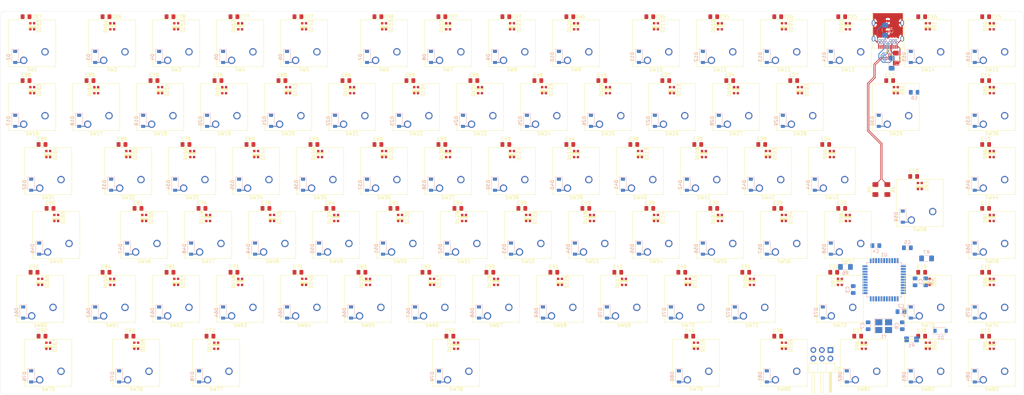
<source format=kicad_pcb>
(kicad_pcb (version 20171130) (host pcbnew 5.1.5+dfsg1-2build2)

  (general
    (thickness 1.6)
    (drawings 8)
    (tracks 261)
    (zones 0)
    (modules 354)
    (nets 216)
  )

  (page A3)
  (layers
    (0 F.Cu signal)
    (31 B.Cu signal)
    (32 B.Adhes user)
    (33 F.Adhes user)
    (34 B.Paste user)
    (35 F.Paste user)
    (36 B.SilkS user)
    (37 F.SilkS user)
    (38 B.Mask user)
    (39 F.Mask user)
    (40 Dwgs.User user)
    (41 Cmts.User user)
    (42 Eco1.User user)
    (43 Eco2.User user)
    (44 Edge.Cuts user)
    (45 Margin user)
    (46 B.CrtYd user)
    (47 F.CrtYd user)
    (48 B.Fab user)
    (49 F.Fab user)
  )

  (setup
    (last_trace_width 0.25)
    (trace_clearance 0.2)
    (zone_clearance 0.508)
    (zone_45_only no)
    (trace_min 0.2)
    (via_size 0.8)
    (via_drill 0.4)
    (via_min_size 0.6)
    (via_min_drill 0.3)
    (uvia_size 0.3)
    (uvia_drill 0.1)
    (uvias_allowed no)
    (uvia_min_size 0.2)
    (uvia_min_drill 0.1)
    (edge_width 0.05)
    (segment_width 0.2)
    (pcb_text_width 0.3)
    (pcb_text_size 1.5 1.5)
    (mod_edge_width 0.12)
    (mod_text_size 1 1)
    (mod_text_width 0.15)
    (pad_size 1.524 1.524)
    (pad_drill 0.762)
    (pad_to_mask_clearance 0.051)
    (solder_mask_min_width 0.25)
    (aux_axis_origin 0 0)
    (visible_elements FFFFF77F)
    (pcbplotparams
      (layerselection 0x010fc_ffffffff)
      (usegerberextensions false)
      (usegerberattributes false)
      (usegerberadvancedattributes false)
      (creategerberjobfile false)
      (excludeedgelayer true)
      (linewidth 0.100000)
      (plotframeref false)
      (viasonmask false)
      (mode 1)
      (useauxorigin false)
      (hpglpennumber 1)
      (hpglpenspeed 20)
      (hpglpendiameter 15.000000)
      (psnegative false)
      (psa4output false)
      (plotreference true)
      (plotvalue true)
      (plotinvisibletext false)
      (padsonsilk false)
      (subtractmaskfromsilk false)
      (outputformat 1)
      (mirror false)
      (drillshape 1)
      (scaleselection 1)
      (outputdirectory ""))
  )

  (net 0 "")
  (net 1 GND)
  (net 2 +5V)
  (net 3 "Net-(C7-Pad1)")
  (net 4 "Net-(C8-Pad2)")
  (net 5 "Net-(C9-Pad1)")
  (net 6 RST)
  (net 7 ROW0)
  (net 8 "Net-(D2-Pad2)")
  (net 9 "Net-(D3-Pad2)")
  (net 10 "Net-(D4-Pad2)")
  (net 11 "Net-(D5-Pad2)")
  (net 12 "Net-(D6-Pad2)")
  (net 13 "Net-(D7-Pad2)")
  (net 14 "Net-(D8-Pad2)")
  (net 15 "Net-(D9-Pad2)")
  (net 16 "Net-(D10-Pad2)")
  (net 17 "Net-(D11-Pad2)")
  (net 18 "Net-(D12-Pad2)")
  (net 19 "Net-(D13-Pad2)")
  (net 20 "Net-(D14-Pad2)")
  (net 21 "Net-(D15-Pad2)")
  (net 22 "Net-(D16-Pad2)")
  (net 23 ROW1)
  (net 24 "Net-(D17-Pad2)")
  (net 25 "Net-(D18-Pad2)")
  (net 26 "Net-(D19-Pad2)")
  (net 27 "Net-(D20-Pad2)")
  (net 28 "Net-(D21-Pad2)")
  (net 29 "Net-(D22-Pad2)")
  (net 30 "Net-(D23-Pad2)")
  (net 31 "Net-(D24-Pad2)")
  (net 32 "Net-(D25-Pad2)")
  (net 33 "Net-(D26-Pad2)")
  (net 34 "Net-(D27-Pad2)")
  (net 35 "Net-(D28-Pad2)")
  (net 36 "Net-(D29-Pad2)")
  (net 37 "Net-(D30-Pad2)")
  (net 38 "Net-(D31-Pad2)")
  (net 39 "Net-(D32-Pad2)")
  (net 40 ROW2)
  (net 41 "Net-(D33-Pad2)")
  (net 42 "Net-(D34-Pad2)")
  (net 43 "Net-(D35-Pad2)")
  (net 44 "Net-(D36-Pad2)")
  (net 45 "Net-(D37-Pad2)")
  (net 46 "Net-(D38-Pad2)")
  (net 47 "Net-(D39-Pad2)")
  (net 48 "Net-(D40-Pad2)")
  (net 49 "Net-(D41-Pad2)")
  (net 50 "Net-(D42-Pad2)")
  (net 51 "Net-(D43-Pad2)")
  (net 52 "Net-(D44-Pad2)")
  (net 53 "Net-(D45-Pad2)")
  (net 54 "Net-(D46-Pad2)")
  (net 55 ROW3)
  (net 56 "Net-(D47-Pad2)")
  (net 57 "Net-(D48-Pad2)")
  (net 58 "Net-(D49-Pad2)")
  (net 59 "Net-(D50-Pad2)")
  (net 60 "Net-(D51-Pad2)")
  (net 61 "Net-(D52-Pad2)")
  (net 62 "Net-(D53-Pad2)")
  (net 63 "Net-(D54-Pad2)")
  (net 64 "Net-(D55-Pad2)")
  (net 65 "Net-(D56-Pad2)")
  (net 66 "Net-(D57-Pad2)")
  (net 67 "Net-(D58-Pad2)")
  (net 68 "Net-(D59-Pad2)")
  (net 69 "Net-(D60-Pad2)")
  (net 70 ROW4)
  (net 71 "Net-(D61-Pad2)")
  (net 72 "Net-(D62-Pad2)")
  (net 73 "Net-(D63-Pad2)")
  (net 74 "Net-(D64-Pad2)")
  (net 75 "Net-(D65-Pad2)")
  (net 76 "Net-(D66-Pad2)")
  (net 77 "Net-(D67-Pad2)")
  (net 78 "Net-(D68-Pad2)")
  (net 79 "Net-(D69-Pad2)")
  (net 80 "Net-(D70-Pad2)")
  (net 81 "Net-(D71-Pad2)")
  (net 82 "Net-(D72-Pad2)")
  (net 83 "Net-(D73-Pad2)")
  (net 84 "Net-(D74-Pad2)")
  (net 85 "Net-(D75-Pad2)")
  (net 86 ROW5)
  (net 87 "Net-(D76-Pad2)")
  (net 88 "Net-(D77-Pad2)")
  (net 89 "Net-(D78-Pad2)")
  (net 90 "Net-(D79-Pad2)")
  (net 91 "Net-(D80-Pad2)")
  (net 92 "Net-(D81-Pad2)")
  (net 93 "Net-(D82-Pad2)")
  (net 94 "Net-(D83-Pad2)")
  (net 95 "Net-(D84-Pad2)")
  (net 96 "Net-(D85-Pad2)")
  (net 97 DIN)
  (net 98 "Net-(D86-Pad2)")
  (net 99 "Net-(D87-Pad2)")
  (net 100 "Net-(D88-Pad2)")
  (net 101 "Net-(D89-Pad2)")
  (net 102 "Net-(D90-Pad2)")
  (net 103 "Net-(D91-Pad2)")
  (net 104 "Net-(D92-Pad2)")
  (net 105 "Net-(D93-Pad2)")
  (net 106 "Net-(D94-Pad2)")
  (net 107 "Net-(D95-Pad2)")
  (net 108 "Net-(D96-Pad2)")
  (net 109 "Net-(D97-Pad2)")
  (net 110 "Net-(D98-Pad2)")
  (net 111 "Net-(D100-Pad4)")
  (net 112 "Net-(D100-Pad2)")
  (net 113 "Net-(D101-Pad2)")
  (net 114 "Net-(D102-Pad2)")
  (net 115 "Net-(D103-Pad2)")
  (net 116 "Net-(D104-Pad2)")
  (net 117 "Net-(D105-Pad2)")
  (net 118 "Net-(D106-Pad2)")
  (net 119 "Net-(D107-Pad2)")
  (net 120 "Net-(D108-Pad2)")
  (net 121 "Net-(D109-Pad2)")
  (net 122 "Net-(D110-Pad2)")
  (net 123 "Net-(D111-Pad2)")
  (net 124 "Net-(D112-Pad2)")
  (net 125 "Net-(D113-Pad2)")
  (net 126 "Net-(D114-Pad2)")
  (net 127 "Net-(D115-Pad2)")
  (net 128 "Net-(D116-Pad2)")
  (net 129 "Net-(D117-Pad2)")
  (net 130 "Net-(D118-Pad2)")
  (net 131 "Net-(D119-Pad2)")
  (net 132 "Net-(D120-Pad2)")
  (net 133 "Net-(D121-Pad2)")
  (net 134 "Net-(D122-Pad2)")
  (net 135 "Net-(D123-Pad2)")
  (net 136 "Net-(D124-Pad2)")
  (net 137 "Net-(D125-Pad2)")
  (net 138 "Net-(D126-Pad2)")
  (net 139 "Net-(D127-Pad2)")
  (net 140 "Net-(D128-Pad2)")
  (net 141 "Net-(D129-Pad2)")
  (net 142 "Net-(D130-Pad2)")
  (net 143 "Net-(D131-Pad2)")
  (net 144 "Net-(D132-Pad2)")
  (net 145 "Net-(D133-Pad2)")
  (net 146 "Net-(D134-Pad2)")
  (net 147 "Net-(D135-Pad2)")
  (net 148 "Net-(D136-Pad2)")
  (net 149 "Net-(D137-Pad2)")
  (net 150 "Net-(D138-Pad2)")
  (net 151 "Net-(D139-Pad2)")
  (net 152 "Net-(D140-Pad2)")
  (net 153 "Net-(D141-Pad2)")
  (net 154 "Net-(D142-Pad2)")
  (net 155 "Net-(D143-Pad2)")
  (net 156 "Net-(D144-Pad2)")
  (net 157 "Net-(D145-Pad2)")
  (net 158 "Net-(D146-Pad2)")
  (net 159 "Net-(D147-Pad2)")
  (net 160 "Net-(D148-Pad2)")
  (net 161 "Net-(D149-Pad2)")
  (net 162 "Net-(D150-Pad2)")
  (net 163 "Net-(D151-Pad2)")
  (net 164 "Net-(D152-Pad2)")
  (net 165 "Net-(D153-Pad2)")
  (net 166 "Net-(D154-Pad2)")
  (net 167 "Net-(D155-Pad2)")
  (net 168 "Net-(D156-Pad2)")
  (net 169 "Net-(D157-Pad2)")
  (net 170 "Net-(D158-Pad2)")
  (net 171 "Net-(D159-Pad2)")
  (net 172 "Net-(D160-Pad2)")
  (net 173 "Net-(D161-Pad2)")
  (net 174 "Net-(D162-Pad2)")
  (net 175 "Net-(D163-Pad2)")
  (net 176 "Net-(D164-Pad2)")
  (net 177 "Net-(D165-Pad2)")
  (net 178 "Net-(D166-Pad2)")
  (net 179 "Net-(D167-Pad2)")
  (net 180 "Net-(F1-Pad2)")
  (net 181 COL02)
  (net 182 COL00)
  (net 183 COL01)
  (net 184 "Net-(J2-PadA11)")
  (net 185 "Net-(J2-PadA10)")
  (net 186 "Net-(J2-PadA8)")
  (net 187 D-)
  (net 188 D+)
  (net 189 "Net-(J2-PadA5)")
  (net 190 "Net-(J2-PadA3)")
  (net 191 "Net-(J2-PadA2)")
  (net 192 "Net-(J2-PadB10)")
  (net 193 "Net-(J2-PadB3)")
  (net 194 "Net-(J2-PadB8)")
  (net 195 "Net-(J2-PadB5)")
  (net 196 "Net-(J2-PadB2)")
  (net 197 "Net-(J2-PadB11)")
  (net 198 "Net-(R6-Pad2)")
  (net 199 COL03)
  (net 200 COL04)
  (net 201 COL06)
  (net 202 COL07)
  (net 203 COL08)
  (net 204 COL09)
  (net 205 COL10)
  (net 206 COL11)
  (net 207 COL12)
  (net 208 COL13)
  (net 209 COL14)
  (net 210 COL15)
  (net 211 COL05)
  (net 212 "Net-(U1-Pad1)")
  (net 213 "Net-(U1-Pad8)")
  (net 214 "Net-(U1-Pad42)")
  (net 215 "Net-(R7-Pad2)")

  (net_class Default "Dies ist die voreingestellte Netzklasse."
    (clearance 0.2)
    (trace_width 0.25)
    (via_dia 0.8)
    (via_drill 0.4)
    (uvia_dia 0.3)
    (uvia_drill 0.1)
    (add_net +5V)
    (add_net COL00)
    (add_net COL01)
    (add_net COL02)
    (add_net COL03)
    (add_net COL04)
    (add_net COL05)
    (add_net COL06)
    (add_net COL07)
    (add_net COL08)
    (add_net COL09)
    (add_net COL10)
    (add_net COL11)
    (add_net COL12)
    (add_net COL13)
    (add_net COL14)
    (add_net COL15)
    (add_net D+)
    (add_net D-)
    (add_net DIN)
    (add_net GND)
    (add_net "Net-(C7-Pad1)")
    (add_net "Net-(C8-Pad2)")
    (add_net "Net-(C9-Pad1)")
    (add_net "Net-(D10-Pad2)")
    (add_net "Net-(D100-Pad2)")
    (add_net "Net-(D100-Pad4)")
    (add_net "Net-(D101-Pad2)")
    (add_net "Net-(D102-Pad2)")
    (add_net "Net-(D103-Pad2)")
    (add_net "Net-(D104-Pad2)")
    (add_net "Net-(D105-Pad2)")
    (add_net "Net-(D106-Pad2)")
    (add_net "Net-(D107-Pad2)")
    (add_net "Net-(D108-Pad2)")
    (add_net "Net-(D109-Pad2)")
    (add_net "Net-(D11-Pad2)")
    (add_net "Net-(D110-Pad2)")
    (add_net "Net-(D111-Pad2)")
    (add_net "Net-(D112-Pad2)")
    (add_net "Net-(D113-Pad2)")
    (add_net "Net-(D114-Pad2)")
    (add_net "Net-(D115-Pad2)")
    (add_net "Net-(D116-Pad2)")
    (add_net "Net-(D117-Pad2)")
    (add_net "Net-(D118-Pad2)")
    (add_net "Net-(D119-Pad2)")
    (add_net "Net-(D12-Pad2)")
    (add_net "Net-(D120-Pad2)")
    (add_net "Net-(D121-Pad2)")
    (add_net "Net-(D122-Pad2)")
    (add_net "Net-(D123-Pad2)")
    (add_net "Net-(D124-Pad2)")
    (add_net "Net-(D125-Pad2)")
    (add_net "Net-(D126-Pad2)")
    (add_net "Net-(D127-Pad2)")
    (add_net "Net-(D128-Pad2)")
    (add_net "Net-(D129-Pad2)")
    (add_net "Net-(D13-Pad2)")
    (add_net "Net-(D130-Pad2)")
    (add_net "Net-(D131-Pad2)")
    (add_net "Net-(D132-Pad2)")
    (add_net "Net-(D133-Pad2)")
    (add_net "Net-(D134-Pad2)")
    (add_net "Net-(D135-Pad2)")
    (add_net "Net-(D136-Pad2)")
    (add_net "Net-(D137-Pad2)")
    (add_net "Net-(D138-Pad2)")
    (add_net "Net-(D139-Pad2)")
    (add_net "Net-(D14-Pad2)")
    (add_net "Net-(D140-Pad2)")
    (add_net "Net-(D141-Pad2)")
    (add_net "Net-(D142-Pad2)")
    (add_net "Net-(D143-Pad2)")
    (add_net "Net-(D144-Pad2)")
    (add_net "Net-(D145-Pad2)")
    (add_net "Net-(D146-Pad2)")
    (add_net "Net-(D147-Pad2)")
    (add_net "Net-(D148-Pad2)")
    (add_net "Net-(D149-Pad2)")
    (add_net "Net-(D15-Pad2)")
    (add_net "Net-(D150-Pad2)")
    (add_net "Net-(D151-Pad2)")
    (add_net "Net-(D152-Pad2)")
    (add_net "Net-(D153-Pad2)")
    (add_net "Net-(D154-Pad2)")
    (add_net "Net-(D155-Pad2)")
    (add_net "Net-(D156-Pad2)")
    (add_net "Net-(D157-Pad2)")
    (add_net "Net-(D158-Pad2)")
    (add_net "Net-(D159-Pad2)")
    (add_net "Net-(D16-Pad2)")
    (add_net "Net-(D160-Pad2)")
    (add_net "Net-(D161-Pad2)")
    (add_net "Net-(D162-Pad2)")
    (add_net "Net-(D163-Pad2)")
    (add_net "Net-(D164-Pad2)")
    (add_net "Net-(D165-Pad2)")
    (add_net "Net-(D166-Pad2)")
    (add_net "Net-(D167-Pad2)")
    (add_net "Net-(D17-Pad2)")
    (add_net "Net-(D18-Pad2)")
    (add_net "Net-(D19-Pad2)")
    (add_net "Net-(D2-Pad2)")
    (add_net "Net-(D20-Pad2)")
    (add_net "Net-(D21-Pad2)")
    (add_net "Net-(D22-Pad2)")
    (add_net "Net-(D23-Pad2)")
    (add_net "Net-(D24-Pad2)")
    (add_net "Net-(D25-Pad2)")
    (add_net "Net-(D26-Pad2)")
    (add_net "Net-(D27-Pad2)")
    (add_net "Net-(D28-Pad2)")
    (add_net "Net-(D29-Pad2)")
    (add_net "Net-(D3-Pad2)")
    (add_net "Net-(D30-Pad2)")
    (add_net "Net-(D31-Pad2)")
    (add_net "Net-(D32-Pad2)")
    (add_net "Net-(D33-Pad2)")
    (add_net "Net-(D34-Pad2)")
    (add_net "Net-(D35-Pad2)")
    (add_net "Net-(D36-Pad2)")
    (add_net "Net-(D37-Pad2)")
    (add_net "Net-(D38-Pad2)")
    (add_net "Net-(D39-Pad2)")
    (add_net "Net-(D4-Pad2)")
    (add_net "Net-(D40-Pad2)")
    (add_net "Net-(D41-Pad2)")
    (add_net "Net-(D42-Pad2)")
    (add_net "Net-(D43-Pad2)")
    (add_net "Net-(D44-Pad2)")
    (add_net "Net-(D45-Pad2)")
    (add_net "Net-(D46-Pad2)")
    (add_net "Net-(D47-Pad2)")
    (add_net "Net-(D48-Pad2)")
    (add_net "Net-(D49-Pad2)")
    (add_net "Net-(D5-Pad2)")
    (add_net "Net-(D50-Pad2)")
    (add_net "Net-(D51-Pad2)")
    (add_net "Net-(D52-Pad2)")
    (add_net "Net-(D53-Pad2)")
    (add_net "Net-(D54-Pad2)")
    (add_net "Net-(D55-Pad2)")
    (add_net "Net-(D56-Pad2)")
    (add_net "Net-(D57-Pad2)")
    (add_net "Net-(D58-Pad2)")
    (add_net "Net-(D59-Pad2)")
    (add_net "Net-(D6-Pad2)")
    (add_net "Net-(D60-Pad2)")
    (add_net "Net-(D61-Pad2)")
    (add_net "Net-(D62-Pad2)")
    (add_net "Net-(D63-Pad2)")
    (add_net "Net-(D64-Pad2)")
    (add_net "Net-(D65-Pad2)")
    (add_net "Net-(D66-Pad2)")
    (add_net "Net-(D67-Pad2)")
    (add_net "Net-(D68-Pad2)")
    (add_net "Net-(D69-Pad2)")
    (add_net "Net-(D7-Pad2)")
    (add_net "Net-(D70-Pad2)")
    (add_net "Net-(D71-Pad2)")
    (add_net "Net-(D72-Pad2)")
    (add_net "Net-(D73-Pad2)")
    (add_net "Net-(D74-Pad2)")
    (add_net "Net-(D75-Pad2)")
    (add_net "Net-(D76-Pad2)")
    (add_net "Net-(D77-Pad2)")
    (add_net "Net-(D78-Pad2)")
    (add_net "Net-(D79-Pad2)")
    (add_net "Net-(D8-Pad2)")
    (add_net "Net-(D80-Pad2)")
    (add_net "Net-(D81-Pad2)")
    (add_net "Net-(D82-Pad2)")
    (add_net "Net-(D83-Pad2)")
    (add_net "Net-(D84-Pad2)")
    (add_net "Net-(D85-Pad2)")
    (add_net "Net-(D86-Pad2)")
    (add_net "Net-(D87-Pad2)")
    (add_net "Net-(D88-Pad2)")
    (add_net "Net-(D89-Pad2)")
    (add_net "Net-(D9-Pad2)")
    (add_net "Net-(D90-Pad2)")
    (add_net "Net-(D91-Pad2)")
    (add_net "Net-(D92-Pad2)")
    (add_net "Net-(D93-Pad2)")
    (add_net "Net-(D94-Pad2)")
    (add_net "Net-(D95-Pad2)")
    (add_net "Net-(D96-Pad2)")
    (add_net "Net-(D97-Pad2)")
    (add_net "Net-(D98-Pad2)")
    (add_net "Net-(F1-Pad2)")
    (add_net "Net-(J2-PadA10)")
    (add_net "Net-(J2-PadA11)")
    (add_net "Net-(J2-PadA2)")
    (add_net "Net-(J2-PadA3)")
    (add_net "Net-(J2-PadA5)")
    (add_net "Net-(J2-PadA8)")
    (add_net "Net-(J2-PadB10)")
    (add_net "Net-(J2-PadB11)")
    (add_net "Net-(J2-PadB2)")
    (add_net "Net-(J2-PadB3)")
    (add_net "Net-(J2-PadB5)")
    (add_net "Net-(J2-PadB8)")
    (add_net "Net-(R6-Pad2)")
    (add_net "Net-(R7-Pad2)")
    (add_net "Net-(U1-Pad1)")
    (add_net "Net-(U1-Pad42)")
    (add_net "Net-(U1-Pad8)")
    (add_net ROW0)
    (add_net ROW1)
    (add_net ROW2)
    (add_net ROW3)
    (add_net ROW4)
    (add_net ROW5)
    (add_net RST)
  )

  (module kezboard-pcb:USB_C_Receptacle_Stewart_SS-52400-003 (layer F.Cu) (tedit 5F26DA6C) (tstamp 5F15FEC3)
    (at 302.41875 38.1 180)
    (descr https://belfuse.com/resources/drawings/stewartconnector/dr-stw-ss-52400-003.pdf)
    (path /5EFFEB48)
    (fp_text reference J2 (at 0 -11.9) (layer F.SilkS)
      (effects (font (size 1 1) (thickness 0.15)))
    )
    (fp_text value USB_C_Receptacle (at 0 2.54) (layer F.Fab)
      (effects (font (size 1 1) (thickness 0.15)))
    )
    (fp_line (start -4.49 -2.55) (end -4.49 -0.21) (layer F.SilkS) (width 0.12))
    (fp_line (start 4.49 -0.21) (end 4.49 -2.55) (layer F.SilkS) (width 0.12))
    (fp_line (start 4.49 -9) (end 4.49 -11) (layer F.SilkS) (width 0.12))
    (fp_text user %R (at 0 -4.52) (layer F.Fab)
      (effects (font (size 1 1) (thickness 0.15)))
    )
    (fp_line (start -5.08 -11.43) (end 5.08 -11.43) (layer F.CrtYd) (width 0.05))
    (fp_line (start -5.08 1.27) (end 5.08 1.27) (layer F.CrtYd) (width 0.05))
    (fp_line (start -2 0) (end 2 0) (layer Dwgs.User) (width 0.1))
    (fp_line (start 4.37 0.95) (end 4.37 -10.88) (layer F.Fab) (width 0.1))
    (fp_line (start 4.37 -10.88) (end -4.37 -10.88) (layer F.Fab) (width 0.1))
    (fp_line (start -4.37 -10.88) (end -4.37 0.95) (layer F.Fab) (width 0.1))
    (fp_text user "PCB Edge" (at 0 -0.5) (layer Dwgs.User)
      (effects (font (size 0.5 0.5) (thickness 0.1)))
    )
    (fp_line (start -4.37 0.95) (end 4.37 0.95) (layer F.Fab) (width 0.1))
    (fp_line (start 5.08 1.27) (end 5.08 -11.43) (layer F.CrtYd) (width 0.05))
    (fp_line (start -5.08 -11.43) (end -5.08 1.27) (layer F.CrtYd) (width 0.05))
    (fp_line (start -3 -11) (end -4.49 -11) (layer F.SilkS) (width 0.12))
    (fp_line (start -4.49 -11) (end -4.49 -9) (layer F.SilkS) (width 0.12))
    (fp_line (start 4.49 -11) (end 3 -11) (layer F.SilkS) (width 0.12))
    (fp_line (start -4.49 -7.35) (end -4.49 -4.35) (layer F.SilkS) (width 0.12))
    (fp_line (start 4.49 -4.35) (end 4.49 -7.35) (layer F.SilkS) (width 0.12))
    (pad B11 thru_hole circle (at -2.4 -8.62 180) (size 0.65 0.65) (drill 0.4) (layers *.Cu *.Mask)
      (net 197 "Net-(J2-PadB11)"))
    (pad B2 thru_hole circle (at 2.4 -8.62 180) (size 0.65 0.65) (drill 0.4) (layers *.Cu *.Mask)
      (net 196 "Net-(J2-PadB2)"))
    (pad B12 thru_hole circle (at -2.8 -9.33 180) (size 0.65 0.65) (drill 0.4) (layers *.Cu *.Mask)
      (net 1 GND))
    (pad B5 thru_hole circle (at 0.8 -8.62 180) (size 0.65 0.65) (drill 0.4) (layers *.Cu *.Mask)
      (net 195 "Net-(J2-PadB5)"))
    (pad B8 thru_hole circle (at -0.8 -8.62 180) (size 0.65 0.65) (drill 0.4) (layers *.Cu *.Mask)
      (net 194 "Net-(J2-PadB8)"))
    (pad B3 thru_hole circle (at 1.6 -8.62 180) (size 0.65 0.65) (drill 0.4) (layers *.Cu *.Mask)
      (net 193 "Net-(J2-PadB3)"))
    (pad B10 thru_hole circle (at -1.6 -8.62 180) (size 0.65 0.65) (drill 0.4) (layers *.Cu *.Mask)
      (net 192 "Net-(J2-PadB10)"))
    (pad B1 thru_hole circle (at 2.8 -9.33 180) (size 0.65 0.65) (drill 0.4) (layers *.Cu *.Mask)
      (net 1 GND))
    (pad S1 thru_hole circle (at -2 -9.33 180) (size 0.65 0.65) (drill 0.4) (layers *.Cu *.Mask)
      (net 1 GND))
    (pad S1 thru_hole circle (at 2 -9.33 180) (size 0.65 0.65) (drill 0.4) (layers *.Cu *.Mask)
      (net 1 GND))
    (pad B9 thru_hole circle (at -1.2 -9.33 180) (size 0.65 0.65) (drill 0.4) (layers *.Cu *.Mask)
      (net 180 "Net-(F1-Pad2)"))
    (pad B4 thru_hole circle (at 1.2 -9.33 180) (size 0.65 0.65) (drill 0.4) (layers *.Cu *.Mask)
      (net 180 "Net-(F1-Pad2)"))
    (pad B7 thru_hole circle (at -0.4 -9.33 180) (size 0.65 0.65) (drill 0.4) (layers *.Cu *.Mask)
      (net 187 D-))
    (pad B6 thru_hole circle (at 0.4 -9.33 180) (size 0.65 0.65) (drill 0.4) (layers *.Cu *.Mask)
      (net 188 D+))
    (pad S1 smd rect (at 0 -6 180) (size 0.2 1) (layers F.Cu F.Paste F.Mask)
      (net 1 GND))
    (pad S1 smd rect (at 0 -2.9 180) (size 0.2 1) (layers F.Cu F.Paste F.Mask)
      (net 1 GND))
    (pad S1 thru_hole oval (at 4.27 -8.18 180) (size 1 1.6) (drill oval 0.6 1.2) (layers *.Cu *.Mask)
      (net 1 GND))
    (pad S1 thru_hole oval (at -4.27 -8.18 180) (size 1 1.6) (drill oval 0.6 1.2) (layers *.Cu *.Mask)
      (net 1 GND))
    (pad S1 thru_hole oval (at -4.27 -3.45 180) (size 1 1.6) (drill oval 0.6 1.2) (layers *.Cu *.Mask)
      (net 1 GND))
    (pad S1 thru_hole oval (at 4.27 -3.45 180) (size 1 1.6) (drill oval 0.6 1.2) (layers *.Cu *.Mask)
      (net 1 GND))
    (pad A1 smd rect (at -2.75 -10.58 180) (size 0.3 1.2) (layers F.Cu F.Paste F.Mask)
      (net 1 GND))
    (pad A2 smd rect (at -2.25 -10.58 180) (size 0.3 1.2) (layers F.Cu F.Paste F.Mask)
      (net 191 "Net-(J2-PadA2)"))
    (pad A3 smd rect (at -1.75 -10.58 180) (size 0.3 1.2) (layers F.Cu F.Paste F.Mask)
      (net 190 "Net-(J2-PadA3)"))
    (pad A4 smd rect (at -1.25 -10.58 180) (size 0.3 1.2) (layers F.Cu F.Paste F.Mask)
      (net 180 "Net-(F1-Pad2)"))
    (pad A5 smd rect (at -0.75 -10.58 180) (size 0.3 1.2) (layers F.Cu F.Paste F.Mask)
      (net 189 "Net-(J2-PadA5)"))
    (pad A6 smd rect (at -0.25 -10.58 180) (size 0.3 1.2) (layers F.Cu F.Paste F.Mask)
      (net 188 D+))
    (pad A7 smd rect (at 0.25 -10.58 180) (size 0.3 1.2) (layers F.Cu F.Paste F.Mask)
      (net 187 D-))
    (pad A8 smd rect (at 0.75 -10.58 180) (size 0.3 1.2) (layers F.Cu F.Paste F.Mask)
      (net 186 "Net-(J2-PadA8)"))
    (pad A9 smd rect (at 1.25 -10.58 180) (size 0.3 1.2) (layers F.Cu F.Paste F.Mask)
      (net 180 "Net-(F1-Pad2)"))
    (pad A10 smd rect (at 1.75 -10.58 180) (size 0.3 1.2) (layers F.Cu F.Paste F.Mask)
      (net 185 "Net-(J2-PadA10)"))
    (pad A11 smd rect (at 2.25 -10.58 180) (size 0.3 1.2) (layers F.Cu F.Paste F.Mask)
      (net 184 "Net-(J2-PadA11)"))
    (pad A12 smd rect (at 2.75 -10.58 180) (size 0.3 1.2) (layers F.Cu F.Paste F.Mask)
      (net 1 GND))
  )

  (module Resistor_SMD:R_1206_3216Metric_Pad1.42x1.75mm_HandSolder (layer B.Cu) (tedit 5B301BBD) (tstamp 5F26397F)
    (at 313.944 111.76 180)
    (descr "Resistor SMD 1206 (3216 Metric), square (rectangular) end terminal, IPC_7351 nominal with elongated pad for handsoldering. (Body size source: http://www.tortai-tech.com/upload/download/2011102023233369053.pdf), generated with kicad-footprint-generator")
    (tags "resistor handsolder")
    (path /5F259898)
    (attr smd)
    (fp_text reference R7 (at 0 1.82) (layer B.SilkS)
      (effects (font (size 1 1) (thickness 0.15)) (justify mirror))
    )
    (fp_text value 470 (at 0 -1.82) (layer B.Fab)
      (effects (font (size 1 1) (thickness 0.15)) (justify mirror))
    )
    (fp_text user %R (at 0 0) (layer B.Fab)
      (effects (font (size 0.8 0.8) (thickness 0.12)) (justify mirror))
    )
    (fp_line (start 2.45 -1.12) (end -2.45 -1.12) (layer B.CrtYd) (width 0.05))
    (fp_line (start 2.45 1.12) (end 2.45 -1.12) (layer B.CrtYd) (width 0.05))
    (fp_line (start -2.45 1.12) (end 2.45 1.12) (layer B.CrtYd) (width 0.05))
    (fp_line (start -2.45 -1.12) (end -2.45 1.12) (layer B.CrtYd) (width 0.05))
    (fp_line (start -0.602064 -0.91) (end 0.602064 -0.91) (layer B.SilkS) (width 0.12))
    (fp_line (start -0.602064 0.91) (end 0.602064 0.91) (layer B.SilkS) (width 0.12))
    (fp_line (start 1.6 -0.8) (end -1.6 -0.8) (layer B.Fab) (width 0.1))
    (fp_line (start 1.6 0.8) (end 1.6 -0.8) (layer B.Fab) (width 0.1))
    (fp_line (start -1.6 0.8) (end 1.6 0.8) (layer B.Fab) (width 0.1))
    (fp_line (start -1.6 -0.8) (end -1.6 0.8) (layer B.Fab) (width 0.1))
    (pad 2 smd roundrect (at 1.4875 0 180) (size 1.425 1.75) (layers B.Cu B.Paste B.Mask) (roundrect_rratio 0.175439)
      (net 215 "Net-(R7-Pad2)"))
    (pad 1 smd roundrect (at -1.4875 0 180) (size 1.425 1.75) (layers B.Cu B.Paste B.Mask) (roundrect_rratio 0.175439)
      (net 97 DIN))
    (model ${KISYS3DMOD}/Resistor_SMD.3dshapes/R_1206_3216Metric.wrl
      (at (xyz 0 0 0))
      (scale (xyz 1 1 1))
      (rotate (xyz 0 0 0))
    )
  )

  (module kezboard-pcb:LED_WS2812_2020 (layer F.Cu) (tedit 5F1C4B34) (tstamp 5F1B709E)
    (at 333.375 137.795 90)
    (descr https://www.peace-corp.co.jp/data/WS2812-2020_V1.0_EN.pdf)
    (path /5F949B9C/5F9E7A8D)
    (fp_text reference D85 (at 0 -2 90) (layer F.SilkS)
      (effects (font (size 1 1) (thickness 0.15)))
    )
    (fp_text value WS2812B (at 0 2 90) (layer F.Fab)
      (effects (font (size 1 1) (thickness 0.15)))
    )
    (fp_line (start -1.1 -1) (end 1.1 -1) (layer F.Fab) (width 0.1))
    (fp_line (start 1.1 -1) (end 1.1 1) (layer F.Fab) (width 0.1))
    (fp_line (start 1.1 1) (end -1.1 1) (layer F.Fab) (width 0.1))
    (fp_line (start -1.1 1) (end -1.1 -1) (layer F.Fab) (width 0.1))
    (fp_text user %R (at 0 0 90) (layer F.Fab)
      (effects (font (size 0.5 0.5) (thickness 0.1)))
    )
    (fp_line (start -1.1 -1.11) (end 1.1 -1.11) (layer F.SilkS) (width 0.12))
    (fp_line (start 1.1 1.11) (end -1.1 1.11) (layer F.SilkS) (width 0.12))
    (fp_poly (pts (xy 0.45 0.9) (xy 0.05 0.9) (xy 0.05 -0.9) (xy 0.45 -0.9)) (layer F.SilkS) (width 0.1))
    (pad 2 smd rect (at 0.9015 0.55 90) (size 0.7 0.7) (layers F.Cu F.Paste F.Mask)
      (net 96 "Net-(D85-Pad2)"))
    (pad 3 smd rect (at 0.9015 -0.55 90) (size 0.7 0.7) (layers F.Cu F.Paste F.Mask)
      (net 1 GND))
    (pad 4 smd rect (at -0.9015 -0.55 90) (size 0.7 0.7) (layers F.Cu F.Paste F.Mask)
      (net 97 DIN))
    (pad 1 smd rect (at -0.9015 0.55 90) (size 0.7 0.7) (layers F.Cu F.Paste F.Mask)
      (net 2 +5V))
  )

  (module kezboard-pcb:LED_WS2812_2020 (layer F.Cu) (tedit 5F1C4B34) (tstamp 5F15F975)
    (at 333.375 118.745 90)
    (descr https://www.peace-corp.co.jp/data/WS2812-2020_V1.0_EN.pdf)
    (path /5F949B9C/5FD3F1F5)
    (fp_text reference D86 (at 0 -2 90) (layer F.SilkS)
      (effects (font (size 1 1) (thickness 0.15)))
    )
    (fp_text value WS2812B (at 0 2 90) (layer F.Fab)
      (effects (font (size 1 1) (thickness 0.15)))
    )
    (fp_poly (pts (xy 0.45 0.9) (xy 0.05 0.9) (xy 0.05 -0.9) (xy 0.45 -0.9)) (layer F.SilkS) (width 0.1))
    (fp_line (start 1.1 1.11) (end -1.1 1.11) (layer F.SilkS) (width 0.12))
    (fp_line (start -1.1 -1.11) (end 1.1 -1.11) (layer F.SilkS) (width 0.12))
    (fp_text user %R (at 0 0 90) (layer F.Fab)
      (effects (font (size 0.5 0.5) (thickness 0.1)))
    )
    (fp_line (start -1.1 1) (end -1.1 -1) (layer F.Fab) (width 0.1))
    (fp_line (start 1.1 1) (end -1.1 1) (layer F.Fab) (width 0.1))
    (fp_line (start 1.1 -1) (end 1.1 1) (layer F.Fab) (width 0.1))
    (fp_line (start -1.1 -1) (end 1.1 -1) (layer F.Fab) (width 0.1))
    (pad 1 smd rect (at -0.9015 0.55 90) (size 0.7 0.7) (layers F.Cu F.Paste F.Mask)
      (net 2 +5V))
    (pad 4 smd rect (at -0.9015 -0.55 90) (size 0.7 0.7) (layers F.Cu F.Paste F.Mask)
      (net 96 "Net-(D85-Pad2)"))
    (pad 3 smd rect (at 0.9015 -0.55 90) (size 0.7 0.7) (layers F.Cu F.Paste F.Mask)
      (net 1 GND))
    (pad 2 smd rect (at 0.9015 0.55 90) (size 0.7 0.7) (layers F.Cu F.Paste F.Mask)
      (net 98 "Net-(D86-Pad2)"))
  )

  (module kezboard-pcb:LED_WS2812_2020 (layer F.Cu) (tedit 5F1C4B34) (tstamp 5F1B738A)
    (at 333.375 99.695 90)
    (descr https://www.peace-corp.co.jp/data/WS2812-2020_V1.0_EN.pdf)
    (path /5F949B9C/5FD40FA8)
    (fp_text reference D87 (at 0 -2 90) (layer F.SilkS)
      (effects (font (size 1 1) (thickness 0.15)))
    )
    (fp_text value WS2812B (at 0 2 90) (layer F.Fab)
      (effects (font (size 1 1) (thickness 0.15)))
    )
    (fp_poly (pts (xy 0.45 0.9) (xy 0.05 0.9) (xy 0.05 -0.9) (xy 0.45 -0.9)) (layer F.SilkS) (width 0.1))
    (fp_line (start 1.1 1.11) (end -1.1 1.11) (layer F.SilkS) (width 0.12))
    (fp_line (start -1.1 -1.11) (end 1.1 -1.11) (layer F.SilkS) (width 0.12))
    (fp_text user %R (at 0 0 90) (layer F.Fab)
      (effects (font (size 0.5 0.5) (thickness 0.1)))
    )
    (fp_line (start -1.1 1) (end -1.1 -1) (layer F.Fab) (width 0.1))
    (fp_line (start 1.1 1) (end -1.1 1) (layer F.Fab) (width 0.1))
    (fp_line (start 1.1 -1) (end 1.1 1) (layer F.Fab) (width 0.1))
    (fp_line (start -1.1 -1) (end 1.1 -1) (layer F.Fab) (width 0.1))
    (pad 1 smd rect (at -0.9015 0.55 90) (size 0.7 0.7) (layers F.Cu F.Paste F.Mask)
      (net 2 +5V))
    (pad 4 smd rect (at -0.9015 -0.55 90) (size 0.7 0.7) (layers F.Cu F.Paste F.Mask)
      (net 98 "Net-(D86-Pad2)"))
    (pad 3 smd rect (at 0.9015 -0.55 90) (size 0.7 0.7) (layers F.Cu F.Paste F.Mask)
      (net 1 GND))
    (pad 2 smd rect (at 0.9015 0.55 90) (size 0.7 0.7) (layers F.Cu F.Paste F.Mask)
      (net 99 "Net-(D87-Pad2)"))
  )

  (module kezboard-pcb:LED_WS2812_2020 (layer F.Cu) (tedit 5F1C4B34) (tstamp 5F25A25B)
    (at 333.375 80.645 90)
    (descr https://www.peace-corp.co.jp/data/WS2812-2020_V1.0_EN.pdf)
    (path /5F949B9C/5FD423CF)
    (fp_text reference D88 (at 0 -2 90) (layer F.SilkS)
      (effects (font (size 1 1) (thickness 0.15)))
    )
    (fp_text value WS2812B (at 0 2 90) (layer F.Fab)
      (effects (font (size 1 1) (thickness 0.15)))
    )
    (fp_poly (pts (xy 0.45 0.9) (xy 0.05 0.9) (xy 0.05 -0.9) (xy 0.45 -0.9)) (layer F.SilkS) (width 0.1))
    (fp_line (start 1.1 1.11) (end -1.1 1.11) (layer F.SilkS) (width 0.12))
    (fp_line (start -1.1 -1.11) (end 1.1 -1.11) (layer F.SilkS) (width 0.12))
    (fp_text user %R (at 0 0 90) (layer F.Fab)
      (effects (font (size 0.5 0.5) (thickness 0.1)))
    )
    (fp_line (start -1.1 1) (end -1.1 -1) (layer F.Fab) (width 0.1))
    (fp_line (start 1.1 1) (end -1.1 1) (layer F.Fab) (width 0.1))
    (fp_line (start 1.1 -1) (end 1.1 1) (layer F.Fab) (width 0.1))
    (fp_line (start -1.1 -1) (end 1.1 -1) (layer F.Fab) (width 0.1))
    (pad 1 smd rect (at -0.9015 0.55 90) (size 0.7 0.7) (layers F.Cu F.Paste F.Mask)
      (net 2 +5V))
    (pad 4 smd rect (at -0.9015 -0.55 90) (size 0.7 0.7) (layers F.Cu F.Paste F.Mask)
      (net 99 "Net-(D87-Pad2)"))
    (pad 3 smd rect (at 0.9015 -0.55 90) (size 0.7 0.7) (layers F.Cu F.Paste F.Mask)
      (net 1 GND))
    (pad 2 smd rect (at 0.9015 0.55 90) (size 0.7 0.7) (layers F.Cu F.Paste F.Mask)
      (net 100 "Net-(D88-Pad2)"))
  )

  (module kezboard-pcb:LED_WS2812_2020 (layer F.Cu) (tedit 5F1C4B34) (tstamp 5F15F9A2)
    (at 333.375 61.595 90)
    (descr https://www.peace-corp.co.jp/data/WS2812-2020_V1.0_EN.pdf)
    (path /5F949B9C/5FD43994)
    (fp_text reference D89 (at 0 -2 90) (layer F.SilkS)
      (effects (font (size 1 1) (thickness 0.15)))
    )
    (fp_text value WS2812B (at 0 2 90) (layer F.Fab)
      (effects (font (size 1 1) (thickness 0.15)))
    )
    (fp_line (start -1.1 -1) (end 1.1 -1) (layer F.Fab) (width 0.1))
    (fp_line (start 1.1 -1) (end 1.1 1) (layer F.Fab) (width 0.1))
    (fp_line (start 1.1 1) (end -1.1 1) (layer F.Fab) (width 0.1))
    (fp_line (start -1.1 1) (end -1.1 -1) (layer F.Fab) (width 0.1))
    (fp_text user %R (at 0 0 90) (layer F.Fab)
      (effects (font (size 0.5 0.5) (thickness 0.1)))
    )
    (fp_line (start -1.1 -1.11) (end 1.1 -1.11) (layer F.SilkS) (width 0.12))
    (fp_line (start 1.1 1.11) (end -1.1 1.11) (layer F.SilkS) (width 0.12))
    (fp_poly (pts (xy 0.45 0.9) (xy 0.05 0.9) (xy 0.05 -0.9) (xy 0.45 -0.9)) (layer F.SilkS) (width 0.1))
    (pad 2 smd rect (at 0.9015 0.55 90) (size 0.7 0.7) (layers F.Cu F.Paste F.Mask)
      (net 101 "Net-(D89-Pad2)"))
    (pad 3 smd rect (at 0.9015 -0.55 90) (size 0.7 0.7) (layers F.Cu F.Paste F.Mask)
      (net 1 GND))
    (pad 4 smd rect (at -0.9015 -0.55 90) (size 0.7 0.7) (layers F.Cu F.Paste F.Mask)
      (net 100 "Net-(D88-Pad2)"))
    (pad 1 smd rect (at -0.9015 0.55 90) (size 0.7 0.7) (layers F.Cu F.Paste F.Mask)
      (net 2 +5V))
  )

  (module kezboard-pcb:LED_WS2812_2020 (layer F.Cu) (tedit 5F1C4B34) (tstamp 5F15F9B1)
    (at 333.375 42.545 90)
    (descr https://www.peace-corp.co.jp/data/WS2812-2020_V1.0_EN.pdf)
    (path /5F949B9C/5F62CAD6)
    (fp_text reference D90 (at 0 -2 90) (layer F.SilkS)
      (effects (font (size 1 1) (thickness 0.15)))
    )
    (fp_text value WS2812B (at 0 2 90) (layer F.Fab)
      (effects (font (size 1 1) (thickness 0.15)))
    )
    (fp_poly (pts (xy 0.45 0.9) (xy 0.05 0.9) (xy 0.05 -0.9) (xy 0.45 -0.9)) (layer F.SilkS) (width 0.1))
    (fp_line (start 1.1 1.11) (end -1.1 1.11) (layer F.SilkS) (width 0.12))
    (fp_line (start -1.1 -1.11) (end 1.1 -1.11) (layer F.SilkS) (width 0.12))
    (fp_text user %R (at 0 0 90) (layer F.Fab)
      (effects (font (size 0.5 0.5) (thickness 0.1)))
    )
    (fp_line (start -1.1 1) (end -1.1 -1) (layer F.Fab) (width 0.1))
    (fp_line (start 1.1 1) (end -1.1 1) (layer F.Fab) (width 0.1))
    (fp_line (start 1.1 -1) (end 1.1 1) (layer F.Fab) (width 0.1))
    (fp_line (start -1.1 -1) (end 1.1 -1) (layer F.Fab) (width 0.1))
    (pad 1 smd rect (at -0.9015 0.55 90) (size 0.7 0.7) (layers F.Cu F.Paste F.Mask)
      (net 2 +5V))
    (pad 4 smd rect (at -0.9015 -0.55 90) (size 0.7 0.7) (layers F.Cu F.Paste F.Mask)
      (net 101 "Net-(D89-Pad2)"))
    (pad 3 smd rect (at 0.9015 -0.55 90) (size 0.7 0.7) (layers F.Cu F.Paste F.Mask)
      (net 1 GND))
    (pad 2 smd rect (at 0.9015 0.55 90) (size 0.7 0.7) (layers F.Cu F.Paste F.Mask)
      (net 102 "Net-(D90-Pad2)"))
  )

  (module kezboard-pcb:LED_WS2812_2020 (layer F.Cu) (tedit 5F1C4B34) (tstamp 5F15F9C0)
    (at 314.325 42.545 270)
    (descr https://www.peace-corp.co.jp/data/WS2812-2020_V1.0_EN.pdf)
    (path /5F949B9C/5F62CAF9)
    (fp_text reference D91 (at 0 -2 90) (layer F.SilkS)
      (effects (font (size 1 1) (thickness 0.15)))
    )
    (fp_text value WS2812B (at 0 2 90) (layer F.Fab)
      (effects (font (size 1 1) (thickness 0.15)))
    )
    (fp_line (start -1.1 -1) (end 1.1 -1) (layer F.Fab) (width 0.1))
    (fp_line (start 1.1 -1) (end 1.1 1) (layer F.Fab) (width 0.1))
    (fp_line (start 1.1 1) (end -1.1 1) (layer F.Fab) (width 0.1))
    (fp_line (start -1.1 1) (end -1.1 -1) (layer F.Fab) (width 0.1))
    (fp_text user %R (at 0 0 90) (layer F.Fab)
      (effects (font (size 0.5 0.5) (thickness 0.1)))
    )
    (fp_line (start -1.1 -1.11) (end 1.1 -1.11) (layer F.SilkS) (width 0.12))
    (fp_line (start 1.1 1.11) (end -1.1 1.11) (layer F.SilkS) (width 0.12))
    (fp_poly (pts (xy 0.45 0.9) (xy 0.05 0.9) (xy 0.05 -0.9) (xy 0.45 -0.9)) (layer F.SilkS) (width 0.1))
    (pad 2 smd rect (at 0.9015 0.55 270) (size 0.7 0.7) (layers F.Cu F.Paste F.Mask)
      (net 103 "Net-(D91-Pad2)"))
    (pad 3 smd rect (at 0.9015 -0.55 270) (size 0.7 0.7) (layers F.Cu F.Paste F.Mask)
      (net 1 GND))
    (pad 4 smd rect (at -0.9015 -0.55 270) (size 0.7 0.7) (layers F.Cu F.Paste F.Mask)
      (net 102 "Net-(D90-Pad2)"))
    (pad 1 smd rect (at -0.9015 0.55 270) (size 0.7 0.7) (layers F.Cu F.Paste F.Mask)
      (net 2 +5V))
  )

  (module kezboard-pcb:LED_WS2812_2020 (layer F.Cu) (tedit 5F1C4B34) (tstamp 5F15F9CF)
    (at 304.8 61.595 270)
    (descr https://www.peace-corp.co.jp/data/WS2812-2020_V1.0_EN.pdf)
    (path /5F949B9C/5F62CB1C)
    (fp_text reference D92 (at 0 -2 90) (layer F.SilkS)
      (effects (font (size 1 1) (thickness 0.15)))
    )
    (fp_text value WS2812B (at 0 2 90) (layer F.Fab)
      (effects (font (size 1 1) (thickness 0.15)))
    )
    (fp_poly (pts (xy 0.45 0.9) (xy 0.05 0.9) (xy 0.05 -0.9) (xy 0.45 -0.9)) (layer F.SilkS) (width 0.1))
    (fp_line (start 1.1 1.11) (end -1.1 1.11) (layer F.SilkS) (width 0.12))
    (fp_line (start -1.1 -1.11) (end 1.1 -1.11) (layer F.SilkS) (width 0.12))
    (fp_text user %R (at 0 0 90) (layer F.Fab)
      (effects (font (size 0.5 0.5) (thickness 0.1)))
    )
    (fp_line (start -1.1 1) (end -1.1 -1) (layer F.Fab) (width 0.1))
    (fp_line (start 1.1 1) (end -1.1 1) (layer F.Fab) (width 0.1))
    (fp_line (start 1.1 -1) (end 1.1 1) (layer F.Fab) (width 0.1))
    (fp_line (start -1.1 -1) (end 1.1 -1) (layer F.Fab) (width 0.1))
    (pad 1 smd rect (at -0.9015 0.55 270) (size 0.7 0.7) (layers F.Cu F.Paste F.Mask)
      (net 2 +5V))
    (pad 4 smd rect (at -0.9015 -0.55 270) (size 0.7 0.7) (layers F.Cu F.Paste F.Mask)
      (net 103 "Net-(D91-Pad2)"))
    (pad 3 smd rect (at 0.9015 -0.55 270) (size 0.7 0.7) (layers F.Cu F.Paste F.Mask)
      (net 1 GND))
    (pad 2 smd rect (at 0.9015 0.55 270) (size 0.7 0.7) (layers F.Cu F.Paste F.Mask)
      (net 104 "Net-(D92-Pad2)"))
  )

  (module kezboard-pcb:LED_WS2812_2020 (layer F.Cu) (tedit 5F1C4B34) (tstamp 5F15F9DE)
    (at 311.94375 90.17 270)
    (descr https://www.peace-corp.co.jp/data/WS2812-2020_V1.0_EN.pdf)
    (path /5F949B9C/5F62CB3F)
    (fp_text reference D93 (at 0 -2 90) (layer F.SilkS)
      (effects (font (size 1 1) (thickness 0.15)))
    )
    (fp_text value WS2812B (at 0 2 90) (layer F.Fab)
      (effects (font (size 1 1) (thickness 0.15)))
    )
    (fp_line (start -1.1 -1) (end 1.1 -1) (layer F.Fab) (width 0.1))
    (fp_line (start 1.1 -1) (end 1.1 1) (layer F.Fab) (width 0.1))
    (fp_line (start 1.1 1) (end -1.1 1) (layer F.Fab) (width 0.1))
    (fp_line (start -1.1 1) (end -1.1 -1) (layer F.Fab) (width 0.1))
    (fp_text user %R (at 0 0 90) (layer F.Fab)
      (effects (font (size 0.5 0.5) (thickness 0.1)))
    )
    (fp_line (start -1.1 -1.11) (end 1.1 -1.11) (layer F.SilkS) (width 0.12))
    (fp_line (start 1.1 1.11) (end -1.1 1.11) (layer F.SilkS) (width 0.12))
    (fp_poly (pts (xy 0.45 0.9) (xy 0.05 0.9) (xy 0.05 -0.9) (xy 0.45 -0.9)) (layer F.SilkS) (width 0.1))
    (pad 2 smd rect (at 0.9015 0.55 270) (size 0.7 0.7) (layers F.Cu F.Paste F.Mask)
      (net 105 "Net-(D93-Pad2)"))
    (pad 3 smd rect (at 0.9015 -0.55 270) (size 0.7 0.7) (layers F.Cu F.Paste F.Mask)
      (net 1 GND))
    (pad 4 smd rect (at -0.9015 -0.55 270) (size 0.7 0.7) (layers F.Cu F.Paste F.Mask)
      (net 104 "Net-(D92-Pad2)"))
    (pad 1 smd rect (at -0.9015 0.55 270) (size 0.7 0.7) (layers F.Cu F.Paste F.Mask)
      (net 2 +5V))
  )

  (module kezboard-pcb:LED_WS2812_2020 (layer F.Cu) (tedit 5F1C4B34) (tstamp 5F15F9ED)
    (at 314.325 118.745 270)
    (descr https://www.peace-corp.co.jp/data/WS2812-2020_V1.0_EN.pdf)
    (path /5F949B9C/5F62CB61)
    (fp_text reference D94 (at 0 -2 90) (layer F.SilkS)
      (effects (font (size 1 1) (thickness 0.15)))
    )
    (fp_text value WS2812B (at 0 2 90) (layer F.Fab)
      (effects (font (size 1 1) (thickness 0.15)))
    )
    (fp_poly (pts (xy 0.45 0.9) (xy 0.05 0.9) (xy 0.05 -0.9) (xy 0.45 -0.9)) (layer F.SilkS) (width 0.1))
    (fp_line (start 1.1 1.11) (end -1.1 1.11) (layer F.SilkS) (width 0.12))
    (fp_line (start -1.1 -1.11) (end 1.1 -1.11) (layer F.SilkS) (width 0.12))
    (fp_text user %R (at 0 0 90) (layer F.Fab)
      (effects (font (size 0.5 0.5) (thickness 0.1)))
    )
    (fp_line (start -1.1 1) (end -1.1 -1) (layer F.Fab) (width 0.1))
    (fp_line (start 1.1 1) (end -1.1 1) (layer F.Fab) (width 0.1))
    (fp_line (start 1.1 -1) (end 1.1 1) (layer F.Fab) (width 0.1))
    (fp_line (start -1.1 -1) (end 1.1 -1) (layer F.Fab) (width 0.1))
    (pad 1 smd rect (at -0.9015 0.55 270) (size 0.7 0.7) (layers F.Cu F.Paste F.Mask)
      (net 2 +5V))
    (pad 4 smd rect (at -0.9015 -0.55 270) (size 0.7 0.7) (layers F.Cu F.Paste F.Mask)
      (net 105 "Net-(D93-Pad2)"))
    (pad 3 smd rect (at 0.9015 -0.55 270) (size 0.7 0.7) (layers F.Cu F.Paste F.Mask)
      (net 1 GND))
    (pad 2 smd rect (at 0.9015 0.55 270) (size 0.7 0.7) (layers F.Cu F.Paste F.Mask)
      (net 106 "Net-(D94-Pad2)"))
  )

  (module kezboard-pcb:LED_WS2812_2020 (layer F.Cu) (tedit 5F1C4B34) (tstamp 5F15F9FC)
    (at 314.325 137.795 270)
    (descr https://www.peace-corp.co.jp/data/WS2812-2020_V1.0_EN.pdf)
    (path /5F949B9C/5F6A6266)
    (fp_text reference D95 (at 0 -2 90) (layer F.SilkS)
      (effects (font (size 1 1) (thickness 0.15)))
    )
    (fp_text value WS2812B (at 0 2 90) (layer F.Fab)
      (effects (font (size 1 1) (thickness 0.15)))
    )
    (fp_poly (pts (xy 0.45 0.9) (xy 0.05 0.9) (xy 0.05 -0.9) (xy 0.45 -0.9)) (layer F.SilkS) (width 0.1))
    (fp_line (start 1.1 1.11) (end -1.1 1.11) (layer F.SilkS) (width 0.12))
    (fp_line (start -1.1 -1.11) (end 1.1 -1.11) (layer F.SilkS) (width 0.12))
    (fp_text user %R (at 0 0 90) (layer F.Fab)
      (effects (font (size 0.5 0.5) (thickness 0.1)))
    )
    (fp_line (start -1.1 1) (end -1.1 -1) (layer F.Fab) (width 0.1))
    (fp_line (start 1.1 1) (end -1.1 1) (layer F.Fab) (width 0.1))
    (fp_line (start 1.1 -1) (end 1.1 1) (layer F.Fab) (width 0.1))
    (fp_line (start -1.1 -1) (end 1.1 -1) (layer F.Fab) (width 0.1))
    (pad 1 smd rect (at -0.9015 0.55 270) (size 0.7 0.7) (layers F.Cu F.Paste F.Mask)
      (net 2 +5V))
    (pad 4 smd rect (at -0.9015 -0.55 270) (size 0.7 0.7) (layers F.Cu F.Paste F.Mask)
      (net 106 "Net-(D94-Pad2)"))
    (pad 3 smd rect (at 0.9015 -0.55 270) (size 0.7 0.7) (layers F.Cu F.Paste F.Mask)
      (net 1 GND))
    (pad 2 smd rect (at 0.9015 0.55 270) (size 0.7 0.7) (layers F.Cu F.Paste F.Mask)
      (net 107 "Net-(D95-Pad2)"))
  )

  (module kezboard-pcb:LED_WS2812_2020 (layer F.Cu) (tedit 5F1C4B34) (tstamp 5F15FA0B)
    (at 295.275 137.795 90)
    (descr https://www.peace-corp.co.jp/data/WS2812-2020_V1.0_EN.pdf)
    (path /5F949B9C/5F6A6289)
    (fp_text reference D96 (at 0 -2 90) (layer F.SilkS)
      (effects (font (size 1 1) (thickness 0.15)))
    )
    (fp_text value WS2812B (at 0 2 90) (layer F.Fab)
      (effects (font (size 1 1) (thickness 0.15)))
    )
    (fp_line (start -1.1 -1) (end 1.1 -1) (layer F.Fab) (width 0.1))
    (fp_line (start 1.1 -1) (end 1.1 1) (layer F.Fab) (width 0.1))
    (fp_line (start 1.1 1) (end -1.1 1) (layer F.Fab) (width 0.1))
    (fp_line (start -1.1 1) (end -1.1 -1) (layer F.Fab) (width 0.1))
    (fp_text user %R (at 0 0 90) (layer F.Fab)
      (effects (font (size 0.5 0.5) (thickness 0.1)))
    )
    (fp_line (start -1.1 -1.11) (end 1.1 -1.11) (layer F.SilkS) (width 0.12))
    (fp_line (start 1.1 1.11) (end -1.1 1.11) (layer F.SilkS) (width 0.12))
    (fp_poly (pts (xy 0.45 0.9) (xy 0.05 0.9) (xy 0.05 -0.9) (xy 0.45 -0.9)) (layer F.SilkS) (width 0.1))
    (pad 2 smd rect (at 0.9015 0.55 90) (size 0.7 0.7) (layers F.Cu F.Paste F.Mask)
      (net 108 "Net-(D96-Pad2)"))
    (pad 3 smd rect (at 0.9015 -0.55 90) (size 0.7 0.7) (layers F.Cu F.Paste F.Mask)
      (net 1 GND))
    (pad 4 smd rect (at -0.9015 -0.55 90) (size 0.7 0.7) (layers F.Cu F.Paste F.Mask)
      (net 107 "Net-(D95-Pad2)"))
    (pad 1 smd rect (at -0.9015 0.55 90) (size 0.7 0.7) (layers F.Cu F.Paste F.Mask)
      (net 2 +5V))
  )

  (module kezboard-pcb:LED_WS2812_2020 (layer F.Cu) (tedit 5F1C4B34) (tstamp 5F15FA1A)
    (at 288.13125 118.745 90)
    (descr https://www.peace-corp.co.jp/data/WS2812-2020_V1.0_EN.pdf)
    (path /5F949B9C/5F6A62AC)
    (fp_text reference D97 (at 0 -2 90) (layer F.SilkS)
      (effects (font (size 1 1) (thickness 0.15)))
    )
    (fp_text value WS2812B (at 0 2 90) (layer F.Fab)
      (effects (font (size 1 1) (thickness 0.15)))
    )
    (fp_poly (pts (xy 0.45 0.9) (xy 0.05 0.9) (xy 0.05 -0.9) (xy 0.45 -0.9)) (layer F.SilkS) (width 0.1))
    (fp_line (start 1.1 1.11) (end -1.1 1.11) (layer F.SilkS) (width 0.12))
    (fp_line (start -1.1 -1.11) (end 1.1 -1.11) (layer F.SilkS) (width 0.12))
    (fp_text user %R (at 0 0 90) (layer F.Fab)
      (effects (font (size 0.5 0.5) (thickness 0.1)))
    )
    (fp_line (start -1.1 1) (end -1.1 -1) (layer F.Fab) (width 0.1))
    (fp_line (start 1.1 1) (end -1.1 1) (layer F.Fab) (width 0.1))
    (fp_line (start 1.1 -1) (end 1.1 1) (layer F.Fab) (width 0.1))
    (fp_line (start -1.1 -1) (end 1.1 -1) (layer F.Fab) (width 0.1))
    (pad 1 smd rect (at -0.9015 0.55 90) (size 0.7 0.7) (layers F.Cu F.Paste F.Mask)
      (net 2 +5V))
    (pad 4 smd rect (at -0.9015 -0.55 90) (size 0.7 0.7) (layers F.Cu F.Paste F.Mask)
      (net 108 "Net-(D96-Pad2)"))
    (pad 3 smd rect (at 0.9015 -0.55 90) (size 0.7 0.7) (layers F.Cu F.Paste F.Mask)
      (net 1 GND))
    (pad 2 smd rect (at 0.9015 0.55 90) (size 0.7 0.7) (layers F.Cu F.Paste F.Mask)
      (net 109 "Net-(D97-Pad2)"))
  )

  (module kezboard-pcb:LED_WS2812_2020 (layer F.Cu) (tedit 5F1C4B34) (tstamp 5F15FA29)
    (at 290.5125 99.695 90)
    (descr https://www.peace-corp.co.jp/data/WS2812-2020_V1.0_EN.pdf)
    (path /5F949B9C/5F6A62CF)
    (fp_text reference D98 (at 0 -2 90) (layer F.SilkS)
      (effects (font (size 1 1) (thickness 0.15)))
    )
    (fp_text value WS2812B (at 0 2 90) (layer F.Fab)
      (effects (font (size 1 1) (thickness 0.15)))
    )
    (fp_poly (pts (xy 0.45 0.9) (xy 0.05 0.9) (xy 0.05 -0.9) (xy 0.45 -0.9)) (layer F.SilkS) (width 0.1))
    (fp_line (start 1.1 1.11) (end -1.1 1.11) (layer F.SilkS) (width 0.12))
    (fp_line (start -1.1 -1.11) (end 1.1 -1.11) (layer F.SilkS) (width 0.12))
    (fp_text user %R (at 0 0 90) (layer F.Fab)
      (effects (font (size 0.5 0.5) (thickness 0.1)))
    )
    (fp_line (start -1.1 1) (end -1.1 -1) (layer F.Fab) (width 0.1))
    (fp_line (start 1.1 1) (end -1.1 1) (layer F.Fab) (width 0.1))
    (fp_line (start 1.1 -1) (end 1.1 1) (layer F.Fab) (width 0.1))
    (fp_line (start -1.1 -1) (end 1.1 -1) (layer F.Fab) (width 0.1))
    (pad 1 smd rect (at -0.9015 0.55 90) (size 0.7 0.7) (layers F.Cu F.Paste F.Mask)
      (net 2 +5V))
    (pad 4 smd rect (at -0.9015 -0.55 90) (size 0.7 0.7) (layers F.Cu F.Paste F.Mask)
      (net 109 "Net-(D97-Pad2)"))
    (pad 3 smd rect (at 0.9015 -0.55 90) (size 0.7 0.7) (layers F.Cu F.Paste F.Mask)
      (net 1 GND))
    (pad 2 smd rect (at 0.9015 0.55 90) (size 0.7 0.7) (layers F.Cu F.Paste F.Mask)
      (net 110 "Net-(D98-Pad2)"))
  )

  (module kezboard-pcb:LED_WS2812_2020 (layer F.Cu) (tedit 5F1C4B34) (tstamp 5F15FA38)
    (at 285.75 80.645 90)
    (descr https://www.peace-corp.co.jp/data/WS2812-2020_V1.0_EN.pdf)
    (path /5F949B9C/5F6A62F2)
    (fp_text reference D99 (at 0 -2 90) (layer F.SilkS)
      (effects (font (size 1 1) (thickness 0.15)))
    )
    (fp_text value WS2812B (at 0 2 90) (layer F.Fab)
      (effects (font (size 1 1) (thickness 0.15)))
    )
    (fp_poly (pts (xy 0.45 0.9) (xy 0.05 0.9) (xy 0.05 -0.9) (xy 0.45 -0.9)) (layer F.SilkS) (width 0.1))
    (fp_line (start 1.1 1.11) (end -1.1 1.11) (layer F.SilkS) (width 0.12))
    (fp_line (start -1.1 -1.11) (end 1.1 -1.11) (layer F.SilkS) (width 0.12))
    (fp_text user %R (at 0 0 90) (layer F.Fab)
      (effects (font (size 0.5 0.5) (thickness 0.1)))
    )
    (fp_line (start -1.1 1) (end -1.1 -1) (layer F.Fab) (width 0.1))
    (fp_line (start 1.1 1) (end -1.1 1) (layer F.Fab) (width 0.1))
    (fp_line (start 1.1 -1) (end 1.1 1) (layer F.Fab) (width 0.1))
    (fp_line (start -1.1 -1) (end 1.1 -1) (layer F.Fab) (width 0.1))
    (pad 1 smd rect (at -0.9015 0.55 90) (size 0.7 0.7) (layers F.Cu F.Paste F.Mask)
      (net 2 +5V))
    (pad 4 smd rect (at -0.9015 -0.55 90) (size 0.7 0.7) (layers F.Cu F.Paste F.Mask)
      (net 110 "Net-(D98-Pad2)"))
    (pad 3 smd rect (at 0.9015 -0.55 90) (size 0.7 0.7) (layers F.Cu F.Paste F.Mask)
      (net 1 GND))
    (pad 2 smd rect (at 0.9015 0.55 90) (size 0.7 0.7) (layers F.Cu F.Paste F.Mask)
      (net 111 "Net-(D100-Pad4)"))
  )

  (module kezboard-pcb:LED_WS2812_2020 (layer F.Cu) (tedit 5F1C4B34) (tstamp 5F15FA47)
    (at 290.5125 42.545 90)
    (descr https://www.peace-corp.co.jp/data/WS2812-2020_V1.0_EN.pdf)
    (path /5F949B9C/5F6A6315)
    (fp_text reference D100 (at 0 -2 90) (layer F.SilkS)
      (effects (font (size 1 1) (thickness 0.15)))
    )
    (fp_text value WS2812B (at 0 2 90) (layer F.Fab)
      (effects (font (size 1 1) (thickness 0.15)))
    )
    (fp_poly (pts (xy 0.45 0.9) (xy 0.05 0.9) (xy 0.05 -0.9) (xy 0.45 -0.9)) (layer F.SilkS) (width 0.1))
    (fp_line (start 1.1 1.11) (end -1.1 1.11) (layer F.SilkS) (width 0.12))
    (fp_line (start -1.1 -1.11) (end 1.1 -1.11) (layer F.SilkS) (width 0.12))
    (fp_text user %R (at 0 0 90) (layer F.Fab)
      (effects (font (size 0.5 0.5) (thickness 0.1)))
    )
    (fp_line (start -1.1 1) (end -1.1 -1) (layer F.Fab) (width 0.1))
    (fp_line (start 1.1 1) (end -1.1 1) (layer F.Fab) (width 0.1))
    (fp_line (start 1.1 -1) (end 1.1 1) (layer F.Fab) (width 0.1))
    (fp_line (start -1.1 -1) (end 1.1 -1) (layer F.Fab) (width 0.1))
    (pad 1 smd rect (at -0.9015 0.55 90) (size 0.7 0.7) (layers F.Cu F.Paste F.Mask)
      (net 2 +5V))
    (pad 4 smd rect (at -0.9015 -0.55 90) (size 0.7 0.7) (layers F.Cu F.Paste F.Mask)
      (net 111 "Net-(D100-Pad4)"))
    (pad 3 smd rect (at 0.9015 -0.55 90) (size 0.7 0.7) (layers F.Cu F.Paste F.Mask)
      (net 1 GND))
    (pad 2 smd rect (at 0.9015 0.55 90) (size 0.7 0.7) (layers F.Cu F.Paste F.Mask)
      (net 112 "Net-(D100-Pad2)"))
  )

  (module kezboard-pcb:LED_WS2812_2020 (layer F.Cu) (tedit 5F1C4B34) (tstamp 5F15FA56)
    (at 271.4625 42.545 270)
    (descr https://www.peace-corp.co.jp/data/WS2812-2020_V1.0_EN.pdf)
    (path /5F949B9C/5F6A6338)
    (fp_text reference D101 (at 0 -2 90) (layer F.SilkS)
      (effects (font (size 1 1) (thickness 0.15)))
    )
    (fp_text value WS2812B (at 0 2 90) (layer F.Fab)
      (effects (font (size 1 1) (thickness 0.15)))
    )
    (fp_poly (pts (xy 0.45 0.9) (xy 0.05 0.9) (xy 0.05 -0.9) (xy 0.45 -0.9)) (layer F.SilkS) (width 0.1))
    (fp_line (start 1.1 1.11) (end -1.1 1.11) (layer F.SilkS) (width 0.12))
    (fp_line (start -1.1 -1.11) (end 1.1 -1.11) (layer F.SilkS) (width 0.12))
    (fp_text user %R (at 0 0 90) (layer F.Fab)
      (effects (font (size 0.5 0.5) (thickness 0.1)))
    )
    (fp_line (start -1.1 1) (end -1.1 -1) (layer F.Fab) (width 0.1))
    (fp_line (start 1.1 1) (end -1.1 1) (layer F.Fab) (width 0.1))
    (fp_line (start 1.1 -1) (end 1.1 1) (layer F.Fab) (width 0.1))
    (fp_line (start -1.1 -1) (end 1.1 -1) (layer F.Fab) (width 0.1))
    (pad 1 smd rect (at -0.9015 0.55 270) (size 0.7 0.7) (layers F.Cu F.Paste F.Mask)
      (net 2 +5V))
    (pad 4 smd rect (at -0.9015 -0.55 270) (size 0.7 0.7) (layers F.Cu F.Paste F.Mask)
      (net 112 "Net-(D100-Pad2)"))
    (pad 3 smd rect (at 0.9015 -0.55 270) (size 0.7 0.7) (layers F.Cu F.Paste F.Mask)
      (net 1 GND))
    (pad 2 smd rect (at 0.9015 0.55 270) (size 0.7 0.7) (layers F.Cu F.Paste F.Mask)
      (net 113 "Net-(D101-Pad2)"))
  )

  (module kezboard-pcb:LED_WS2812_2020 (layer F.Cu) (tedit 5F1C4B34) (tstamp 5F15FA65)
    (at 276.225 61.595 270)
    (descr https://www.peace-corp.co.jp/data/WS2812-2020_V1.0_EN.pdf)
    (path /5F949B9C/5F6A635B)
    (fp_text reference D102 (at 0 -2 90) (layer F.SilkS)
      (effects (font (size 1 1) (thickness 0.15)))
    )
    (fp_text value WS2812B (at 0 2 90) (layer F.Fab)
      (effects (font (size 1 1) (thickness 0.15)))
    )
    (fp_line (start -1.1 -1) (end 1.1 -1) (layer F.Fab) (width 0.1))
    (fp_line (start 1.1 -1) (end 1.1 1) (layer F.Fab) (width 0.1))
    (fp_line (start 1.1 1) (end -1.1 1) (layer F.Fab) (width 0.1))
    (fp_line (start -1.1 1) (end -1.1 -1) (layer F.Fab) (width 0.1))
    (fp_text user %R (at 0 0 90) (layer F.Fab)
      (effects (font (size 0.5 0.5) (thickness 0.1)))
    )
    (fp_line (start -1.1 -1.11) (end 1.1 -1.11) (layer F.SilkS) (width 0.12))
    (fp_line (start 1.1 1.11) (end -1.1 1.11) (layer F.SilkS) (width 0.12))
    (fp_poly (pts (xy 0.45 0.9) (xy 0.05 0.9) (xy 0.05 -0.9) (xy 0.45 -0.9)) (layer F.SilkS) (width 0.1))
    (pad 2 smd rect (at 0.9015 0.55 270) (size 0.7 0.7) (layers F.Cu F.Paste F.Mask)
      (net 114 "Net-(D102-Pad2)"))
    (pad 3 smd rect (at 0.9015 -0.55 270) (size 0.7 0.7) (layers F.Cu F.Paste F.Mask)
      (net 1 GND))
    (pad 4 smd rect (at -0.9015 -0.55 270) (size 0.7 0.7) (layers F.Cu F.Paste F.Mask)
      (net 113 "Net-(D101-Pad2)"))
    (pad 1 smd rect (at -0.9015 0.55 270) (size 0.7 0.7) (layers F.Cu F.Paste F.Mask)
      (net 2 +5V))
  )

  (module kezboard-pcb:LED_WS2812_2020 (layer F.Cu) (tedit 5F1C4B34) (tstamp 5F15FA74)
    (at 266.7 80.645 270)
    (descr https://www.peace-corp.co.jp/data/WS2812-2020_V1.0_EN.pdf)
    (path /5F949B9C/5F6A637E)
    (fp_text reference D103 (at 0 -2 90) (layer F.SilkS)
      (effects (font (size 1 1) (thickness 0.15)))
    )
    (fp_text value WS2812B (at 0 2 90) (layer F.Fab)
      (effects (font (size 1 1) (thickness 0.15)))
    )
    (fp_poly (pts (xy 0.45 0.9) (xy 0.05 0.9) (xy 0.05 -0.9) (xy 0.45 -0.9)) (layer F.SilkS) (width 0.1))
    (fp_line (start 1.1 1.11) (end -1.1 1.11) (layer F.SilkS) (width 0.12))
    (fp_line (start -1.1 -1.11) (end 1.1 -1.11) (layer F.SilkS) (width 0.12))
    (fp_text user %R (at 0 0 90) (layer F.Fab)
      (effects (font (size 0.5 0.5) (thickness 0.1)))
    )
    (fp_line (start -1.1 1) (end -1.1 -1) (layer F.Fab) (width 0.1))
    (fp_line (start 1.1 1) (end -1.1 1) (layer F.Fab) (width 0.1))
    (fp_line (start 1.1 -1) (end 1.1 1) (layer F.Fab) (width 0.1))
    (fp_line (start -1.1 -1) (end 1.1 -1) (layer F.Fab) (width 0.1))
    (pad 1 smd rect (at -0.9015 0.55 270) (size 0.7 0.7) (layers F.Cu F.Paste F.Mask)
      (net 2 +5V))
    (pad 4 smd rect (at -0.9015 -0.55 270) (size 0.7 0.7) (layers F.Cu F.Paste F.Mask)
      (net 114 "Net-(D102-Pad2)"))
    (pad 3 smd rect (at 0.9015 -0.55 270) (size 0.7 0.7) (layers F.Cu F.Paste F.Mask)
      (net 1 GND))
    (pad 2 smd rect (at 0.9015 0.55 270) (size 0.7 0.7) (layers F.Cu F.Paste F.Mask)
      (net 115 "Net-(D103-Pad2)"))
  )

  (module kezboard-pcb:LED_WS2812_2020 (layer F.Cu) (tedit 5F1C4B34) (tstamp 5F15FA83)
    (at 271.4625 99.695 270)
    (descr https://www.peace-corp.co.jp/data/WS2812-2020_V1.0_EN.pdf)
    (path /5F949B9C/5F6A63A0)
    (fp_text reference D104 (at 0 -2 90) (layer F.SilkS)
      (effects (font (size 1 1) (thickness 0.15)))
    )
    (fp_text value WS2812B (at 0 2 90) (layer F.Fab)
      (effects (font (size 1 1) (thickness 0.15)))
    )
    (fp_poly (pts (xy 0.45 0.9) (xy 0.05 0.9) (xy 0.05 -0.9) (xy 0.45 -0.9)) (layer F.SilkS) (width 0.1))
    (fp_line (start 1.1 1.11) (end -1.1 1.11) (layer F.SilkS) (width 0.12))
    (fp_line (start -1.1 -1.11) (end 1.1 -1.11) (layer F.SilkS) (width 0.12))
    (fp_text user %R (at 0 0 90) (layer F.Fab)
      (effects (font (size 0.5 0.5) (thickness 0.1)))
    )
    (fp_line (start -1.1 1) (end -1.1 -1) (layer F.Fab) (width 0.1))
    (fp_line (start 1.1 1) (end -1.1 1) (layer F.Fab) (width 0.1))
    (fp_line (start 1.1 -1) (end 1.1 1) (layer F.Fab) (width 0.1))
    (fp_line (start -1.1 -1) (end 1.1 -1) (layer F.Fab) (width 0.1))
    (pad 1 smd rect (at -0.9015 0.55 270) (size 0.7 0.7) (layers F.Cu F.Paste F.Mask)
      (net 2 +5V))
    (pad 4 smd rect (at -0.9015 -0.55 270) (size 0.7 0.7) (layers F.Cu F.Paste F.Mask)
      (net 115 "Net-(D103-Pad2)"))
    (pad 3 smd rect (at 0.9015 -0.55 270) (size 0.7 0.7) (layers F.Cu F.Paste F.Mask)
      (net 1 GND))
    (pad 2 smd rect (at 0.9015 0.55 270) (size 0.7 0.7) (layers F.Cu F.Paste F.Mask)
      (net 116 "Net-(D104-Pad2)"))
  )

  (module kezboard-pcb:LED_WS2812_2020 (layer F.Cu) (tedit 5F1C4B34) (tstamp 5F15FA92)
    (at 271.4625 137.795 270)
    (descr https://www.peace-corp.co.jp/data/WS2812-2020_V1.0_EN.pdf)
    (path /5F949B9C/5F6DAEAD)
    (fp_text reference D105 (at 0 -2 90) (layer F.SilkS)
      (effects (font (size 1 1) (thickness 0.15)))
    )
    (fp_text value WS2812B (at 0 2 90) (layer F.Fab)
      (effects (font (size 1 1) (thickness 0.15)))
    )
    (fp_poly (pts (xy 0.45 0.9) (xy 0.05 0.9) (xy 0.05 -0.9) (xy 0.45 -0.9)) (layer F.SilkS) (width 0.1))
    (fp_line (start 1.1 1.11) (end -1.1 1.11) (layer F.SilkS) (width 0.12))
    (fp_line (start -1.1 -1.11) (end 1.1 -1.11) (layer F.SilkS) (width 0.12))
    (fp_text user %R (at 0 0 90) (layer F.Fab)
      (effects (font (size 0.5 0.5) (thickness 0.1)))
    )
    (fp_line (start -1.1 1) (end -1.1 -1) (layer F.Fab) (width 0.1))
    (fp_line (start 1.1 1) (end -1.1 1) (layer F.Fab) (width 0.1))
    (fp_line (start 1.1 -1) (end 1.1 1) (layer F.Fab) (width 0.1))
    (fp_line (start -1.1 -1) (end 1.1 -1) (layer F.Fab) (width 0.1))
    (pad 1 smd rect (at -0.9015 0.55 270) (size 0.7 0.7) (layers F.Cu F.Paste F.Mask)
      (net 2 +5V))
    (pad 4 smd rect (at -0.9015 -0.55 270) (size 0.7 0.7) (layers F.Cu F.Paste F.Mask)
      (net 116 "Net-(D104-Pad2)"))
    (pad 3 smd rect (at 0.9015 -0.55 270) (size 0.7 0.7) (layers F.Cu F.Paste F.Mask)
      (net 1 GND))
    (pad 2 smd rect (at 0.9015 0.55 270) (size 0.7 0.7) (layers F.Cu F.Paste F.Mask)
      (net 117 "Net-(D105-Pad2)"))
  )

  (module kezboard-pcb:LED_WS2812_2020 (layer F.Cu) (tedit 5F1C4B34) (tstamp 5F15FAA1)
    (at 261.9375 118.745 90)
    (descr https://www.peace-corp.co.jp/data/WS2812-2020_V1.0_EN.pdf)
    (path /5F949B9C/5F6DAED0)
    (fp_text reference D106 (at 0 -2 90) (layer F.SilkS)
      (effects (font (size 1 1) (thickness 0.15)))
    )
    (fp_text value WS2812B (at 0 2 90) (layer F.Fab)
      (effects (font (size 1 1) (thickness 0.15)))
    )
    (fp_poly (pts (xy 0.45 0.9) (xy 0.05 0.9) (xy 0.05 -0.9) (xy 0.45 -0.9)) (layer F.SilkS) (width 0.1))
    (fp_line (start 1.1 1.11) (end -1.1 1.11) (layer F.SilkS) (width 0.12))
    (fp_line (start -1.1 -1.11) (end 1.1 -1.11) (layer F.SilkS) (width 0.12))
    (fp_text user %R (at 0 0 90) (layer F.Fab)
      (effects (font (size 0.5 0.5) (thickness 0.1)))
    )
    (fp_line (start -1.1 1) (end -1.1 -1) (layer F.Fab) (width 0.1))
    (fp_line (start 1.1 1) (end -1.1 1) (layer F.Fab) (width 0.1))
    (fp_line (start 1.1 -1) (end 1.1 1) (layer F.Fab) (width 0.1))
    (fp_line (start -1.1 -1) (end 1.1 -1) (layer F.Fab) (width 0.1))
    (pad 1 smd rect (at -0.9015 0.55 90) (size 0.7 0.7) (layers F.Cu F.Paste F.Mask)
      (net 2 +5V))
    (pad 4 smd rect (at -0.9015 -0.55 90) (size 0.7 0.7) (layers F.Cu F.Paste F.Mask)
      (net 117 "Net-(D105-Pad2)"))
    (pad 3 smd rect (at 0.9015 -0.55 90) (size 0.7 0.7) (layers F.Cu F.Paste F.Mask)
      (net 1 GND))
    (pad 2 smd rect (at 0.9015 0.55 90) (size 0.7 0.7) (layers F.Cu F.Paste F.Mask)
      (net 118 "Net-(D106-Pad2)"))
  )

  (module kezboard-pcb:LED_WS2812_2020 (layer F.Cu) (tedit 5F1C4B34) (tstamp 5F15FAB0)
    (at 252.4125 99.695 90)
    (descr https://www.peace-corp.co.jp/data/WS2812-2020_V1.0_EN.pdf)
    (path /5F949B9C/5F6DAEF3)
    (fp_text reference D107 (at 0 -2 90) (layer F.SilkS)
      (effects (font (size 1 1) (thickness 0.15)))
    )
    (fp_text value WS2812B (at 0 2 90) (layer F.Fab)
      (effects (font (size 1 1) (thickness 0.15)))
    )
    (fp_poly (pts (xy 0.45 0.9) (xy 0.05 0.9) (xy 0.05 -0.9) (xy 0.45 -0.9)) (layer F.SilkS) (width 0.1))
    (fp_line (start 1.1 1.11) (end -1.1 1.11) (layer F.SilkS) (width 0.12))
    (fp_line (start -1.1 -1.11) (end 1.1 -1.11) (layer F.SilkS) (width 0.12))
    (fp_text user %R (at 0 0 90) (layer F.Fab)
      (effects (font (size 0.5 0.5) (thickness 0.1)))
    )
    (fp_line (start -1.1 1) (end -1.1 -1) (layer F.Fab) (width 0.1))
    (fp_line (start 1.1 1) (end -1.1 1) (layer F.Fab) (width 0.1))
    (fp_line (start 1.1 -1) (end 1.1 1) (layer F.Fab) (width 0.1))
    (fp_line (start -1.1 -1) (end 1.1 -1) (layer F.Fab) (width 0.1))
    (pad 1 smd rect (at -0.9015 0.55 90) (size 0.7 0.7) (layers F.Cu F.Paste F.Mask)
      (net 2 +5V))
    (pad 4 smd rect (at -0.9015 -0.55 90) (size 0.7 0.7) (layers F.Cu F.Paste F.Mask)
      (net 118 "Net-(D106-Pad2)"))
    (pad 3 smd rect (at 0.9015 -0.55 90) (size 0.7 0.7) (layers F.Cu F.Paste F.Mask)
      (net 1 GND))
    (pad 2 smd rect (at 0.9015 0.55 90) (size 0.7 0.7) (layers F.Cu F.Paste F.Mask)
      (net 119 "Net-(D107-Pad2)"))
  )

  (module kezboard-pcb:LED_WS2812_2020 (layer F.Cu) (tedit 5F1C4B34) (tstamp 5F15FABF)
    (at 247.65 80.645 90)
    (descr https://www.peace-corp.co.jp/data/WS2812-2020_V1.0_EN.pdf)
    (path /5F949B9C/5F6DAF16)
    (fp_text reference D108 (at 0 -2 90) (layer F.SilkS)
      (effects (font (size 1 1) (thickness 0.15)))
    )
    (fp_text value WS2812B (at 0 2 90) (layer F.Fab)
      (effects (font (size 1 1) (thickness 0.15)))
    )
    (fp_poly (pts (xy 0.45 0.9) (xy 0.05 0.9) (xy 0.05 -0.9) (xy 0.45 -0.9)) (layer F.SilkS) (width 0.1))
    (fp_line (start 1.1 1.11) (end -1.1 1.11) (layer F.SilkS) (width 0.12))
    (fp_line (start -1.1 -1.11) (end 1.1 -1.11) (layer F.SilkS) (width 0.12))
    (fp_text user %R (at 0 0 90) (layer F.Fab)
      (effects (font (size 0.5 0.5) (thickness 0.1)))
    )
    (fp_line (start -1.1 1) (end -1.1 -1) (layer F.Fab) (width 0.1))
    (fp_line (start 1.1 1) (end -1.1 1) (layer F.Fab) (width 0.1))
    (fp_line (start 1.1 -1) (end 1.1 1) (layer F.Fab) (width 0.1))
    (fp_line (start -1.1 -1) (end 1.1 -1) (layer F.Fab) (width 0.1))
    (pad 1 smd rect (at -0.9015 0.55 90) (size 0.7 0.7) (layers F.Cu F.Paste F.Mask)
      (net 2 +5V))
    (pad 4 smd rect (at -0.9015 -0.55 90) (size 0.7 0.7) (layers F.Cu F.Paste F.Mask)
      (net 119 "Net-(D107-Pad2)"))
    (pad 3 smd rect (at 0.9015 -0.55 90) (size 0.7 0.7) (layers F.Cu F.Paste F.Mask)
      (net 1 GND))
    (pad 2 smd rect (at 0.9015 0.55 90) (size 0.7 0.7) (layers F.Cu F.Paste F.Mask)
      (net 120 "Net-(D108-Pad2)"))
  )

  (module kezboard-pcb:LED_WS2812_2020 (layer F.Cu) (tedit 5F1C4B34) (tstamp 5F1B7DEF)
    (at 257.175 61.595 90)
    (descr https://www.peace-corp.co.jp/data/WS2812-2020_V1.0_EN.pdf)
    (path /5F949B9C/5F6DAF39)
    (fp_text reference D109 (at 0 -2 90) (layer F.SilkS)
      (effects (font (size 1 1) (thickness 0.15)))
    )
    (fp_text value WS2812B (at 0 2 90) (layer F.Fab)
      (effects (font (size 1 1) (thickness 0.15)))
    )
    (fp_poly (pts (xy 0.45 0.9) (xy 0.05 0.9) (xy 0.05 -0.9) (xy 0.45 -0.9)) (layer F.SilkS) (width 0.1))
    (fp_line (start 1.1 1.11) (end -1.1 1.11) (layer F.SilkS) (width 0.12))
    (fp_line (start -1.1 -1.11) (end 1.1 -1.11) (layer F.SilkS) (width 0.12))
    (fp_text user %R (at 0 0 90) (layer F.Fab)
      (effects (font (size 0.5 0.5) (thickness 0.1)))
    )
    (fp_line (start -1.1 1) (end -1.1 -1) (layer F.Fab) (width 0.1))
    (fp_line (start 1.1 1) (end -1.1 1) (layer F.Fab) (width 0.1))
    (fp_line (start 1.1 -1) (end 1.1 1) (layer F.Fab) (width 0.1))
    (fp_line (start -1.1 -1) (end 1.1 -1) (layer F.Fab) (width 0.1))
    (pad 1 smd rect (at -0.9015 0.55 90) (size 0.7 0.7) (layers F.Cu F.Paste F.Mask)
      (net 2 +5V))
    (pad 4 smd rect (at -0.9015 -0.55 90) (size 0.7 0.7) (layers F.Cu F.Paste F.Mask)
      (net 120 "Net-(D108-Pad2)"))
    (pad 3 smd rect (at 0.9015 -0.55 90) (size 0.7 0.7) (layers F.Cu F.Paste F.Mask)
      (net 1 GND))
    (pad 2 smd rect (at 0.9015 0.55 90) (size 0.7 0.7) (layers F.Cu F.Paste F.Mask)
      (net 121 "Net-(D109-Pad2)"))
  )

  (module kezboard-pcb:LED_WS2812_2020 (layer F.Cu) (tedit 5F1C4B34) (tstamp 5F15FADD)
    (at 252.4125 42.545 90)
    (descr https://www.peace-corp.co.jp/data/WS2812-2020_V1.0_EN.pdf)
    (path /5F949B9C/5F6DAF5C)
    (fp_text reference D110 (at 0 -2 90) (layer F.SilkS)
      (effects (font (size 1 1) (thickness 0.15)))
    )
    (fp_text value WS2812B (at 0 2 90) (layer F.Fab)
      (effects (font (size 1 1) (thickness 0.15)))
    )
    (fp_poly (pts (xy 0.45 0.9) (xy 0.05 0.9) (xy 0.05 -0.9) (xy 0.45 -0.9)) (layer F.SilkS) (width 0.1))
    (fp_line (start 1.1 1.11) (end -1.1 1.11) (layer F.SilkS) (width 0.12))
    (fp_line (start -1.1 -1.11) (end 1.1 -1.11) (layer F.SilkS) (width 0.12))
    (fp_text user %R (at 0 0 90) (layer F.Fab)
      (effects (font (size 0.5 0.5) (thickness 0.1)))
    )
    (fp_line (start -1.1 1) (end -1.1 -1) (layer F.Fab) (width 0.1))
    (fp_line (start 1.1 1) (end -1.1 1) (layer F.Fab) (width 0.1))
    (fp_line (start 1.1 -1) (end 1.1 1) (layer F.Fab) (width 0.1))
    (fp_line (start -1.1 -1) (end 1.1 -1) (layer F.Fab) (width 0.1))
    (pad 1 smd rect (at -0.9015 0.55 90) (size 0.7 0.7) (layers F.Cu F.Paste F.Mask)
      (net 2 +5V))
    (pad 4 smd rect (at -0.9015 -0.55 90) (size 0.7 0.7) (layers F.Cu F.Paste F.Mask)
      (net 121 "Net-(D109-Pad2)"))
    (pad 3 smd rect (at 0.9015 -0.55 90) (size 0.7 0.7) (layers F.Cu F.Paste F.Mask)
      (net 1 GND))
    (pad 2 smd rect (at 0.9015 0.55 90) (size 0.7 0.7) (layers F.Cu F.Paste F.Mask)
      (net 122 "Net-(D110-Pad2)"))
  )

  (module kezboard-pcb:LED_WS2812_2020 (layer F.Cu) (tedit 5F1C4B34) (tstamp 5F15FAEC)
    (at 233.3625 42.545 270)
    (descr https://www.peace-corp.co.jp/data/WS2812-2020_V1.0_EN.pdf)
    (path /5F949B9C/5F6DAF7F)
    (fp_text reference D111 (at 0 -2 90) (layer F.SilkS)
      (effects (font (size 1 1) (thickness 0.15)))
    )
    (fp_text value WS2812B (at 0 2 90) (layer F.Fab)
      (effects (font (size 1 1) (thickness 0.15)))
    )
    (fp_poly (pts (xy 0.45 0.9) (xy 0.05 0.9) (xy 0.05 -0.9) (xy 0.45 -0.9)) (layer F.SilkS) (width 0.1))
    (fp_line (start 1.1 1.11) (end -1.1 1.11) (layer F.SilkS) (width 0.12))
    (fp_line (start -1.1 -1.11) (end 1.1 -1.11) (layer F.SilkS) (width 0.12))
    (fp_text user %R (at 0 0 90) (layer F.Fab)
      (effects (font (size 0.5 0.5) (thickness 0.1)))
    )
    (fp_line (start -1.1 1) (end -1.1 -1) (layer F.Fab) (width 0.1))
    (fp_line (start 1.1 1) (end -1.1 1) (layer F.Fab) (width 0.1))
    (fp_line (start 1.1 -1) (end 1.1 1) (layer F.Fab) (width 0.1))
    (fp_line (start -1.1 -1) (end 1.1 -1) (layer F.Fab) (width 0.1))
    (pad 1 smd rect (at -0.9015 0.55 270) (size 0.7 0.7) (layers F.Cu F.Paste F.Mask)
      (net 2 +5V))
    (pad 4 smd rect (at -0.9015 -0.55 270) (size 0.7 0.7) (layers F.Cu F.Paste F.Mask)
      (net 122 "Net-(D110-Pad2)"))
    (pad 3 smd rect (at 0.9015 -0.55 270) (size 0.7 0.7) (layers F.Cu F.Paste F.Mask)
      (net 1 GND))
    (pad 2 smd rect (at 0.9015 0.55 270) (size 0.7 0.7) (layers F.Cu F.Paste F.Mask)
      (net 123 "Net-(D111-Pad2)"))
  )

  (module kezboard-pcb:LED_WS2812_2020 (layer F.Cu) (tedit 5F1C4B34) (tstamp 5F15FAFB)
    (at 238.125 61.595 270)
    (descr https://www.peace-corp.co.jp/data/WS2812-2020_V1.0_EN.pdf)
    (path /5F949B9C/5F6DAFA2)
    (fp_text reference D112 (at 0 -2 90) (layer F.SilkS)
      (effects (font (size 1 1) (thickness 0.15)))
    )
    (fp_text value WS2812B (at 0 2 90) (layer F.Fab)
      (effects (font (size 1 1) (thickness 0.15)))
    )
    (fp_poly (pts (xy 0.45 0.9) (xy 0.05 0.9) (xy 0.05 -0.9) (xy 0.45 -0.9)) (layer F.SilkS) (width 0.1))
    (fp_line (start 1.1 1.11) (end -1.1 1.11) (layer F.SilkS) (width 0.12))
    (fp_line (start -1.1 -1.11) (end 1.1 -1.11) (layer F.SilkS) (width 0.12))
    (fp_text user %R (at 0 0 90) (layer F.Fab)
      (effects (font (size 0.5 0.5) (thickness 0.1)))
    )
    (fp_line (start -1.1 1) (end -1.1 -1) (layer F.Fab) (width 0.1))
    (fp_line (start 1.1 1) (end -1.1 1) (layer F.Fab) (width 0.1))
    (fp_line (start 1.1 -1) (end 1.1 1) (layer F.Fab) (width 0.1))
    (fp_line (start -1.1 -1) (end 1.1 -1) (layer F.Fab) (width 0.1))
    (pad 1 smd rect (at -0.9015 0.55 270) (size 0.7 0.7) (layers F.Cu F.Paste F.Mask)
      (net 2 +5V))
    (pad 4 smd rect (at -0.9015 -0.55 270) (size 0.7 0.7) (layers F.Cu F.Paste F.Mask)
      (net 123 "Net-(D111-Pad2)"))
    (pad 3 smd rect (at 0.9015 -0.55 270) (size 0.7 0.7) (layers F.Cu F.Paste F.Mask)
      (net 1 GND))
    (pad 2 smd rect (at 0.9015 0.55 270) (size 0.7 0.7) (layers F.Cu F.Paste F.Mask)
      (net 124 "Net-(D112-Pad2)"))
  )

  (module kezboard-pcb:LED_WS2812_2020 (layer F.Cu) (tedit 5F1C4B34) (tstamp 5F15FB0A)
    (at 228.6 80.645 270)
    (descr https://www.peace-corp.co.jp/data/WS2812-2020_V1.0_EN.pdf)
    (path /5F949B9C/5F6DAFC5)
    (fp_text reference D113 (at 0 -2 90) (layer F.SilkS)
      (effects (font (size 1 1) (thickness 0.15)))
    )
    (fp_text value WS2812B (at 0 2 90) (layer F.Fab)
      (effects (font (size 1 1) (thickness 0.15)))
    )
    (fp_poly (pts (xy 0.45 0.9) (xy 0.05 0.9) (xy 0.05 -0.9) (xy 0.45 -0.9)) (layer F.SilkS) (width 0.1))
    (fp_line (start 1.1 1.11) (end -1.1 1.11) (layer F.SilkS) (width 0.12))
    (fp_line (start -1.1 -1.11) (end 1.1 -1.11) (layer F.SilkS) (width 0.12))
    (fp_text user %R (at 0 0 90) (layer F.Fab)
      (effects (font (size 0.5 0.5) (thickness 0.1)))
    )
    (fp_line (start -1.1 1) (end -1.1 -1) (layer F.Fab) (width 0.1))
    (fp_line (start 1.1 1) (end -1.1 1) (layer F.Fab) (width 0.1))
    (fp_line (start 1.1 -1) (end 1.1 1) (layer F.Fab) (width 0.1))
    (fp_line (start -1.1 -1) (end 1.1 -1) (layer F.Fab) (width 0.1))
    (pad 1 smd rect (at -0.9015 0.55 270) (size 0.7 0.7) (layers F.Cu F.Paste F.Mask)
      (net 2 +5V))
    (pad 4 smd rect (at -0.9015 -0.55 270) (size 0.7 0.7) (layers F.Cu F.Paste F.Mask)
      (net 124 "Net-(D112-Pad2)"))
    (pad 3 smd rect (at 0.9015 -0.55 270) (size 0.7 0.7) (layers F.Cu F.Paste F.Mask)
      (net 1 GND))
    (pad 2 smd rect (at 0.9015 0.55 270) (size 0.7 0.7) (layers F.Cu F.Paste F.Mask)
      (net 125 "Net-(D113-Pad2)"))
  )

  (module kezboard-pcb:LED_WS2812_2020 (layer F.Cu) (tedit 5F1C4B34) (tstamp 5F15FB19)
    (at 233.3625 99.695 270)
    (descr https://www.peace-corp.co.jp/data/WS2812-2020_V1.0_EN.pdf)
    (path /5F949B9C/5F6DAFE7)
    (fp_text reference D114 (at 0 -2 90) (layer F.SilkS)
      (effects (font (size 1 1) (thickness 0.15)))
    )
    (fp_text value WS2812B (at 0 2 90) (layer F.Fab)
      (effects (font (size 1 1) (thickness 0.15)))
    )
    (fp_poly (pts (xy 0.45 0.9) (xy 0.05 0.9) (xy 0.05 -0.9) (xy 0.45 -0.9)) (layer F.SilkS) (width 0.1))
    (fp_line (start 1.1 1.11) (end -1.1 1.11) (layer F.SilkS) (width 0.12))
    (fp_line (start -1.1 -1.11) (end 1.1 -1.11) (layer F.SilkS) (width 0.12))
    (fp_text user %R (at 0 0 90) (layer F.Fab)
      (effects (font (size 0.5 0.5) (thickness 0.1)))
    )
    (fp_line (start -1.1 1) (end -1.1 -1) (layer F.Fab) (width 0.1))
    (fp_line (start 1.1 1) (end -1.1 1) (layer F.Fab) (width 0.1))
    (fp_line (start 1.1 -1) (end 1.1 1) (layer F.Fab) (width 0.1))
    (fp_line (start -1.1 -1) (end 1.1 -1) (layer F.Fab) (width 0.1))
    (pad 1 smd rect (at -0.9015 0.55 270) (size 0.7 0.7) (layers F.Cu F.Paste F.Mask)
      (net 2 +5V))
    (pad 4 smd rect (at -0.9015 -0.55 270) (size 0.7 0.7) (layers F.Cu F.Paste F.Mask)
      (net 125 "Net-(D113-Pad2)"))
    (pad 3 smd rect (at 0.9015 -0.55 270) (size 0.7 0.7) (layers F.Cu F.Paste F.Mask)
      (net 1 GND))
    (pad 2 smd rect (at 0.9015 0.55 270) (size 0.7 0.7) (layers F.Cu F.Paste F.Mask)
      (net 126 "Net-(D114-Pad2)"))
  )

  (module kezboard-pcb:LED_WS2812_2020 (layer F.Cu) (tedit 5F1C4B34) (tstamp 5F15FB28)
    (at 242.8875 118.745 270)
    (descr https://www.peace-corp.co.jp/data/WS2812-2020_V1.0_EN.pdf)
    (path /5F949B9C/5F6FB8F1)
    (fp_text reference D115 (at 0 -2 90) (layer F.SilkS)
      (effects (font (size 1 1) (thickness 0.15)))
    )
    (fp_text value WS2812B (at 0 2 90) (layer F.Fab)
      (effects (font (size 1 1) (thickness 0.15)))
    )
    (fp_poly (pts (xy 0.45 0.9) (xy 0.05 0.9) (xy 0.05 -0.9) (xy 0.45 -0.9)) (layer F.SilkS) (width 0.1))
    (fp_line (start 1.1 1.11) (end -1.1 1.11) (layer F.SilkS) (width 0.12))
    (fp_line (start -1.1 -1.11) (end 1.1 -1.11) (layer F.SilkS) (width 0.12))
    (fp_text user %R (at 0 0 90) (layer F.Fab)
      (effects (font (size 0.5 0.5) (thickness 0.1)))
    )
    (fp_line (start -1.1 1) (end -1.1 -1) (layer F.Fab) (width 0.1))
    (fp_line (start 1.1 1) (end -1.1 1) (layer F.Fab) (width 0.1))
    (fp_line (start 1.1 -1) (end 1.1 1) (layer F.Fab) (width 0.1))
    (fp_line (start -1.1 -1) (end 1.1 -1) (layer F.Fab) (width 0.1))
    (pad 1 smd rect (at -0.9015 0.55 270) (size 0.7 0.7) (layers F.Cu F.Paste F.Mask)
      (net 2 +5V))
    (pad 4 smd rect (at -0.9015 -0.55 270) (size 0.7 0.7) (layers F.Cu F.Paste F.Mask)
      (net 126 "Net-(D114-Pad2)"))
    (pad 3 smd rect (at 0.9015 -0.55 270) (size 0.7 0.7) (layers F.Cu F.Paste F.Mask)
      (net 1 GND))
    (pad 2 smd rect (at 0.9015 0.55 270) (size 0.7 0.7) (layers F.Cu F.Paste F.Mask)
      (net 127 "Net-(D115-Pad2)"))
  )

  (module kezboard-pcb:LED_WS2812_2020 (layer F.Cu) (tedit 5F1C4B34) (tstamp 5F15FB37)
    (at 245.26875 137.795 270)
    (descr https://www.peace-corp.co.jp/data/WS2812-2020_V1.0_EN.pdf)
    (path /5F949B9C/5F6FB914)
    (fp_text reference D116 (at 0 -2 90) (layer F.SilkS)
      (effects (font (size 1 1) (thickness 0.15)))
    )
    (fp_text value WS2812B (at 0 2 90) (layer F.Fab)
      (effects (font (size 1 1) (thickness 0.15)))
    )
    (fp_poly (pts (xy 0.45 0.9) (xy 0.05 0.9) (xy 0.05 -0.9) (xy 0.45 -0.9)) (layer F.SilkS) (width 0.1))
    (fp_line (start 1.1 1.11) (end -1.1 1.11) (layer F.SilkS) (width 0.12))
    (fp_line (start -1.1 -1.11) (end 1.1 -1.11) (layer F.SilkS) (width 0.12))
    (fp_text user %R (at 0 0 90) (layer F.Fab)
      (effects (font (size 0.5 0.5) (thickness 0.1)))
    )
    (fp_line (start -1.1 1) (end -1.1 -1) (layer F.Fab) (width 0.1))
    (fp_line (start 1.1 1) (end -1.1 1) (layer F.Fab) (width 0.1))
    (fp_line (start 1.1 -1) (end 1.1 1) (layer F.Fab) (width 0.1))
    (fp_line (start -1.1 -1) (end 1.1 -1) (layer F.Fab) (width 0.1))
    (pad 1 smd rect (at -0.9015 0.55 270) (size 0.7 0.7) (layers F.Cu F.Paste F.Mask)
      (net 2 +5V))
    (pad 4 smd rect (at -0.9015 -0.55 270) (size 0.7 0.7) (layers F.Cu F.Paste F.Mask)
      (net 127 "Net-(D115-Pad2)"))
    (pad 3 smd rect (at 0.9015 -0.55 270) (size 0.7 0.7) (layers F.Cu F.Paste F.Mask)
      (net 1 GND))
    (pad 2 smd rect (at 0.9015 0.55 270) (size 0.7 0.7) (layers F.Cu F.Paste F.Mask)
      (net 128 "Net-(D116-Pad2)"))
  )

  (module kezboard-pcb:LED_WS2812_2020 (layer F.Cu) (tedit 5F1C4B34) (tstamp 5F15FB46)
    (at 223.8375 118.745 90)
    (descr https://www.peace-corp.co.jp/data/WS2812-2020_V1.0_EN.pdf)
    (path /5F949B9C/5F6FB937)
    (fp_text reference D117 (at 0 -2 90) (layer F.SilkS)
      (effects (font (size 1 1) (thickness 0.15)))
    )
    (fp_text value WS2812B (at 0 2 90) (layer F.Fab)
      (effects (font (size 1 1) (thickness 0.15)))
    )
    (fp_poly (pts (xy 0.45 0.9) (xy 0.05 0.9) (xy 0.05 -0.9) (xy 0.45 -0.9)) (layer F.SilkS) (width 0.1))
    (fp_line (start 1.1 1.11) (end -1.1 1.11) (layer F.SilkS) (width 0.12))
    (fp_line (start -1.1 -1.11) (end 1.1 -1.11) (layer F.SilkS) (width 0.12))
    (fp_text user %R (at 0 0 90) (layer F.Fab)
      (effects (font (size 0.5 0.5) (thickness 0.1)))
    )
    (fp_line (start -1.1 1) (end -1.1 -1) (layer F.Fab) (width 0.1))
    (fp_line (start 1.1 1) (end -1.1 1) (layer F.Fab) (width 0.1))
    (fp_line (start 1.1 -1) (end 1.1 1) (layer F.Fab) (width 0.1))
    (fp_line (start -1.1 -1) (end 1.1 -1) (layer F.Fab) (width 0.1))
    (pad 1 smd rect (at -0.9015 0.55 90) (size 0.7 0.7) (layers F.Cu F.Paste F.Mask)
      (net 2 +5V))
    (pad 4 smd rect (at -0.9015 -0.55 90) (size 0.7 0.7) (layers F.Cu F.Paste F.Mask)
      (net 128 "Net-(D116-Pad2)"))
    (pad 3 smd rect (at 0.9015 -0.55 90) (size 0.7 0.7) (layers F.Cu F.Paste F.Mask)
      (net 1 GND))
    (pad 2 smd rect (at 0.9015 0.55 90) (size 0.7 0.7) (layers F.Cu F.Paste F.Mask)
      (net 129 "Net-(D117-Pad2)"))
  )

  (module kezboard-pcb:LED_WS2812_2020 (layer F.Cu) (tedit 5F1C4B34) (tstamp 5F15FB55)
    (at 214.3125 99.695 90)
    (descr https://www.peace-corp.co.jp/data/WS2812-2020_V1.0_EN.pdf)
    (path /5F949B9C/5F6FB95A)
    (fp_text reference D118 (at 0 -2 90) (layer F.SilkS)
      (effects (font (size 1 1) (thickness 0.15)))
    )
    (fp_text value WS2812B (at 0 2 90) (layer F.Fab)
      (effects (font (size 1 1) (thickness 0.15)))
    )
    (fp_poly (pts (xy 0.45 0.9) (xy 0.05 0.9) (xy 0.05 -0.9) (xy 0.45 -0.9)) (layer F.SilkS) (width 0.1))
    (fp_line (start 1.1 1.11) (end -1.1 1.11) (layer F.SilkS) (width 0.12))
    (fp_line (start -1.1 -1.11) (end 1.1 -1.11) (layer F.SilkS) (width 0.12))
    (fp_text user %R (at 0 0 90) (layer F.Fab)
      (effects (font (size 0.5 0.5) (thickness 0.1)))
    )
    (fp_line (start -1.1 1) (end -1.1 -1) (layer F.Fab) (width 0.1))
    (fp_line (start 1.1 1) (end -1.1 1) (layer F.Fab) (width 0.1))
    (fp_line (start 1.1 -1) (end 1.1 1) (layer F.Fab) (width 0.1))
    (fp_line (start -1.1 -1) (end 1.1 -1) (layer F.Fab) (width 0.1))
    (pad 1 smd rect (at -0.9015 0.55 90) (size 0.7 0.7) (layers F.Cu F.Paste F.Mask)
      (net 2 +5V))
    (pad 4 smd rect (at -0.9015 -0.55 90) (size 0.7 0.7) (layers F.Cu F.Paste F.Mask)
      (net 129 "Net-(D117-Pad2)"))
    (pad 3 smd rect (at 0.9015 -0.55 90) (size 0.7 0.7) (layers F.Cu F.Paste F.Mask)
      (net 1 GND))
    (pad 2 smd rect (at 0.9015 0.55 90) (size 0.7 0.7) (layers F.Cu F.Paste F.Mask)
      (net 130 "Net-(D118-Pad2)"))
  )

  (module kezboard-pcb:LED_WS2812_2020 (layer F.Cu) (tedit 5F1C4B34) (tstamp 5F15FB64)
    (at 209.55 80.645 90)
    (descr https://www.peace-corp.co.jp/data/WS2812-2020_V1.0_EN.pdf)
    (path /5F949B9C/5F6FB97D)
    (fp_text reference D119 (at 0 -2 90) (layer F.SilkS)
      (effects (font (size 1 1) (thickness 0.15)))
    )
    (fp_text value WS2812B (at 0 2 90) (layer F.Fab)
      (effects (font (size 1 1) (thickness 0.15)))
    )
    (fp_poly (pts (xy 0.45 0.9) (xy 0.05 0.9) (xy 0.05 -0.9) (xy 0.45 -0.9)) (layer F.SilkS) (width 0.1))
    (fp_line (start 1.1 1.11) (end -1.1 1.11) (layer F.SilkS) (width 0.12))
    (fp_line (start -1.1 -1.11) (end 1.1 -1.11) (layer F.SilkS) (width 0.12))
    (fp_text user %R (at 0 0 90) (layer F.Fab)
      (effects (font (size 0.5 0.5) (thickness 0.1)))
    )
    (fp_line (start -1.1 1) (end -1.1 -1) (layer F.Fab) (width 0.1))
    (fp_line (start 1.1 1) (end -1.1 1) (layer F.Fab) (width 0.1))
    (fp_line (start 1.1 -1) (end 1.1 1) (layer F.Fab) (width 0.1))
    (fp_line (start -1.1 -1) (end 1.1 -1) (layer F.Fab) (width 0.1))
    (pad 1 smd rect (at -0.9015 0.55 90) (size 0.7 0.7) (layers F.Cu F.Paste F.Mask)
      (net 2 +5V))
    (pad 4 smd rect (at -0.9015 -0.55 90) (size 0.7 0.7) (layers F.Cu F.Paste F.Mask)
      (net 130 "Net-(D118-Pad2)"))
    (pad 3 smd rect (at 0.9015 -0.55 90) (size 0.7 0.7) (layers F.Cu F.Paste F.Mask)
      (net 1 GND))
    (pad 2 smd rect (at 0.9015 0.55 90) (size 0.7 0.7) (layers F.Cu F.Paste F.Mask)
      (net 131 "Net-(D119-Pad2)"))
  )

  (module kezboard-pcb:LED_WS2812_2020 (layer F.Cu) (tedit 5F1C4B34) (tstamp 5F16A15F)
    (at 219.075 61.595 90)
    (descr https://www.peace-corp.co.jp/data/WS2812-2020_V1.0_EN.pdf)
    (path /5F949B9C/5F6FB9A0)
    (fp_text reference D120 (at 0 -2 90) (layer F.SilkS)
      (effects (font (size 1 1) (thickness 0.15)))
    )
    (fp_text value WS2812B (at 0 2 90) (layer F.Fab)
      (effects (font (size 1 1) (thickness 0.15)))
    )
    (fp_poly (pts (xy 0.45 0.9) (xy 0.05 0.9) (xy 0.05 -0.9) (xy 0.45 -0.9)) (layer F.SilkS) (width 0.1))
    (fp_line (start 1.1 1.11) (end -1.1 1.11) (layer F.SilkS) (width 0.12))
    (fp_line (start -1.1 -1.11) (end 1.1 -1.11) (layer F.SilkS) (width 0.12))
    (fp_text user %R (at 0 0 90) (layer F.Fab)
      (effects (font (size 0.5 0.5) (thickness 0.1)))
    )
    (fp_line (start -1.1 1) (end -1.1 -1) (layer F.Fab) (width 0.1))
    (fp_line (start 1.1 1) (end -1.1 1) (layer F.Fab) (width 0.1))
    (fp_line (start 1.1 -1) (end 1.1 1) (layer F.Fab) (width 0.1))
    (fp_line (start -1.1 -1) (end 1.1 -1) (layer F.Fab) (width 0.1))
    (pad 1 smd rect (at -0.9015 0.55 90) (size 0.7 0.7) (layers F.Cu F.Paste F.Mask)
      (net 2 +5V))
    (pad 4 smd rect (at -0.9015 -0.55 90) (size 0.7 0.7) (layers F.Cu F.Paste F.Mask)
      (net 131 "Net-(D119-Pad2)"))
    (pad 3 smd rect (at 0.9015 -0.55 90) (size 0.7 0.7) (layers F.Cu F.Paste F.Mask)
      (net 1 GND))
    (pad 2 smd rect (at 0.9015 0.55 90) (size 0.7 0.7) (layers F.Cu F.Paste F.Mask)
      (net 132 "Net-(D120-Pad2)"))
  )

  (module kezboard-pcb:LED_WS2812_2020 (layer F.Cu) (tedit 5F1C4B34) (tstamp 5F15FB82)
    (at 209.55 42.545 90)
    (descr https://www.peace-corp.co.jp/data/WS2812-2020_V1.0_EN.pdf)
    (path /5F949B9C/5F6FB9C3)
    (fp_text reference D121 (at 0 -2 90) (layer F.SilkS)
      (effects (font (size 1 1) (thickness 0.15)))
    )
    (fp_text value WS2812B (at 0 2 90) (layer F.Fab)
      (effects (font (size 1 1) (thickness 0.15)))
    )
    (fp_poly (pts (xy 0.45 0.9) (xy 0.05 0.9) (xy 0.05 -0.9) (xy 0.45 -0.9)) (layer F.SilkS) (width 0.1))
    (fp_line (start 1.1 1.11) (end -1.1 1.11) (layer F.SilkS) (width 0.12))
    (fp_line (start -1.1 -1.11) (end 1.1 -1.11) (layer F.SilkS) (width 0.12))
    (fp_text user %R (at 0 0 90) (layer F.Fab)
      (effects (font (size 0.5 0.5) (thickness 0.1)))
    )
    (fp_line (start -1.1 1) (end -1.1 -1) (layer F.Fab) (width 0.1))
    (fp_line (start 1.1 1) (end -1.1 1) (layer F.Fab) (width 0.1))
    (fp_line (start 1.1 -1) (end 1.1 1) (layer F.Fab) (width 0.1))
    (fp_line (start -1.1 -1) (end 1.1 -1) (layer F.Fab) (width 0.1))
    (pad 1 smd rect (at -0.9015 0.55 90) (size 0.7 0.7) (layers F.Cu F.Paste F.Mask)
      (net 2 +5V))
    (pad 4 smd rect (at -0.9015 -0.55 90) (size 0.7 0.7) (layers F.Cu F.Paste F.Mask)
      (net 132 "Net-(D120-Pad2)"))
    (pad 3 smd rect (at 0.9015 -0.55 90) (size 0.7 0.7) (layers F.Cu F.Paste F.Mask)
      (net 1 GND))
    (pad 2 smd rect (at 0.9015 0.55 90) (size 0.7 0.7) (layers F.Cu F.Paste F.Mask)
      (net 133 "Net-(D121-Pad2)"))
  )

  (module kezboard-pcb:LED_WS2812_2020 (layer F.Cu) (tedit 5F1C4B34) (tstamp 5F15FB91)
    (at 190.5 42.545 270)
    (descr https://www.peace-corp.co.jp/data/WS2812-2020_V1.0_EN.pdf)
    (path /5F949B9C/5F6FB9E6)
    (fp_text reference D122 (at 0 -2 90) (layer F.SilkS)
      (effects (font (size 1 1) (thickness 0.15)))
    )
    (fp_text value WS2812B (at 0 2 90) (layer F.Fab)
      (effects (font (size 1 1) (thickness 0.15)))
    )
    (fp_poly (pts (xy 0.45 0.9) (xy 0.05 0.9) (xy 0.05 -0.9) (xy 0.45 -0.9)) (layer F.SilkS) (width 0.1))
    (fp_line (start 1.1 1.11) (end -1.1 1.11) (layer F.SilkS) (width 0.12))
    (fp_line (start -1.1 -1.11) (end 1.1 -1.11) (layer F.SilkS) (width 0.12))
    (fp_text user %R (at 0 0 90) (layer F.Fab)
      (effects (font (size 0.5 0.5) (thickness 0.1)))
    )
    (fp_line (start -1.1 1) (end -1.1 -1) (layer F.Fab) (width 0.1))
    (fp_line (start 1.1 1) (end -1.1 1) (layer F.Fab) (width 0.1))
    (fp_line (start 1.1 -1) (end 1.1 1) (layer F.Fab) (width 0.1))
    (fp_line (start -1.1 -1) (end 1.1 -1) (layer F.Fab) (width 0.1))
    (pad 1 smd rect (at -0.9015 0.55 270) (size 0.7 0.7) (layers F.Cu F.Paste F.Mask)
      (net 2 +5V))
    (pad 4 smd rect (at -0.9015 -0.55 270) (size 0.7 0.7) (layers F.Cu F.Paste F.Mask)
      (net 133 "Net-(D121-Pad2)"))
    (pad 3 smd rect (at 0.9015 -0.55 270) (size 0.7 0.7) (layers F.Cu F.Paste F.Mask)
      (net 1 GND))
    (pad 2 smd rect (at 0.9015 0.55 270) (size 0.7 0.7) (layers F.Cu F.Paste F.Mask)
      (net 134 "Net-(D122-Pad2)"))
  )

  (module kezboard-pcb:LED_WS2812_2020 (layer F.Cu) (tedit 5F1C4B34) (tstamp 5F25F9B0)
    (at 200.025 61.595 270)
    (descr https://www.peace-corp.co.jp/data/WS2812-2020_V1.0_EN.pdf)
    (path /5F949B9C/5F6FBA09)
    (fp_text reference D123 (at 0 -2 90) (layer F.SilkS)
      (effects (font (size 1 1) (thickness 0.15)))
    )
    (fp_text value WS2812B (at 0 2 90) (layer F.Fab)
      (effects (font (size 1 1) (thickness 0.15)))
    )
    (fp_line (start -1.1 -1) (end 1.1 -1) (layer F.Fab) (width 0.1))
    (fp_line (start 1.1 -1) (end 1.1 1) (layer F.Fab) (width 0.1))
    (fp_line (start 1.1 1) (end -1.1 1) (layer F.Fab) (width 0.1))
    (fp_line (start -1.1 1) (end -1.1 -1) (layer F.Fab) (width 0.1))
    (fp_text user %R (at 0 0 90) (layer F.Fab)
      (effects (font (size 0.5 0.5) (thickness 0.1)))
    )
    (fp_line (start -1.1 -1.11) (end 1.1 -1.11) (layer F.SilkS) (width 0.12))
    (fp_line (start 1.1 1.11) (end -1.1 1.11) (layer F.SilkS) (width 0.12))
    (fp_poly (pts (xy 0.45 0.9) (xy 0.05 0.9) (xy 0.05 -0.9) (xy 0.45 -0.9)) (layer F.SilkS) (width 0.1))
    (pad 2 smd rect (at 0.9015 0.55 270) (size 0.7 0.7) (layers F.Cu F.Paste F.Mask)
      (net 135 "Net-(D123-Pad2)"))
    (pad 3 smd rect (at 0.9015 -0.55 270) (size 0.7 0.7) (layers F.Cu F.Paste F.Mask)
      (net 1 GND))
    (pad 4 smd rect (at -0.9015 -0.55 270) (size 0.7 0.7) (layers F.Cu F.Paste F.Mask)
      (net 134 "Net-(D122-Pad2)"))
    (pad 1 smd rect (at -0.9015 0.55 270) (size 0.7 0.7) (layers F.Cu F.Paste F.Mask)
      (net 2 +5V))
  )

  (module kezboard-pcb:LED_WS2812_2020 (layer F.Cu) (tedit 5F1C4B34) (tstamp 5F15FBAF)
    (at 190.5 80.645 270)
    (descr https://www.peace-corp.co.jp/data/WS2812-2020_V1.0_EN.pdf)
    (path /5F949B9C/5F6FBA2B)
    (fp_text reference D124 (at 0 -2 90) (layer F.SilkS)
      (effects (font (size 1 1) (thickness 0.15)))
    )
    (fp_text value WS2812B (at 0 2 90) (layer F.Fab)
      (effects (font (size 1 1) (thickness 0.15)))
    )
    (fp_poly (pts (xy 0.45 0.9) (xy 0.05 0.9) (xy 0.05 -0.9) (xy 0.45 -0.9)) (layer F.SilkS) (width 0.1))
    (fp_line (start 1.1 1.11) (end -1.1 1.11) (layer F.SilkS) (width 0.12))
    (fp_line (start -1.1 -1.11) (end 1.1 -1.11) (layer F.SilkS) (width 0.12))
    (fp_text user %R (at 0 0 90) (layer F.Fab)
      (effects (font (size 0.5 0.5) (thickness 0.1)))
    )
    (fp_line (start -1.1 1) (end -1.1 -1) (layer F.Fab) (width 0.1))
    (fp_line (start 1.1 1) (end -1.1 1) (layer F.Fab) (width 0.1))
    (fp_line (start 1.1 -1) (end 1.1 1) (layer F.Fab) (width 0.1))
    (fp_line (start -1.1 -1) (end 1.1 -1) (layer F.Fab) (width 0.1))
    (pad 1 smd rect (at -0.9015 0.55 270) (size 0.7 0.7) (layers F.Cu F.Paste F.Mask)
      (net 2 +5V))
    (pad 4 smd rect (at -0.9015 -0.55 270) (size 0.7 0.7) (layers F.Cu F.Paste F.Mask)
      (net 135 "Net-(D123-Pad2)"))
    (pad 3 smd rect (at 0.9015 -0.55 270) (size 0.7 0.7) (layers F.Cu F.Paste F.Mask)
      (net 1 GND))
    (pad 2 smd rect (at 0.9015 0.55 270) (size 0.7 0.7) (layers F.Cu F.Paste F.Mask)
      (net 136 "Net-(D124-Pad2)"))
  )

  (module kezboard-pcb:LED_WS2812_2020 (layer F.Cu) (tedit 5F1C4B34) (tstamp 5F16A327)
    (at 195.2625 99.695 270)
    (descr https://www.peace-corp.co.jp/data/WS2812-2020_V1.0_EN.pdf)
    (path /5F949B9C/5F72C199)
    (fp_text reference D125 (at 0 -2 90) (layer F.SilkS)
      (effects (font (size 1 1) (thickness 0.15)))
    )
    (fp_text value WS2812B (at 0 2 90) (layer F.Fab)
      (effects (font (size 1 1) (thickness 0.15)))
    )
    (fp_poly (pts (xy 0.45 0.9) (xy 0.05 0.9) (xy 0.05 -0.9) (xy 0.45 -0.9)) (layer F.SilkS) (width 0.1))
    (fp_line (start 1.1 1.11) (end -1.1 1.11) (layer F.SilkS) (width 0.12))
    (fp_line (start -1.1 -1.11) (end 1.1 -1.11) (layer F.SilkS) (width 0.12))
    (fp_text user %R (at 0 0 90) (layer F.Fab)
      (effects (font (size 0.5 0.5) (thickness 0.1)))
    )
    (fp_line (start -1.1 1) (end -1.1 -1) (layer F.Fab) (width 0.1))
    (fp_line (start 1.1 1) (end -1.1 1) (layer F.Fab) (width 0.1))
    (fp_line (start 1.1 -1) (end 1.1 1) (layer F.Fab) (width 0.1))
    (fp_line (start -1.1 -1) (end 1.1 -1) (layer F.Fab) (width 0.1))
    (pad 1 smd rect (at -0.9015 0.55 270) (size 0.7 0.7) (layers F.Cu F.Paste F.Mask)
      (net 2 +5V))
    (pad 4 smd rect (at -0.9015 -0.55 270) (size 0.7 0.7) (layers F.Cu F.Paste F.Mask)
      (net 136 "Net-(D124-Pad2)"))
    (pad 3 smd rect (at 0.9015 -0.55 270) (size 0.7 0.7) (layers F.Cu F.Paste F.Mask)
      (net 1 GND))
    (pad 2 smd rect (at 0.9015 0.55 270) (size 0.7 0.7) (layers F.Cu F.Paste F.Mask)
      (net 137 "Net-(D125-Pad2)"))
  )

  (module kezboard-pcb:LED_WS2812_2020 (layer F.Cu) (tedit 5F1C4B34) (tstamp 5F15FBCD)
    (at 204.7875 118.745 270)
    (descr https://www.peace-corp.co.jp/data/WS2812-2020_V1.0_EN.pdf)
    (path /5F949B9C/5F72C1BC)
    (fp_text reference D126 (at 0 -2 90) (layer F.SilkS)
      (effects (font (size 1 1) (thickness 0.15)))
    )
    (fp_text value WS2812B (at 0 2 90) (layer F.Fab)
      (effects (font (size 1 1) (thickness 0.15)))
    )
    (fp_poly (pts (xy 0.45 0.9) (xy 0.05 0.9) (xy 0.05 -0.9) (xy 0.45 -0.9)) (layer F.SilkS) (width 0.1))
    (fp_line (start 1.1 1.11) (end -1.1 1.11) (layer F.SilkS) (width 0.12))
    (fp_line (start -1.1 -1.11) (end 1.1 -1.11) (layer F.SilkS) (width 0.12))
    (fp_text user %R (at 0 0 90) (layer F.Fab)
      (effects (font (size 0.5 0.5) (thickness 0.1)))
    )
    (fp_line (start -1.1 1) (end -1.1 -1) (layer F.Fab) (width 0.1))
    (fp_line (start 1.1 1) (end -1.1 1) (layer F.Fab) (width 0.1))
    (fp_line (start 1.1 -1) (end 1.1 1) (layer F.Fab) (width 0.1))
    (fp_line (start -1.1 -1) (end 1.1 -1) (layer F.Fab) (width 0.1))
    (pad 1 smd rect (at -0.9015 0.55 270) (size 0.7 0.7) (layers F.Cu F.Paste F.Mask)
      (net 2 +5V))
    (pad 4 smd rect (at -0.9015 -0.55 270) (size 0.7 0.7) (layers F.Cu F.Paste F.Mask)
      (net 137 "Net-(D125-Pad2)"))
    (pad 3 smd rect (at 0.9015 -0.55 270) (size 0.7 0.7) (layers F.Cu F.Paste F.Mask)
      (net 1 GND))
    (pad 2 smd rect (at 0.9015 0.55 270) (size 0.7 0.7) (layers F.Cu F.Paste F.Mask)
      (net 138 "Net-(D126-Pad2)"))
  )

  (module kezboard-pcb:LED_WS2812_2020 (layer F.Cu) (tedit 5F1C4B34) (tstamp 5F15FBDC)
    (at 173.83125 137.795 90)
    (descr https://www.peace-corp.co.jp/data/WS2812-2020_V1.0_EN.pdf)
    (path /5F949B9C/5F72C1DF)
    (fp_text reference D127 (at 0 -2 90) (layer F.SilkS)
      (effects (font (size 1 1) (thickness 0.15)))
    )
    (fp_text value WS2812B (at 0 2 90) (layer F.Fab)
      (effects (font (size 1 1) (thickness 0.15)))
    )
    (fp_poly (pts (xy 0.45 0.9) (xy 0.05 0.9) (xy 0.05 -0.9) (xy 0.45 -0.9)) (layer F.SilkS) (width 0.1))
    (fp_line (start 1.1 1.11) (end -1.1 1.11) (layer F.SilkS) (width 0.12))
    (fp_line (start -1.1 -1.11) (end 1.1 -1.11) (layer F.SilkS) (width 0.12))
    (fp_text user %R (at 0 0 90) (layer F.Fab)
      (effects (font (size 0.5 0.5) (thickness 0.1)))
    )
    (fp_line (start -1.1 1) (end -1.1 -1) (layer F.Fab) (width 0.1))
    (fp_line (start 1.1 1) (end -1.1 1) (layer F.Fab) (width 0.1))
    (fp_line (start 1.1 -1) (end 1.1 1) (layer F.Fab) (width 0.1))
    (fp_line (start -1.1 -1) (end 1.1 -1) (layer F.Fab) (width 0.1))
    (pad 1 smd rect (at -0.9015 0.55 90) (size 0.7 0.7) (layers F.Cu F.Paste F.Mask)
      (net 2 +5V))
    (pad 4 smd rect (at -0.9015 -0.55 90) (size 0.7 0.7) (layers F.Cu F.Paste F.Mask)
      (net 138 "Net-(D126-Pad2)"))
    (pad 3 smd rect (at 0.9015 -0.55 90) (size 0.7 0.7) (layers F.Cu F.Paste F.Mask)
      (net 1 GND))
    (pad 2 smd rect (at 0.9015 0.55 90) (size 0.7 0.7) (layers F.Cu F.Paste F.Mask)
      (net 139 "Net-(D127-Pad2)"))
  )

  (module kezboard-pcb:LED_WS2812_2020 (layer F.Cu) (tedit 5F1C4B34) (tstamp 5F15FBEB)
    (at 185.7375 118.745 90)
    (descr https://www.peace-corp.co.jp/data/WS2812-2020_V1.0_EN.pdf)
    (path /5F949B9C/5F72C202)
    (fp_text reference D128 (at 0 -2 90) (layer F.SilkS)
      (effects (font (size 1 1) (thickness 0.15)))
    )
    (fp_text value WS2812B (at 0 2 90) (layer F.Fab)
      (effects (font (size 1 1) (thickness 0.15)))
    )
    (fp_poly (pts (xy 0.45 0.9) (xy 0.05 0.9) (xy 0.05 -0.9) (xy 0.45 -0.9)) (layer F.SilkS) (width 0.1))
    (fp_line (start 1.1 1.11) (end -1.1 1.11) (layer F.SilkS) (width 0.12))
    (fp_line (start -1.1 -1.11) (end 1.1 -1.11) (layer F.SilkS) (width 0.12))
    (fp_text user %R (at 0 0 90) (layer F.Fab)
      (effects (font (size 0.5 0.5) (thickness 0.1)))
    )
    (fp_line (start -1.1 1) (end -1.1 -1) (layer F.Fab) (width 0.1))
    (fp_line (start 1.1 1) (end -1.1 1) (layer F.Fab) (width 0.1))
    (fp_line (start 1.1 -1) (end 1.1 1) (layer F.Fab) (width 0.1))
    (fp_line (start -1.1 -1) (end 1.1 -1) (layer F.Fab) (width 0.1))
    (pad 1 smd rect (at -0.9015 0.55 90) (size 0.7 0.7) (layers F.Cu F.Paste F.Mask)
      (net 2 +5V))
    (pad 4 smd rect (at -0.9015 -0.55 90) (size 0.7 0.7) (layers F.Cu F.Paste F.Mask)
      (net 139 "Net-(D127-Pad2)"))
    (pad 3 smd rect (at 0.9015 -0.55 90) (size 0.7 0.7) (layers F.Cu F.Paste F.Mask)
      (net 1 GND))
    (pad 2 smd rect (at 0.9015 0.55 90) (size 0.7 0.7) (layers F.Cu F.Paste F.Mask)
      (net 140 "Net-(D128-Pad2)"))
  )

  (module kezboard-pcb:LED_WS2812_2020 (layer F.Cu) (tedit 5F1C4B34) (tstamp 5F16A2A6)
    (at 176.2125 99.695 90)
    (descr https://www.peace-corp.co.jp/data/WS2812-2020_V1.0_EN.pdf)
    (path /5F949B9C/5F72C225)
    (fp_text reference D129 (at 0 -2 90) (layer F.SilkS)
      (effects (font (size 1 1) (thickness 0.15)))
    )
    (fp_text value WS2812B (at 0 2 90) (layer F.Fab)
      (effects (font (size 1 1) (thickness 0.15)))
    )
    (fp_poly (pts (xy 0.45 0.9) (xy 0.05 0.9) (xy 0.05 -0.9) (xy 0.45 -0.9)) (layer F.SilkS) (width 0.1))
    (fp_line (start 1.1 1.11) (end -1.1 1.11) (layer F.SilkS) (width 0.12))
    (fp_line (start -1.1 -1.11) (end 1.1 -1.11) (layer F.SilkS) (width 0.12))
    (fp_text user %R (at 0 0 90) (layer F.Fab)
      (effects (font (size 0.5 0.5) (thickness 0.1)))
    )
    (fp_line (start -1.1 1) (end -1.1 -1) (layer F.Fab) (width 0.1))
    (fp_line (start 1.1 1) (end -1.1 1) (layer F.Fab) (width 0.1))
    (fp_line (start 1.1 -1) (end 1.1 1) (layer F.Fab) (width 0.1))
    (fp_line (start -1.1 -1) (end 1.1 -1) (layer F.Fab) (width 0.1))
    (pad 1 smd rect (at -0.9015 0.55 90) (size 0.7 0.7) (layers F.Cu F.Paste F.Mask)
      (net 2 +5V))
    (pad 4 smd rect (at -0.9015 -0.55 90) (size 0.7 0.7) (layers F.Cu F.Paste F.Mask)
      (net 140 "Net-(D128-Pad2)"))
    (pad 3 smd rect (at 0.9015 -0.55 90) (size 0.7 0.7) (layers F.Cu F.Paste F.Mask)
      (net 1 GND))
    (pad 2 smd rect (at 0.9015 0.55 90) (size 0.7 0.7) (layers F.Cu F.Paste F.Mask)
      (net 141 "Net-(D129-Pad2)"))
  )

  (module kezboard-pcb:LED_WS2812_2020 (layer F.Cu) (tedit 5F1C4B34) (tstamp 5F15FC09)
    (at 171.45 80.645 90)
    (descr https://www.peace-corp.co.jp/data/WS2812-2020_V1.0_EN.pdf)
    (path /5F949B9C/5F72C248)
    (fp_text reference D130 (at 0 -2 90) (layer F.SilkS)
      (effects (font (size 1 1) (thickness 0.15)))
    )
    (fp_text value WS2812B (at 0 2 90) (layer F.Fab)
      (effects (font (size 1 1) (thickness 0.15)))
    )
    (fp_poly (pts (xy 0.45 0.9) (xy 0.05 0.9) (xy 0.05 -0.9) (xy 0.45 -0.9)) (layer F.SilkS) (width 0.1))
    (fp_line (start 1.1 1.11) (end -1.1 1.11) (layer F.SilkS) (width 0.12))
    (fp_line (start -1.1 -1.11) (end 1.1 -1.11) (layer F.SilkS) (width 0.12))
    (fp_text user %R (at 0 0 90) (layer F.Fab)
      (effects (font (size 0.5 0.5) (thickness 0.1)))
    )
    (fp_line (start -1.1 1) (end -1.1 -1) (layer F.Fab) (width 0.1))
    (fp_line (start 1.1 1) (end -1.1 1) (layer F.Fab) (width 0.1))
    (fp_line (start 1.1 -1) (end 1.1 1) (layer F.Fab) (width 0.1))
    (fp_line (start -1.1 -1) (end 1.1 -1) (layer F.Fab) (width 0.1))
    (pad 1 smd rect (at -0.9015 0.55 90) (size 0.7 0.7) (layers F.Cu F.Paste F.Mask)
      (net 2 +5V))
    (pad 4 smd rect (at -0.9015 -0.55 90) (size 0.7 0.7) (layers F.Cu F.Paste F.Mask)
      (net 141 "Net-(D129-Pad2)"))
    (pad 3 smd rect (at 0.9015 -0.55 90) (size 0.7 0.7) (layers F.Cu F.Paste F.Mask)
      (net 1 GND))
    (pad 2 smd rect (at 0.9015 0.55 90) (size 0.7 0.7) (layers F.Cu F.Paste F.Mask)
      (net 142 "Net-(D130-Pad2)"))
  )

  (module kezboard-pcb:LED_WS2812_2020 (layer F.Cu) (tedit 5F1C4B34) (tstamp 5F15FC18)
    (at 180.975 61.595 90)
    (descr https://www.peace-corp.co.jp/data/WS2812-2020_V1.0_EN.pdf)
    (path /5F949B9C/5F72C26B)
    (fp_text reference D131 (at 0 -2 90) (layer F.SilkS)
      (effects (font (size 1 1) (thickness 0.15)))
    )
    (fp_text value WS2812B (at 0 2 90) (layer F.Fab)
      (effects (font (size 1 1) (thickness 0.15)))
    )
    (fp_line (start -1.1 -1) (end 1.1 -1) (layer F.Fab) (width 0.1))
    (fp_line (start 1.1 -1) (end 1.1 1) (layer F.Fab) (width 0.1))
    (fp_line (start 1.1 1) (end -1.1 1) (layer F.Fab) (width 0.1))
    (fp_line (start -1.1 1) (end -1.1 -1) (layer F.Fab) (width 0.1))
    (fp_text user %R (at 0 0 90) (layer F.Fab)
      (effects (font (size 0.5 0.5) (thickness 0.1)))
    )
    (fp_line (start -1.1 -1.11) (end 1.1 -1.11) (layer F.SilkS) (width 0.12))
    (fp_line (start 1.1 1.11) (end -1.1 1.11) (layer F.SilkS) (width 0.12))
    (fp_poly (pts (xy 0.45 0.9) (xy 0.05 0.9) (xy 0.05 -0.9) (xy 0.45 -0.9)) (layer F.SilkS) (width 0.1))
    (pad 2 smd rect (at 0.9015 0.55 90) (size 0.7 0.7) (layers F.Cu F.Paste F.Mask)
      (net 143 "Net-(D131-Pad2)"))
    (pad 3 smd rect (at 0.9015 -0.55 90) (size 0.7 0.7) (layers F.Cu F.Paste F.Mask)
      (net 1 GND))
    (pad 4 smd rect (at -0.9015 -0.55 90) (size 0.7 0.7) (layers F.Cu F.Paste F.Mask)
      (net 142 "Net-(D130-Pad2)"))
    (pad 1 smd rect (at -0.9015 0.55 90) (size 0.7 0.7) (layers F.Cu F.Paste F.Mask)
      (net 2 +5V))
  )

  (module kezboard-pcb:LED_WS2812_2020 (layer F.Cu) (tedit 5F1C4B34) (tstamp 5F15FC27)
    (at 171.45 42.545 90)
    (descr https://www.peace-corp.co.jp/data/WS2812-2020_V1.0_EN.pdf)
    (path /5F949B9C/5F72C28E)
    (fp_text reference D132 (at 0 -2 90) (layer F.SilkS)
      (effects (font (size 1 1) (thickness 0.15)))
    )
    (fp_text value WS2812B (at 0 2 90) (layer F.Fab)
      (effects (font (size 1 1) (thickness 0.15)))
    )
    (fp_line (start -1.1 -1) (end 1.1 -1) (layer F.Fab) (width 0.1))
    (fp_line (start 1.1 -1) (end 1.1 1) (layer F.Fab) (width 0.1))
    (fp_line (start 1.1 1) (end -1.1 1) (layer F.Fab) (width 0.1))
    (fp_line (start -1.1 1) (end -1.1 -1) (layer F.Fab) (width 0.1))
    (fp_text user %R (at 0 0 90) (layer F.Fab)
      (effects (font (size 0.5 0.5) (thickness 0.1)))
    )
    (fp_line (start -1.1 -1.11) (end 1.1 -1.11) (layer F.SilkS) (width 0.12))
    (fp_line (start 1.1 1.11) (end -1.1 1.11) (layer F.SilkS) (width 0.12))
    (fp_poly (pts (xy 0.45 0.9) (xy 0.05 0.9) (xy 0.05 -0.9) (xy 0.45 -0.9)) (layer F.SilkS) (width 0.1))
    (pad 2 smd rect (at 0.9015 0.55 90) (size 0.7 0.7) (layers F.Cu F.Paste F.Mask)
      (net 144 "Net-(D132-Pad2)"))
    (pad 3 smd rect (at 0.9015 -0.55 90) (size 0.7 0.7) (layers F.Cu F.Paste F.Mask)
      (net 1 GND))
    (pad 4 smd rect (at -0.9015 -0.55 90) (size 0.7 0.7) (layers F.Cu F.Paste F.Mask)
      (net 143 "Net-(D131-Pad2)"))
    (pad 1 smd rect (at -0.9015 0.55 90) (size 0.7 0.7) (layers F.Cu F.Paste F.Mask)
      (net 2 +5V))
  )

  (module kezboard-pcb:LED_WS2812_2020 (layer F.Cu) (tedit 5F1C4B34) (tstamp 5F15FC36)
    (at 152.4 42.545 270)
    (descr https://www.peace-corp.co.jp/data/WS2812-2020_V1.0_EN.pdf)
    (path /5F949B9C/5F72C2B1)
    (fp_text reference D133 (at 0 -2 90) (layer F.SilkS)
      (effects (font (size 1 1) (thickness 0.15)))
    )
    (fp_text value WS2812B (at 0 2 90) (layer F.Fab)
      (effects (font (size 1 1) (thickness 0.15)))
    )
    (fp_line (start -1.1 -1) (end 1.1 -1) (layer F.Fab) (width 0.1))
    (fp_line (start 1.1 -1) (end 1.1 1) (layer F.Fab) (width 0.1))
    (fp_line (start 1.1 1) (end -1.1 1) (layer F.Fab) (width 0.1))
    (fp_line (start -1.1 1) (end -1.1 -1) (layer F.Fab) (width 0.1))
    (fp_text user %R (at 0 0 90) (layer F.Fab)
      (effects (font (size 0.5 0.5) (thickness 0.1)))
    )
    (fp_line (start -1.1 -1.11) (end 1.1 -1.11) (layer F.SilkS) (width 0.12))
    (fp_line (start 1.1 1.11) (end -1.1 1.11) (layer F.SilkS) (width 0.12))
    (fp_poly (pts (xy 0.45 0.9) (xy 0.05 0.9) (xy 0.05 -0.9) (xy 0.45 -0.9)) (layer F.SilkS) (width 0.1))
    (pad 2 smd rect (at 0.9015 0.55 270) (size 0.7 0.7) (layers F.Cu F.Paste F.Mask)
      (net 145 "Net-(D133-Pad2)"))
    (pad 3 smd rect (at 0.9015 -0.55 270) (size 0.7 0.7) (layers F.Cu F.Paste F.Mask)
      (net 1 GND))
    (pad 4 smd rect (at -0.9015 -0.55 270) (size 0.7 0.7) (layers F.Cu F.Paste F.Mask)
      (net 144 "Net-(D132-Pad2)"))
    (pad 1 smd rect (at -0.9015 0.55 270) (size 0.7 0.7) (layers F.Cu F.Paste F.Mask)
      (net 2 +5V))
  )

  (module kezboard-pcb:LED_WS2812_2020 (layer F.Cu) (tedit 5F1C4B34) (tstamp 5F15FC45)
    (at 161.925 61.595 270)
    (descr https://www.peace-corp.co.jp/data/WS2812-2020_V1.0_EN.pdf)
    (path /5F949B9C/5F72C2D3)
    (fp_text reference D134 (at 0 -2 90) (layer F.SilkS)
      (effects (font (size 1 1) (thickness 0.15)))
    )
    (fp_text value WS2812B (at 0 2 90) (layer F.Fab)
      (effects (font (size 1 1) (thickness 0.15)))
    )
    (fp_line (start -1.1 -1) (end 1.1 -1) (layer F.Fab) (width 0.1))
    (fp_line (start 1.1 -1) (end 1.1 1) (layer F.Fab) (width 0.1))
    (fp_line (start 1.1 1) (end -1.1 1) (layer F.Fab) (width 0.1))
    (fp_line (start -1.1 1) (end -1.1 -1) (layer F.Fab) (width 0.1))
    (fp_text user %R (at 0 0 90) (layer F.Fab)
      (effects (font (size 0.5 0.5) (thickness 0.1)))
    )
    (fp_line (start -1.1 -1.11) (end 1.1 -1.11) (layer F.SilkS) (width 0.12))
    (fp_line (start 1.1 1.11) (end -1.1 1.11) (layer F.SilkS) (width 0.12))
    (fp_poly (pts (xy 0.45 0.9) (xy 0.05 0.9) (xy 0.05 -0.9) (xy 0.45 -0.9)) (layer F.SilkS) (width 0.1))
    (pad 2 smd rect (at 0.9015 0.55 270) (size 0.7 0.7) (layers F.Cu F.Paste F.Mask)
      (net 146 "Net-(D134-Pad2)"))
    (pad 3 smd rect (at 0.9015 -0.55 270) (size 0.7 0.7) (layers F.Cu F.Paste F.Mask)
      (net 1 GND))
    (pad 4 smd rect (at -0.9015 -0.55 270) (size 0.7 0.7) (layers F.Cu F.Paste F.Mask)
      (net 145 "Net-(D133-Pad2)"))
    (pad 1 smd rect (at -0.9015 0.55 270) (size 0.7 0.7) (layers F.Cu F.Paste F.Mask)
      (net 2 +5V))
  )

  (module kezboard-pcb:LED_WS2812_2020 (layer F.Cu) (tedit 5F1C4B34) (tstamp 5F15FC54)
    (at 152.4 80.645 270)
    (descr https://www.peace-corp.co.jp/data/WS2812-2020_V1.0_EN.pdf)
    (path /5F949B9C/5F78DB79)
    (fp_text reference D135 (at 0 -2 90) (layer F.SilkS)
      (effects (font (size 1 1) (thickness 0.15)))
    )
    (fp_text value WS2812B (at 0 2 90) (layer F.Fab)
      (effects (font (size 1 1) (thickness 0.15)))
    )
    (fp_poly (pts (xy 0.45 0.9) (xy 0.05 0.9) (xy 0.05 -0.9) (xy 0.45 -0.9)) (layer F.SilkS) (width 0.1))
    (fp_line (start 1.1 1.11) (end -1.1 1.11) (layer F.SilkS) (width 0.12))
    (fp_line (start -1.1 -1.11) (end 1.1 -1.11) (layer F.SilkS) (width 0.12))
    (fp_text user %R (at 0 0 90) (layer F.Fab)
      (effects (font (size 0.5 0.5) (thickness 0.1)))
    )
    (fp_line (start -1.1 1) (end -1.1 -1) (layer F.Fab) (width 0.1))
    (fp_line (start 1.1 1) (end -1.1 1) (layer F.Fab) (width 0.1))
    (fp_line (start 1.1 -1) (end 1.1 1) (layer F.Fab) (width 0.1))
    (fp_line (start -1.1 -1) (end 1.1 -1) (layer F.Fab) (width 0.1))
    (pad 1 smd rect (at -0.9015 0.55 270) (size 0.7 0.7) (layers F.Cu F.Paste F.Mask)
      (net 2 +5V))
    (pad 4 smd rect (at -0.9015 -0.55 270) (size 0.7 0.7) (layers F.Cu F.Paste F.Mask)
      (net 146 "Net-(D134-Pad2)"))
    (pad 3 smd rect (at 0.9015 -0.55 270) (size 0.7 0.7) (layers F.Cu F.Paste F.Mask)
      (net 1 GND))
    (pad 2 smd rect (at 0.9015 0.55 270) (size 0.7 0.7) (layers F.Cu F.Paste F.Mask)
      (net 147 "Net-(D135-Pad2)"))
  )

  (module kezboard-pcb:LED_WS2812_2020 (layer F.Cu) (tedit 5F1C4B34) (tstamp 5F2205DF)
    (at 157.1625 99.695 270)
    (descr https://www.peace-corp.co.jp/data/WS2812-2020_V1.0_EN.pdf)
    (path /5F949B9C/5F78DB9C)
    (fp_text reference D136 (at 0 -2 90) (layer F.SilkS)
      (effects (font (size 1 1) (thickness 0.15)))
    )
    (fp_text value WS2812B (at 0 2 90) (layer F.Fab)
      (effects (font (size 1 1) (thickness 0.15)))
    )
    (fp_poly (pts (xy 0.45 0.9) (xy 0.05 0.9) (xy 0.05 -0.9) (xy 0.45 -0.9)) (layer F.SilkS) (width 0.1))
    (fp_line (start 1.1 1.11) (end -1.1 1.11) (layer F.SilkS) (width 0.12))
    (fp_line (start -1.1 -1.11) (end 1.1 -1.11) (layer F.SilkS) (width 0.12))
    (fp_text user %R (at 0 0 90) (layer F.Fab)
      (effects (font (size 0.5 0.5) (thickness 0.1)))
    )
    (fp_line (start -1.1 1) (end -1.1 -1) (layer F.Fab) (width 0.1))
    (fp_line (start 1.1 1) (end -1.1 1) (layer F.Fab) (width 0.1))
    (fp_line (start 1.1 -1) (end 1.1 1) (layer F.Fab) (width 0.1))
    (fp_line (start -1.1 -1) (end 1.1 -1) (layer F.Fab) (width 0.1))
    (pad 1 smd rect (at -0.9015 0.55 270) (size 0.7 0.7) (layers F.Cu F.Paste F.Mask)
      (net 2 +5V))
    (pad 4 smd rect (at -0.9015 -0.55 270) (size 0.7 0.7) (layers F.Cu F.Paste F.Mask)
      (net 147 "Net-(D135-Pad2)"))
    (pad 3 smd rect (at 0.9015 -0.55 270) (size 0.7 0.7) (layers F.Cu F.Paste F.Mask)
      (net 1 GND))
    (pad 2 smd rect (at 0.9015 0.55 270) (size 0.7 0.7) (layers F.Cu F.Paste F.Mask)
      (net 148 "Net-(D136-Pad2)"))
  )

  (module kezboard-pcb:LED_WS2812_2020 (layer F.Cu) (tedit 5F1C4B34) (tstamp 5F1B88AB)
    (at 166.6875 118.745 270)
    (descr https://www.peace-corp.co.jp/data/WS2812-2020_V1.0_EN.pdf)
    (path /5F949B9C/5F78DBBF)
    (fp_text reference D137 (at 0 -2 90) (layer F.SilkS)
      (effects (font (size 1 1) (thickness 0.15)))
    )
    (fp_text value WS2812B (at 0 2 90) (layer F.Fab)
      (effects (font (size 1 1) (thickness 0.15)))
    )
    (fp_line (start -1.1 -1) (end 1.1 -1) (layer F.Fab) (width 0.1))
    (fp_line (start 1.1 -1) (end 1.1 1) (layer F.Fab) (width 0.1))
    (fp_line (start 1.1 1) (end -1.1 1) (layer F.Fab) (width 0.1))
    (fp_line (start -1.1 1) (end -1.1 -1) (layer F.Fab) (width 0.1))
    (fp_text user %R (at 0 0 90) (layer F.Fab)
      (effects (font (size 0.5 0.5) (thickness 0.1)))
    )
    (fp_line (start -1.1 -1.11) (end 1.1 -1.11) (layer F.SilkS) (width 0.12))
    (fp_line (start 1.1 1.11) (end -1.1 1.11) (layer F.SilkS) (width 0.12))
    (fp_poly (pts (xy 0.45 0.9) (xy 0.05 0.9) (xy 0.05 -0.9) (xy 0.45 -0.9)) (layer F.SilkS) (width 0.1))
    (pad 2 smd rect (at 0.9015 0.55 270) (size 0.7 0.7) (layers F.Cu F.Paste F.Mask)
      (net 149 "Net-(D137-Pad2)"))
    (pad 3 smd rect (at 0.9015 -0.55 270) (size 0.7 0.7) (layers F.Cu F.Paste F.Mask)
      (net 1 GND))
    (pad 4 smd rect (at -0.9015 -0.55 270) (size 0.7 0.7) (layers F.Cu F.Paste F.Mask)
      (net 148 "Net-(D136-Pad2)"))
    (pad 1 smd rect (at -0.9015 0.55 270) (size 0.7 0.7) (layers F.Cu F.Paste F.Mask)
      (net 2 +5V))
  )

  (module kezboard-pcb:LED_WS2812_2020 (layer F.Cu) (tedit 5F1C4B34) (tstamp 5F15FC81)
    (at 147.6375 118.745 90)
    (descr https://www.peace-corp.co.jp/data/WS2812-2020_V1.0_EN.pdf)
    (path /5F949B9C/5F78DBE2)
    (fp_text reference D138 (at 0 -2 90) (layer F.SilkS)
      (effects (font (size 1 1) (thickness 0.15)))
    )
    (fp_text value WS2812B (at 0 2 90) (layer F.Fab)
      (effects (font (size 1 1) (thickness 0.15)))
    )
    (fp_poly (pts (xy 0.45 0.9) (xy 0.05 0.9) (xy 0.05 -0.9) (xy 0.45 -0.9)) (layer F.SilkS) (width 0.1))
    (fp_line (start 1.1 1.11) (end -1.1 1.11) (layer F.SilkS) (width 0.12))
    (fp_line (start -1.1 -1.11) (end 1.1 -1.11) (layer F.SilkS) (width 0.12))
    (fp_text user %R (at 0 0 90) (layer F.Fab)
      (effects (font (size 0.5 0.5) (thickness 0.1)))
    )
    (fp_line (start -1.1 1) (end -1.1 -1) (layer F.Fab) (width 0.1))
    (fp_line (start 1.1 1) (end -1.1 1) (layer F.Fab) (width 0.1))
    (fp_line (start 1.1 -1) (end 1.1 1) (layer F.Fab) (width 0.1))
    (fp_line (start -1.1 -1) (end 1.1 -1) (layer F.Fab) (width 0.1))
    (pad 1 smd rect (at -0.9015 0.55 90) (size 0.7 0.7) (layers F.Cu F.Paste F.Mask)
      (net 2 +5V))
    (pad 4 smd rect (at -0.9015 -0.55 90) (size 0.7 0.7) (layers F.Cu F.Paste F.Mask)
      (net 149 "Net-(D137-Pad2)"))
    (pad 3 smd rect (at 0.9015 -0.55 90) (size 0.7 0.7) (layers F.Cu F.Paste F.Mask)
      (net 1 GND))
    (pad 2 smd rect (at 0.9015 0.55 90) (size 0.7 0.7) (layers F.Cu F.Paste F.Mask)
      (net 150 "Net-(D138-Pad2)"))
  )

  (module kezboard-pcb:LED_WS2812_2020 (layer F.Cu) (tedit 5F1C4B34) (tstamp 5F222B37)
    (at 138.1125 99.695 90)
    (descr https://www.peace-corp.co.jp/data/WS2812-2020_V1.0_EN.pdf)
    (path /5F949B9C/5F78DC05)
    (fp_text reference D139 (at 0 -2 90) (layer F.SilkS)
      (effects (font (size 1 1) (thickness 0.15)))
    )
    (fp_text value WS2812B (at 0 2 90) (layer F.Fab)
      (effects (font (size 1 1) (thickness 0.15)))
    )
    (fp_poly (pts (xy 0.45 0.9) (xy 0.05 0.9) (xy 0.05 -0.9) (xy 0.45 -0.9)) (layer F.SilkS) (width 0.1))
    (fp_line (start 1.1 1.11) (end -1.1 1.11) (layer F.SilkS) (width 0.12))
    (fp_line (start -1.1 -1.11) (end 1.1 -1.11) (layer F.SilkS) (width 0.12))
    (fp_text user %R (at 0 0 90) (layer F.Fab)
      (effects (font (size 0.5 0.5) (thickness 0.1)))
    )
    (fp_line (start -1.1 1) (end -1.1 -1) (layer F.Fab) (width 0.1))
    (fp_line (start 1.1 1) (end -1.1 1) (layer F.Fab) (width 0.1))
    (fp_line (start 1.1 -1) (end 1.1 1) (layer F.Fab) (width 0.1))
    (fp_line (start -1.1 -1) (end 1.1 -1) (layer F.Fab) (width 0.1))
    (pad 1 smd rect (at -0.9015 0.55 90) (size 0.7 0.7) (layers F.Cu F.Paste F.Mask)
      (net 2 +5V))
    (pad 4 smd rect (at -0.9015 -0.55 90) (size 0.7 0.7) (layers F.Cu F.Paste F.Mask)
      (net 150 "Net-(D138-Pad2)"))
    (pad 3 smd rect (at 0.9015 -0.55 90) (size 0.7 0.7) (layers F.Cu F.Paste F.Mask)
      (net 1 GND))
    (pad 2 smd rect (at 0.9015 0.55 90) (size 0.7 0.7) (layers F.Cu F.Paste F.Mask)
      (net 151 "Net-(D139-Pad2)"))
  )

  (module kezboard-pcb:LED_WS2812_2020 (layer F.Cu) (tedit 5F1C4B34) (tstamp 5F15FC9F)
    (at 133.35 80.645 90)
    (descr https://www.peace-corp.co.jp/data/WS2812-2020_V1.0_EN.pdf)
    (path /5F949B9C/5F78DC28)
    (fp_text reference D140 (at 0 -2 90) (layer F.SilkS)
      (effects (font (size 1 1) (thickness 0.15)))
    )
    (fp_text value WS2812B (at 0 2 90) (layer F.Fab)
      (effects (font (size 1 1) (thickness 0.15)))
    )
    (fp_poly (pts (xy 0.45 0.9) (xy 0.05 0.9) (xy 0.05 -0.9) (xy 0.45 -0.9)) (layer F.SilkS) (width 0.1))
    (fp_line (start 1.1 1.11) (end -1.1 1.11) (layer F.SilkS) (width 0.12))
    (fp_line (start -1.1 -1.11) (end 1.1 -1.11) (layer F.SilkS) (width 0.12))
    (fp_text user %R (at 0 0 90) (layer F.Fab)
      (effects (font (size 0.5 0.5) (thickness 0.1)))
    )
    (fp_line (start -1.1 1) (end -1.1 -1) (layer F.Fab) (width 0.1))
    (fp_line (start 1.1 1) (end -1.1 1) (layer F.Fab) (width 0.1))
    (fp_line (start 1.1 -1) (end 1.1 1) (layer F.Fab) (width 0.1))
    (fp_line (start -1.1 -1) (end 1.1 -1) (layer F.Fab) (width 0.1))
    (pad 1 smd rect (at -0.9015 0.55 90) (size 0.7 0.7) (layers F.Cu F.Paste F.Mask)
      (net 2 +5V))
    (pad 4 smd rect (at -0.9015 -0.55 90) (size 0.7 0.7) (layers F.Cu F.Paste F.Mask)
      (net 151 "Net-(D139-Pad2)"))
    (pad 3 smd rect (at 0.9015 -0.55 90) (size 0.7 0.7) (layers F.Cu F.Paste F.Mask)
      (net 1 GND))
    (pad 2 smd rect (at 0.9015 0.55 90) (size 0.7 0.7) (layers F.Cu F.Paste F.Mask)
      (net 152 "Net-(D140-Pad2)"))
  )

  (module kezboard-pcb:LED_WS2812_2020 (layer F.Cu) (tedit 5F1C4B34) (tstamp 5F15FCAE)
    (at 142.875 61.595 90)
    (descr https://www.peace-corp.co.jp/data/WS2812-2020_V1.0_EN.pdf)
    (path /5F949B9C/5F78DC4B)
    (fp_text reference D141 (at 0 -2 90) (layer F.SilkS)
      (effects (font (size 1 1) (thickness 0.15)))
    )
    (fp_text value WS2812B (at 0 2 90) (layer F.Fab)
      (effects (font (size 1 1) (thickness 0.15)))
    )
    (fp_line (start -1.1 -1) (end 1.1 -1) (layer F.Fab) (width 0.1))
    (fp_line (start 1.1 -1) (end 1.1 1) (layer F.Fab) (width 0.1))
    (fp_line (start 1.1 1) (end -1.1 1) (layer F.Fab) (width 0.1))
    (fp_line (start -1.1 1) (end -1.1 -1) (layer F.Fab) (width 0.1))
    (fp_text user %R (at 0 0 90) (layer F.Fab)
      (effects (font (size 0.5 0.5) (thickness 0.1)))
    )
    (fp_line (start -1.1 -1.11) (end 1.1 -1.11) (layer F.SilkS) (width 0.12))
    (fp_line (start 1.1 1.11) (end -1.1 1.11) (layer F.SilkS) (width 0.12))
    (fp_poly (pts (xy 0.45 0.9) (xy 0.05 0.9) (xy 0.05 -0.9) (xy 0.45 -0.9)) (layer F.SilkS) (width 0.1))
    (pad 2 smd rect (at 0.9015 0.55 90) (size 0.7 0.7) (layers F.Cu F.Paste F.Mask)
      (net 153 "Net-(D141-Pad2)"))
    (pad 3 smd rect (at 0.9015 -0.55 90) (size 0.7 0.7) (layers F.Cu F.Paste F.Mask)
      (net 1 GND))
    (pad 4 smd rect (at -0.9015 -0.55 90) (size 0.7 0.7) (layers F.Cu F.Paste F.Mask)
      (net 152 "Net-(D140-Pad2)"))
    (pad 1 smd rect (at -0.9015 0.55 90) (size 0.7 0.7) (layers F.Cu F.Paste F.Mask)
      (net 2 +5V))
  )

  (module kezboard-pcb:LED_WS2812_2020 (layer F.Cu) (tedit 5F1C4B34) (tstamp 5F15FCBD)
    (at 128.5875 42.545 270)
    (descr https://www.peace-corp.co.jp/data/WS2812-2020_V1.0_EN.pdf)
    (path /5F949B9C/5F78DC6E)
    (fp_text reference D142 (at 0 -2 90) (layer F.SilkS)
      (effects (font (size 1 1) (thickness 0.15)))
    )
    (fp_text value WS2812B (at 0 2 90) (layer F.Fab)
      (effects (font (size 1 1) (thickness 0.15)))
    )
    (fp_line (start -1.1 -1) (end 1.1 -1) (layer F.Fab) (width 0.1))
    (fp_line (start 1.1 -1) (end 1.1 1) (layer F.Fab) (width 0.1))
    (fp_line (start 1.1 1) (end -1.1 1) (layer F.Fab) (width 0.1))
    (fp_line (start -1.1 1) (end -1.1 -1) (layer F.Fab) (width 0.1))
    (fp_text user %R (at 0 0 90) (layer F.Fab)
      (effects (font (size 0.5 0.5) (thickness 0.1)))
    )
    (fp_line (start -1.1 -1.11) (end 1.1 -1.11) (layer F.SilkS) (width 0.12))
    (fp_line (start 1.1 1.11) (end -1.1 1.11) (layer F.SilkS) (width 0.12))
    (fp_poly (pts (xy 0.45 0.9) (xy 0.05 0.9) (xy 0.05 -0.9) (xy 0.45 -0.9)) (layer F.SilkS) (width 0.1))
    (pad 2 smd rect (at 0.9015 0.55 270) (size 0.7 0.7) (layers F.Cu F.Paste F.Mask)
      (net 154 "Net-(D142-Pad2)"))
    (pad 3 smd rect (at 0.9015 -0.55 270) (size 0.7 0.7) (layers F.Cu F.Paste F.Mask)
      (net 1 GND))
    (pad 4 smd rect (at -0.9015 -0.55 270) (size 0.7 0.7) (layers F.Cu F.Paste F.Mask)
      (net 153 "Net-(D141-Pad2)"))
    (pad 1 smd rect (at -0.9015 0.55 270) (size 0.7 0.7) (layers F.Cu F.Paste F.Mask)
      (net 2 +5V))
  )

  (module kezboard-pcb:LED_WS2812_2020 (layer F.Cu) (tedit 5F1C4B34) (tstamp 5F15FCCC)
    (at 123.825 61.595 270)
    (descr https://www.peace-corp.co.jp/data/WS2812-2020_V1.0_EN.pdf)
    (path /5F949B9C/5F78DC91)
    (fp_text reference D143 (at 0 -2 90) (layer F.SilkS)
      (effects (font (size 1 1) (thickness 0.15)))
    )
    (fp_text value WS2812B (at 0 2 90) (layer F.Fab)
      (effects (font (size 1 1) (thickness 0.15)))
    )
    (fp_line (start -1.1 -1) (end 1.1 -1) (layer F.Fab) (width 0.1))
    (fp_line (start 1.1 -1) (end 1.1 1) (layer F.Fab) (width 0.1))
    (fp_line (start 1.1 1) (end -1.1 1) (layer F.Fab) (width 0.1))
    (fp_line (start -1.1 1) (end -1.1 -1) (layer F.Fab) (width 0.1))
    (fp_text user %R (at 0 0 90) (layer F.Fab)
      (effects (font (size 0.5 0.5) (thickness 0.1)))
    )
    (fp_line (start -1.1 -1.11) (end 1.1 -1.11) (layer F.SilkS) (width 0.12))
    (fp_line (start 1.1 1.11) (end -1.1 1.11) (layer F.SilkS) (width 0.12))
    (fp_poly (pts (xy 0.45 0.9) (xy 0.05 0.9) (xy 0.05 -0.9) (xy 0.45 -0.9)) (layer F.SilkS) (width 0.1))
    (pad 2 smd rect (at 0.9015 0.55 270) (size 0.7 0.7) (layers F.Cu F.Paste F.Mask)
      (net 155 "Net-(D143-Pad2)"))
    (pad 3 smd rect (at 0.9015 -0.55 270) (size 0.7 0.7) (layers F.Cu F.Paste F.Mask)
      (net 1 GND))
    (pad 4 smd rect (at -0.9015 -0.55 270) (size 0.7 0.7) (layers F.Cu F.Paste F.Mask)
      (net 154 "Net-(D142-Pad2)"))
    (pad 1 smd rect (at -0.9015 0.55 270) (size 0.7 0.7) (layers F.Cu F.Paste F.Mask)
      (net 2 +5V))
  )

  (module kezboard-pcb:LED_WS2812_2020 (layer F.Cu) (tedit 5F1C4B34) (tstamp 5F15FCDB)
    (at 114.3 80.645 270)
    (descr https://www.peace-corp.co.jp/data/WS2812-2020_V1.0_EN.pdf)
    (path /5F949B9C/5F78DCB3)
    (fp_text reference D144 (at 0 -2 90) (layer F.SilkS)
      (effects (font (size 1 1) (thickness 0.15)))
    )
    (fp_text value WS2812B (at 0 2 90) (layer F.Fab)
      (effects (font (size 1 1) (thickness 0.15)))
    )
    (fp_poly (pts (xy 0.45 0.9) (xy 0.05 0.9) (xy 0.05 -0.9) (xy 0.45 -0.9)) (layer F.SilkS) (width 0.1))
    (fp_line (start 1.1 1.11) (end -1.1 1.11) (layer F.SilkS) (width 0.12))
    (fp_line (start -1.1 -1.11) (end 1.1 -1.11) (layer F.SilkS) (width 0.12))
    (fp_text user %R (at 0 0 90) (layer F.Fab)
      (effects (font (size 0.5 0.5) (thickness 0.1)))
    )
    (fp_line (start -1.1 1) (end -1.1 -1) (layer F.Fab) (width 0.1))
    (fp_line (start 1.1 1) (end -1.1 1) (layer F.Fab) (width 0.1))
    (fp_line (start 1.1 -1) (end 1.1 1) (layer F.Fab) (width 0.1))
    (fp_line (start -1.1 -1) (end 1.1 -1) (layer F.Fab) (width 0.1))
    (pad 1 smd rect (at -0.9015 0.55 270) (size 0.7 0.7) (layers F.Cu F.Paste F.Mask)
      (net 2 +5V))
    (pad 4 smd rect (at -0.9015 -0.55 270) (size 0.7 0.7) (layers F.Cu F.Paste F.Mask)
      (net 155 "Net-(D143-Pad2)"))
    (pad 3 smd rect (at 0.9015 -0.55 270) (size 0.7 0.7) (layers F.Cu F.Paste F.Mask)
      (net 1 GND))
    (pad 2 smd rect (at 0.9015 0.55 270) (size 0.7 0.7) (layers F.Cu F.Paste F.Mask)
      (net 156 "Net-(D144-Pad2)"))
  )

  (module kezboard-pcb:LED_WS2812_2020 (layer F.Cu) (tedit 5F1C4B34) (tstamp 5F15FCEA)
    (at 119.0625 99.695 270)
    (descr https://www.peace-corp.co.jp/data/WS2812-2020_V1.0_EN.pdf)
    (path /5F949B9C/5F7EFBFB)
    (fp_text reference D145 (at 0 -2 90) (layer F.SilkS)
      (effects (font (size 1 1) (thickness 0.15)))
    )
    (fp_text value WS2812B (at 0 2 90) (layer F.Fab)
      (effects (font (size 1 1) (thickness 0.15)))
    )
    (fp_poly (pts (xy 0.45 0.9) (xy 0.05 0.9) (xy 0.05 -0.9) (xy 0.45 -0.9)) (layer F.SilkS) (width 0.1))
    (fp_line (start 1.1 1.11) (end -1.1 1.11) (layer F.SilkS) (width 0.12))
    (fp_line (start -1.1 -1.11) (end 1.1 -1.11) (layer F.SilkS) (width 0.12))
    (fp_text user %R (at 0 0 90) (layer F.Fab)
      (effects (font (size 0.5 0.5) (thickness 0.1)))
    )
    (fp_line (start -1.1 1) (end -1.1 -1) (layer F.Fab) (width 0.1))
    (fp_line (start 1.1 1) (end -1.1 1) (layer F.Fab) (width 0.1))
    (fp_line (start 1.1 -1) (end 1.1 1) (layer F.Fab) (width 0.1))
    (fp_line (start -1.1 -1) (end 1.1 -1) (layer F.Fab) (width 0.1))
    (pad 1 smd rect (at -0.9015 0.55 270) (size 0.7 0.7) (layers F.Cu F.Paste F.Mask)
      (net 2 +5V))
    (pad 4 smd rect (at -0.9015 -0.55 270) (size 0.7 0.7) (layers F.Cu F.Paste F.Mask)
      (net 156 "Net-(D144-Pad2)"))
    (pad 3 smd rect (at 0.9015 -0.55 270) (size 0.7 0.7) (layers F.Cu F.Paste F.Mask)
      (net 1 GND))
    (pad 2 smd rect (at 0.9015 0.55 270) (size 0.7 0.7) (layers F.Cu F.Paste F.Mask)
      (net 157 "Net-(D145-Pad2)"))
  )

  (module kezboard-pcb:LED_WS2812_2020 (layer F.Cu) (tedit 5F1C4B34) (tstamp 5F1B8BA9)
    (at 128.5875 118.745 270)
    (descr https://www.peace-corp.co.jp/data/WS2812-2020_V1.0_EN.pdf)
    (path /5F949B9C/5F7EFC1E)
    (fp_text reference D146 (at 0 -2 90) (layer F.SilkS)
      (effects (font (size 1 1) (thickness 0.15)))
    )
    (fp_text value WS2812B (at 0 2 90) (layer F.Fab)
      (effects (font (size 1 1) (thickness 0.15)))
    )
    (fp_poly (pts (xy 0.45 0.9) (xy 0.05 0.9) (xy 0.05 -0.9) (xy 0.45 -0.9)) (layer F.SilkS) (width 0.1))
    (fp_line (start 1.1 1.11) (end -1.1 1.11) (layer F.SilkS) (width 0.12))
    (fp_line (start -1.1 -1.11) (end 1.1 -1.11) (layer F.SilkS) (width 0.12))
    (fp_text user %R (at 0 0 90) (layer F.Fab)
      (effects (font (size 0.5 0.5) (thickness 0.1)))
    )
    (fp_line (start -1.1 1) (end -1.1 -1) (layer F.Fab) (width 0.1))
    (fp_line (start 1.1 1) (end -1.1 1) (layer F.Fab) (width 0.1))
    (fp_line (start 1.1 -1) (end 1.1 1) (layer F.Fab) (width 0.1))
    (fp_line (start -1.1 -1) (end 1.1 -1) (layer F.Fab) (width 0.1))
    (pad 1 smd rect (at -0.9015 0.55 270) (size 0.7 0.7) (layers F.Cu F.Paste F.Mask)
      (net 2 +5V))
    (pad 4 smd rect (at -0.9015 -0.55 270) (size 0.7 0.7) (layers F.Cu F.Paste F.Mask)
      (net 157 "Net-(D145-Pad2)"))
    (pad 3 smd rect (at 0.9015 -0.55 270) (size 0.7 0.7) (layers F.Cu F.Paste F.Mask)
      (net 1 GND))
    (pad 2 smd rect (at 0.9015 0.55 270) (size 0.7 0.7) (layers F.Cu F.Paste F.Mask)
      (net 158 "Net-(D146-Pad2)"))
  )

  (module kezboard-pcb:LED_WS2812_2020 (layer F.Cu) (tedit 5F1C4B34) (tstamp 5F15FD08)
    (at 102.39375 137.795 90)
    (descr https://www.peace-corp.co.jp/data/WS2812-2020_V1.0_EN.pdf)
    (path /5F949B9C/5F7EFC41)
    (fp_text reference D147 (at 0 -2 90) (layer F.SilkS)
      (effects (font (size 1 1) (thickness 0.15)))
    )
    (fp_text value WS2812B (at 0 2 90) (layer F.Fab)
      (effects (font (size 1 1) (thickness 0.15)))
    )
    (fp_poly (pts (xy 0.45 0.9) (xy 0.05 0.9) (xy 0.05 -0.9) (xy 0.45 -0.9)) (layer F.SilkS) (width 0.1))
    (fp_line (start 1.1 1.11) (end -1.1 1.11) (layer F.SilkS) (width 0.12))
    (fp_line (start -1.1 -1.11) (end 1.1 -1.11) (layer F.SilkS) (width 0.12))
    (fp_text user %R (at 0 0 90) (layer F.Fab)
      (effects (font (size 0.5 0.5) (thickness 0.1)))
    )
    (fp_line (start -1.1 1) (end -1.1 -1) (layer F.Fab) (width 0.1))
    (fp_line (start 1.1 1) (end -1.1 1) (layer F.Fab) (width 0.1))
    (fp_line (start 1.1 -1) (end 1.1 1) (layer F.Fab) (width 0.1))
    (fp_line (start -1.1 -1) (end 1.1 -1) (layer F.Fab) (width 0.1))
    (pad 1 smd rect (at -0.9015 0.55 90) (size 0.7 0.7) (layers F.Cu F.Paste F.Mask)
      (net 2 +5V))
    (pad 4 smd rect (at -0.9015 -0.55 90) (size 0.7 0.7) (layers F.Cu F.Paste F.Mask)
      (net 158 "Net-(D146-Pad2)"))
    (pad 3 smd rect (at 0.9015 -0.55 90) (size 0.7 0.7) (layers F.Cu F.Paste F.Mask)
      (net 1 GND))
    (pad 2 smd rect (at 0.9015 0.55 90) (size 0.7 0.7) (layers F.Cu F.Paste F.Mask)
      (net 159 "Net-(D147-Pad2)"))
  )

  (module kezboard-pcb:LED_WS2812_2020 (layer F.Cu) (tedit 5F1C4B34) (tstamp 5F15FD17)
    (at 109.5375 118.745 90)
    (descr https://www.peace-corp.co.jp/data/WS2812-2020_V1.0_EN.pdf)
    (path /5F949B9C/5F7EFC64)
    (fp_text reference D148 (at 0 -2 90) (layer F.SilkS)
      (effects (font (size 1 1) (thickness 0.15)))
    )
    (fp_text value WS2812B (at 0 2 90) (layer F.Fab)
      (effects (font (size 1 1) (thickness 0.15)))
    )
    (fp_poly (pts (xy 0.45 0.9) (xy 0.05 0.9) (xy 0.05 -0.9) (xy 0.45 -0.9)) (layer F.SilkS) (width 0.1))
    (fp_line (start 1.1 1.11) (end -1.1 1.11) (layer F.SilkS) (width 0.12))
    (fp_line (start -1.1 -1.11) (end 1.1 -1.11) (layer F.SilkS) (width 0.12))
    (fp_text user %R (at 0 0 90) (layer F.Fab)
      (effects (font (size 0.5 0.5) (thickness 0.1)))
    )
    (fp_line (start -1.1 1) (end -1.1 -1) (layer F.Fab) (width 0.1))
    (fp_line (start 1.1 1) (end -1.1 1) (layer F.Fab) (width 0.1))
    (fp_line (start 1.1 -1) (end 1.1 1) (layer F.Fab) (width 0.1))
    (fp_line (start -1.1 -1) (end 1.1 -1) (layer F.Fab) (width 0.1))
    (pad 1 smd rect (at -0.9015 0.55 90) (size 0.7 0.7) (layers F.Cu F.Paste F.Mask)
      (net 2 +5V))
    (pad 4 smd rect (at -0.9015 -0.55 90) (size 0.7 0.7) (layers F.Cu F.Paste F.Mask)
      (net 159 "Net-(D147-Pad2)"))
    (pad 3 smd rect (at 0.9015 -0.55 90) (size 0.7 0.7) (layers F.Cu F.Paste F.Mask)
      (net 1 GND))
    (pad 2 smd rect (at 0.9015 0.55 90) (size 0.7 0.7) (layers F.Cu F.Paste F.Mask)
      (net 160 "Net-(D148-Pad2)"))
  )

  (module kezboard-pcb:LED_WS2812_2020 (layer F.Cu) (tedit 5F1C4B34) (tstamp 5F15FD26)
    (at 100.0125 99.695 90)
    (descr https://www.peace-corp.co.jp/data/WS2812-2020_V1.0_EN.pdf)
    (path /5F949B9C/5F7EFC87)
    (fp_text reference D149 (at 0 -2 90) (layer F.SilkS)
      (effects (font (size 1 1) (thickness 0.15)))
    )
    (fp_text value WS2812B (at 0 2 90) (layer F.Fab)
      (effects (font (size 1 1) (thickness 0.15)))
    )
    (fp_poly (pts (xy 0.45 0.9) (xy 0.05 0.9) (xy 0.05 -0.9) (xy 0.45 -0.9)) (layer F.SilkS) (width 0.1))
    (fp_line (start 1.1 1.11) (end -1.1 1.11) (layer F.SilkS) (width 0.12))
    (fp_line (start -1.1 -1.11) (end 1.1 -1.11) (layer F.SilkS) (width 0.12))
    (fp_text user %R (at 0 0 90) (layer F.Fab)
      (effects (font (size 0.5 0.5) (thickness 0.1)))
    )
    (fp_line (start -1.1 1) (end -1.1 -1) (layer F.Fab) (width 0.1))
    (fp_line (start 1.1 1) (end -1.1 1) (layer F.Fab) (width 0.1))
    (fp_line (start 1.1 -1) (end 1.1 1) (layer F.Fab) (width 0.1))
    (fp_line (start -1.1 -1) (end 1.1 -1) (layer F.Fab) (width 0.1))
    (pad 1 smd rect (at -0.9015 0.55 90) (size 0.7 0.7) (layers F.Cu F.Paste F.Mask)
      (net 2 +5V))
    (pad 4 smd rect (at -0.9015 -0.55 90) (size 0.7 0.7) (layers F.Cu F.Paste F.Mask)
      (net 160 "Net-(D148-Pad2)"))
    (pad 3 smd rect (at 0.9015 -0.55 90) (size 0.7 0.7) (layers F.Cu F.Paste F.Mask)
      (net 1 GND))
    (pad 2 smd rect (at 0.9015 0.55 90) (size 0.7 0.7) (layers F.Cu F.Paste F.Mask)
      (net 161 "Net-(D149-Pad2)"))
  )

  (module kezboard-pcb:LED_WS2812_2020 (layer F.Cu) (tedit 5F1C4B34) (tstamp 5F15FD35)
    (at 95.25 80.645 90)
    (descr https://www.peace-corp.co.jp/data/WS2812-2020_V1.0_EN.pdf)
    (path /5F949B9C/5F7EFCAA)
    (fp_text reference D150 (at 0 -2 90) (layer F.SilkS)
      (effects (font (size 1 1) (thickness 0.15)))
    )
    (fp_text value WS2812B (at 0 2 90) (layer F.Fab)
      (effects (font (size 1 1) (thickness 0.15)))
    )
    (fp_poly (pts (xy 0.45 0.9) (xy 0.05 0.9) (xy 0.05 -0.9) (xy 0.45 -0.9)) (layer F.SilkS) (width 0.1))
    (fp_line (start 1.1 1.11) (end -1.1 1.11) (layer F.SilkS) (width 0.12))
    (fp_line (start -1.1 -1.11) (end 1.1 -1.11) (layer F.SilkS) (width 0.12))
    (fp_text user %R (at 0 0 90) (layer F.Fab)
      (effects (font (size 0.5 0.5) (thickness 0.1)))
    )
    (fp_line (start -1.1 1) (end -1.1 -1) (layer F.Fab) (width 0.1))
    (fp_line (start 1.1 1) (end -1.1 1) (layer F.Fab) (width 0.1))
    (fp_line (start 1.1 -1) (end 1.1 1) (layer F.Fab) (width 0.1))
    (fp_line (start -1.1 -1) (end 1.1 -1) (layer F.Fab) (width 0.1))
    (pad 1 smd rect (at -0.9015 0.55 90) (size 0.7 0.7) (layers F.Cu F.Paste F.Mask)
      (net 2 +5V))
    (pad 4 smd rect (at -0.9015 -0.55 90) (size 0.7 0.7) (layers F.Cu F.Paste F.Mask)
      (net 161 "Net-(D149-Pad2)"))
    (pad 3 smd rect (at 0.9015 -0.55 90) (size 0.7 0.7) (layers F.Cu F.Paste F.Mask)
      (net 1 GND))
    (pad 2 smd rect (at 0.9015 0.55 90) (size 0.7 0.7) (layers F.Cu F.Paste F.Mask)
      (net 162 "Net-(D150-Pad2)"))
  )

  (module kezboard-pcb:LED_WS2812_2020 (layer F.Cu) (tedit 5F1C4B34) (tstamp 5F15FD44)
    (at 104.775 61.595 90)
    (descr https://www.peace-corp.co.jp/data/WS2812-2020_V1.0_EN.pdf)
    (path /5F949B9C/5F7EFCCD)
    (fp_text reference D151 (at 0 -2 90) (layer F.SilkS)
      (effects (font (size 1 1) (thickness 0.15)))
    )
    (fp_text value WS2812B (at 0 2 90) (layer F.Fab)
      (effects (font (size 1 1) (thickness 0.15)))
    )
    (fp_poly (pts (xy 0.45 0.9) (xy 0.05 0.9) (xy 0.05 -0.9) (xy 0.45 -0.9)) (layer F.SilkS) (width 0.1))
    (fp_line (start 1.1 1.11) (end -1.1 1.11) (layer F.SilkS) (width 0.12))
    (fp_line (start -1.1 -1.11) (end 1.1 -1.11) (layer F.SilkS) (width 0.12))
    (fp_text user %R (at 0 0 90) (layer F.Fab)
      (effects (font (size 0.5 0.5) (thickness 0.1)))
    )
    (fp_line (start -1.1 1) (end -1.1 -1) (layer F.Fab) (width 0.1))
    (fp_line (start 1.1 1) (end -1.1 1) (layer F.Fab) (width 0.1))
    (fp_line (start 1.1 -1) (end 1.1 1) (layer F.Fab) (width 0.1))
    (fp_line (start -1.1 -1) (end 1.1 -1) (layer F.Fab) (width 0.1))
    (pad 1 smd rect (at -0.9015 0.55 90) (size 0.7 0.7) (layers F.Cu F.Paste F.Mask)
      (net 2 +5V))
    (pad 4 smd rect (at -0.9015 -0.55 90) (size 0.7 0.7) (layers F.Cu F.Paste F.Mask)
      (net 162 "Net-(D150-Pad2)"))
    (pad 3 smd rect (at 0.9015 -0.55 90) (size 0.7 0.7) (layers F.Cu F.Paste F.Mask)
      (net 1 GND))
    (pad 2 smd rect (at 0.9015 0.55 90) (size 0.7 0.7) (layers F.Cu F.Paste F.Mask)
      (net 163 "Net-(D151-Pad2)"))
  )

  (module kezboard-pcb:LED_WS2812_2020 (layer F.Cu) (tedit 5F1C4B34) (tstamp 5F16A0FB)
    (at 109.5375 42.545 90)
    (descr https://www.peace-corp.co.jp/data/WS2812-2020_V1.0_EN.pdf)
    (path /5F949B9C/5F7EFCF0)
    (fp_text reference D152 (at 0 -2 90) (layer F.SilkS)
      (effects (font (size 1 1) (thickness 0.15)))
    )
    (fp_text value WS2812B (at 0 2 90) (layer F.Fab)
      (effects (font (size 1 1) (thickness 0.15)))
    )
    (fp_poly (pts (xy 0.45 0.9) (xy 0.05 0.9) (xy 0.05 -0.9) (xy 0.45 -0.9)) (layer F.SilkS) (width 0.1))
    (fp_line (start 1.1 1.11) (end -1.1 1.11) (layer F.SilkS) (width 0.12))
    (fp_line (start -1.1 -1.11) (end 1.1 -1.11) (layer F.SilkS) (width 0.12))
    (fp_text user %R (at 0 0 90) (layer F.Fab)
      (effects (font (size 0.5 0.5) (thickness 0.1)))
    )
    (fp_line (start -1.1 1) (end -1.1 -1) (layer F.Fab) (width 0.1))
    (fp_line (start 1.1 1) (end -1.1 1) (layer F.Fab) (width 0.1))
    (fp_line (start 1.1 -1) (end 1.1 1) (layer F.Fab) (width 0.1))
    (fp_line (start -1.1 -1) (end 1.1 -1) (layer F.Fab) (width 0.1))
    (pad 1 smd rect (at -0.9015 0.55 90) (size 0.7 0.7) (layers F.Cu F.Paste F.Mask)
      (net 2 +5V))
    (pad 4 smd rect (at -0.9015 -0.55 90) (size 0.7 0.7) (layers F.Cu F.Paste F.Mask)
      (net 163 "Net-(D151-Pad2)"))
    (pad 3 smd rect (at 0.9015 -0.55 90) (size 0.7 0.7) (layers F.Cu F.Paste F.Mask)
      (net 1 GND))
    (pad 2 smd rect (at 0.9015 0.55 90) (size 0.7 0.7) (layers F.Cu F.Paste F.Mask)
      (net 164 "Net-(D152-Pad2)"))
  )

  (module kezboard-pcb:LED_WS2812_2020 (layer F.Cu) (tedit 5F1C4B34) (tstamp 5F21E4C8)
    (at 90.4875 42.545 270)
    (descr https://www.peace-corp.co.jp/data/WS2812-2020_V1.0_EN.pdf)
    (path /5F949B9C/5F7EFD13)
    (fp_text reference D153 (at 0 -2 90) (layer F.SilkS)
      (effects (font (size 1 1) (thickness 0.15)))
    )
    (fp_text value WS2812B (at 0 2 90) (layer F.Fab)
      (effects (font (size 1 1) (thickness 0.15)))
    )
    (fp_poly (pts (xy 0.45 0.9) (xy 0.05 0.9) (xy 0.05 -0.9) (xy 0.45 -0.9)) (layer F.SilkS) (width 0.1))
    (fp_line (start 1.1 1.11) (end -1.1 1.11) (layer F.SilkS) (width 0.12))
    (fp_line (start -1.1 -1.11) (end 1.1 -1.11) (layer F.SilkS) (width 0.12))
    (fp_text user %R (at 0 0 90) (layer F.Fab)
      (effects (font (size 0.5 0.5) (thickness 0.1)))
    )
    (fp_line (start -1.1 1) (end -1.1 -1) (layer F.Fab) (width 0.1))
    (fp_line (start 1.1 1) (end -1.1 1) (layer F.Fab) (width 0.1))
    (fp_line (start 1.1 -1) (end 1.1 1) (layer F.Fab) (width 0.1))
    (fp_line (start -1.1 -1) (end 1.1 -1) (layer F.Fab) (width 0.1))
    (pad 1 smd rect (at -0.9015 0.55 270) (size 0.7 0.7) (layers F.Cu F.Paste F.Mask)
      (net 2 +5V))
    (pad 4 smd rect (at -0.9015 -0.55 270) (size 0.7 0.7) (layers F.Cu F.Paste F.Mask)
      (net 164 "Net-(D152-Pad2)"))
    (pad 3 smd rect (at 0.9015 -0.55 270) (size 0.7 0.7) (layers F.Cu F.Paste F.Mask)
      (net 1 GND))
    (pad 2 smd rect (at 0.9015 0.55 270) (size 0.7 0.7) (layers F.Cu F.Paste F.Mask)
      (net 165 "Net-(D153-Pad2)"))
  )

  (module kezboard-pcb:LED_WS2812_2020 (layer F.Cu) (tedit 5F1C4B34) (tstamp 5F15FD71)
    (at 85.725 61.595 270)
    (descr https://www.peace-corp.co.jp/data/WS2812-2020_V1.0_EN.pdf)
    (path /5F949B9C/5F7EFD35)
    (fp_text reference D154 (at 0 -2 90) (layer F.SilkS)
      (effects (font (size 1 1) (thickness 0.15)))
    )
    (fp_text value WS2812B (at 0 2 90) (layer F.Fab)
      (effects (font (size 1 1) (thickness 0.15)))
    )
    (fp_poly (pts (xy 0.45 0.9) (xy 0.05 0.9) (xy 0.05 -0.9) (xy 0.45 -0.9)) (layer F.SilkS) (width 0.1))
    (fp_line (start 1.1 1.11) (end -1.1 1.11) (layer F.SilkS) (width 0.12))
    (fp_line (start -1.1 -1.11) (end 1.1 -1.11) (layer F.SilkS) (width 0.12))
    (fp_text user %R (at 0 0 90) (layer F.Fab)
      (effects (font (size 0.5 0.5) (thickness 0.1)))
    )
    (fp_line (start -1.1 1) (end -1.1 -1) (layer F.Fab) (width 0.1))
    (fp_line (start 1.1 1) (end -1.1 1) (layer F.Fab) (width 0.1))
    (fp_line (start 1.1 -1) (end 1.1 1) (layer F.Fab) (width 0.1))
    (fp_line (start -1.1 -1) (end 1.1 -1) (layer F.Fab) (width 0.1))
    (pad 1 smd rect (at -0.9015 0.55 270) (size 0.7 0.7) (layers F.Cu F.Paste F.Mask)
      (net 2 +5V))
    (pad 4 smd rect (at -0.9015 -0.55 270) (size 0.7 0.7) (layers F.Cu F.Paste F.Mask)
      (net 165 "Net-(D153-Pad2)"))
    (pad 3 smd rect (at 0.9015 -0.55 270) (size 0.7 0.7) (layers F.Cu F.Paste F.Mask)
      (net 1 GND))
    (pad 2 smd rect (at 0.9015 0.55 270) (size 0.7 0.7) (layers F.Cu F.Paste F.Mask)
      (net 166 "Net-(D154-Pad2)"))
  )

  (module kezboard-pcb:LED_WS2812_2020 (layer F.Cu) (tedit 5F1C4B34) (tstamp 5F15FD80)
    (at 76.2 80.645 270)
    (descr https://www.peace-corp.co.jp/data/WS2812-2020_V1.0_EN.pdf)
    (path /5F949B9C/5F944E5B)
    (fp_text reference D155 (at 0 -2 90) (layer F.SilkS)
      (effects (font (size 1 1) (thickness 0.15)))
    )
    (fp_text value WS2812B (at 0 2 90) (layer F.Fab)
      (effects (font (size 1 1) (thickness 0.15)))
    )
    (fp_poly (pts (xy 0.45 0.9) (xy 0.05 0.9) (xy 0.05 -0.9) (xy 0.45 -0.9)) (layer F.SilkS) (width 0.1))
    (fp_line (start 1.1 1.11) (end -1.1 1.11) (layer F.SilkS) (width 0.12))
    (fp_line (start -1.1 -1.11) (end 1.1 -1.11) (layer F.SilkS) (width 0.12))
    (fp_text user %R (at 0 0 90) (layer F.Fab)
      (effects (font (size 0.5 0.5) (thickness 0.1)))
    )
    (fp_line (start -1.1 1) (end -1.1 -1) (layer F.Fab) (width 0.1))
    (fp_line (start 1.1 1) (end -1.1 1) (layer F.Fab) (width 0.1))
    (fp_line (start 1.1 -1) (end 1.1 1) (layer F.Fab) (width 0.1))
    (fp_line (start -1.1 -1) (end 1.1 -1) (layer F.Fab) (width 0.1))
    (pad 1 smd rect (at -0.9015 0.55 270) (size 0.7 0.7) (layers F.Cu F.Paste F.Mask)
      (net 2 +5V))
    (pad 4 smd rect (at -0.9015 -0.55 270) (size 0.7 0.7) (layers F.Cu F.Paste F.Mask)
      (net 166 "Net-(D154-Pad2)"))
    (pad 3 smd rect (at 0.9015 -0.55 270) (size 0.7 0.7) (layers F.Cu F.Paste F.Mask)
      (net 1 GND))
    (pad 2 smd rect (at 0.9015 0.55 270) (size 0.7 0.7) (layers F.Cu F.Paste F.Mask)
      (net 167 "Net-(D155-Pad2)"))
  )

  (module kezboard-pcb:LED_WS2812_2020 (layer F.Cu) (tedit 5F1C4B34) (tstamp 5F15FD8F)
    (at 80.9625 99.695 270)
    (descr https://www.peace-corp.co.jp/data/WS2812-2020_V1.0_EN.pdf)
    (path /5F949B9C/5F944E7E)
    (fp_text reference D156 (at 0 -2 90) (layer F.SilkS)
      (effects (font (size 1 1) (thickness 0.15)))
    )
    (fp_text value WS2812B (at 0 2 90) (layer F.Fab)
      (effects (font (size 1 1) (thickness 0.15)))
    )
    (fp_poly (pts (xy 0.45 0.9) (xy 0.05 0.9) (xy 0.05 -0.9) (xy 0.45 -0.9)) (layer F.SilkS) (width 0.1))
    (fp_line (start 1.1 1.11) (end -1.1 1.11) (layer F.SilkS) (width 0.12))
    (fp_line (start -1.1 -1.11) (end 1.1 -1.11) (layer F.SilkS) (width 0.12))
    (fp_text user %R (at 0 0 90) (layer F.Fab)
      (effects (font (size 0.5 0.5) (thickness 0.1)))
    )
    (fp_line (start -1.1 1) (end -1.1 -1) (layer F.Fab) (width 0.1))
    (fp_line (start 1.1 1) (end -1.1 1) (layer F.Fab) (width 0.1))
    (fp_line (start 1.1 -1) (end 1.1 1) (layer F.Fab) (width 0.1))
    (fp_line (start -1.1 -1) (end 1.1 -1) (layer F.Fab) (width 0.1))
    (pad 1 smd rect (at -0.9015 0.55 270) (size 0.7 0.7) (layers F.Cu F.Paste F.Mask)
      (net 2 +5V))
    (pad 4 smd rect (at -0.9015 -0.55 270) (size 0.7 0.7) (layers F.Cu F.Paste F.Mask)
      (net 167 "Net-(D155-Pad2)"))
    (pad 3 smd rect (at 0.9015 -0.55 270) (size 0.7 0.7) (layers F.Cu F.Paste F.Mask)
      (net 1 GND))
    (pad 2 smd rect (at 0.9015 0.55 270) (size 0.7 0.7) (layers F.Cu F.Paste F.Mask)
      (net 168 "Net-(D156-Pad2)"))
  )

  (module kezboard-pcb:LED_WS2812_2020 (layer F.Cu) (tedit 5F1C4B34) (tstamp 5F15FD9E)
    (at 90.4875 118.745 270)
    (descr https://www.peace-corp.co.jp/data/WS2812-2020_V1.0_EN.pdf)
    (path /5F949B9C/5F944EA1)
    (fp_text reference D157 (at 0 -2 90) (layer F.SilkS)
      (effects (font (size 1 1) (thickness 0.15)))
    )
    (fp_text value WS2812B (at 0 2 90) (layer F.Fab)
      (effects (font (size 1 1) (thickness 0.15)))
    )
    (fp_poly (pts (xy 0.45 0.9) (xy 0.05 0.9) (xy 0.05 -0.9) (xy 0.45 -0.9)) (layer F.SilkS) (width 0.1))
    (fp_line (start 1.1 1.11) (end -1.1 1.11) (layer F.SilkS) (width 0.12))
    (fp_line (start -1.1 -1.11) (end 1.1 -1.11) (layer F.SilkS) (width 0.12))
    (fp_text user %R (at 0 0 90) (layer F.Fab)
      (effects (font (size 0.5 0.5) (thickness 0.1)))
    )
    (fp_line (start -1.1 1) (end -1.1 -1) (layer F.Fab) (width 0.1))
    (fp_line (start 1.1 1) (end -1.1 1) (layer F.Fab) (width 0.1))
    (fp_line (start 1.1 -1) (end 1.1 1) (layer F.Fab) (width 0.1))
    (fp_line (start -1.1 -1) (end 1.1 -1) (layer F.Fab) (width 0.1))
    (pad 1 smd rect (at -0.9015 0.55 270) (size 0.7 0.7) (layers F.Cu F.Paste F.Mask)
      (net 2 +5V))
    (pad 4 smd rect (at -0.9015 -0.55 270) (size 0.7 0.7) (layers F.Cu F.Paste F.Mask)
      (net 168 "Net-(D156-Pad2)"))
    (pad 3 smd rect (at 0.9015 -0.55 270) (size 0.7 0.7) (layers F.Cu F.Paste F.Mask)
      (net 1 GND))
    (pad 2 smd rect (at 0.9015 0.55 270) (size 0.7 0.7) (layers F.Cu F.Paste F.Mask)
      (net 169 "Net-(D157-Pad2)"))
  )

  (module kezboard-pcb:LED_WS2812_2020 (layer F.Cu) (tedit 5F1C4B34) (tstamp 5F15FDAD)
    (at 78.58125 137.795 270)
    (descr https://www.peace-corp.co.jp/data/WS2812-2020_V1.0_EN.pdf)
    (path /5F949B9C/5F944EC4)
    (fp_text reference D158 (at 0 -2 90) (layer F.SilkS)
      (effects (font (size 1 1) (thickness 0.15)))
    )
    (fp_text value WS2812B (at 0 2 90) (layer F.Fab)
      (effects (font (size 1 1) (thickness 0.15)))
    )
    (fp_poly (pts (xy 0.45 0.9) (xy 0.05 0.9) (xy 0.05 -0.9) (xy 0.45 -0.9)) (layer F.SilkS) (width 0.1))
    (fp_line (start 1.1 1.11) (end -1.1 1.11) (layer F.SilkS) (width 0.12))
    (fp_line (start -1.1 -1.11) (end 1.1 -1.11) (layer F.SilkS) (width 0.12))
    (fp_text user %R (at 0 0 90) (layer F.Fab)
      (effects (font (size 0.5 0.5) (thickness 0.1)))
    )
    (fp_line (start -1.1 1) (end -1.1 -1) (layer F.Fab) (width 0.1))
    (fp_line (start 1.1 1) (end -1.1 1) (layer F.Fab) (width 0.1))
    (fp_line (start 1.1 -1) (end 1.1 1) (layer F.Fab) (width 0.1))
    (fp_line (start -1.1 -1) (end 1.1 -1) (layer F.Fab) (width 0.1))
    (pad 1 smd rect (at -0.9015 0.55 270) (size 0.7 0.7) (layers F.Cu F.Paste F.Mask)
      (net 2 +5V))
    (pad 4 smd rect (at -0.9015 -0.55 270) (size 0.7 0.7) (layers F.Cu F.Paste F.Mask)
      (net 169 "Net-(D157-Pad2)"))
    (pad 3 smd rect (at 0.9015 -0.55 270) (size 0.7 0.7) (layers F.Cu F.Paste F.Mask)
      (net 1 GND))
    (pad 2 smd rect (at 0.9015 0.55 270) (size 0.7 0.7) (layers F.Cu F.Paste F.Mask)
      (net 170 "Net-(D158-Pad2)"))
  )

  (module kezboard-pcb:LED_WS2812_2020 (layer F.Cu) (tedit 5F1C4B34) (tstamp 5F15FDBC)
    (at 71.4375 118.745 90)
    (descr https://www.peace-corp.co.jp/data/WS2812-2020_V1.0_EN.pdf)
    (path /5F949B9C/5F944EE7)
    (fp_text reference D159 (at 0 -2 90) (layer F.SilkS)
      (effects (font (size 1 1) (thickness 0.15)))
    )
    (fp_text value WS2812B (at 0 2 90) (layer F.Fab)
      (effects (font (size 1 1) (thickness 0.15)))
    )
    (fp_poly (pts (xy 0.45 0.9) (xy 0.05 0.9) (xy 0.05 -0.9) (xy 0.45 -0.9)) (layer F.SilkS) (width 0.1))
    (fp_line (start 1.1 1.11) (end -1.1 1.11) (layer F.SilkS) (width 0.12))
    (fp_line (start -1.1 -1.11) (end 1.1 -1.11) (layer F.SilkS) (width 0.12))
    (fp_text user %R (at 0 0 90) (layer F.Fab)
      (effects (font (size 0.5 0.5) (thickness 0.1)))
    )
    (fp_line (start -1.1 1) (end -1.1 -1) (layer F.Fab) (width 0.1))
    (fp_line (start 1.1 1) (end -1.1 1) (layer F.Fab) (width 0.1))
    (fp_line (start 1.1 -1) (end 1.1 1) (layer F.Fab) (width 0.1))
    (fp_line (start -1.1 -1) (end 1.1 -1) (layer F.Fab) (width 0.1))
    (pad 1 smd rect (at -0.9015 0.55 90) (size 0.7 0.7) (layers F.Cu F.Paste F.Mask)
      (net 2 +5V))
    (pad 4 smd rect (at -0.9015 -0.55 90) (size 0.7 0.7) (layers F.Cu F.Paste F.Mask)
      (net 170 "Net-(D158-Pad2)"))
    (pad 3 smd rect (at 0.9015 -0.55 90) (size 0.7 0.7) (layers F.Cu F.Paste F.Mask)
      (net 1 GND))
    (pad 2 smd rect (at 0.9015 0.55 90) (size 0.7 0.7) (layers F.Cu F.Paste F.Mask)
      (net 171 "Net-(D159-Pad2)"))
  )

  (module kezboard-pcb:LED_WS2812_2020 (layer F.Cu) (tedit 5F1C4B34) (tstamp 5F15FDCB)
    (at 66.675 61.595 90)
    (descr https://www.peace-corp.co.jp/data/WS2812-2020_V1.0_EN.pdf)
    (path /5F949B9C/5F944F0A)
    (fp_text reference D160 (at 0 -2 90) (layer F.SilkS)
      (effects (font (size 1 1) (thickness 0.15)))
    )
    (fp_text value WS2812B (at 0 2 90) (layer F.Fab)
      (effects (font (size 1 1) (thickness 0.15)))
    )
    (fp_poly (pts (xy 0.45 0.9) (xy 0.05 0.9) (xy 0.05 -0.9) (xy 0.45 -0.9)) (layer F.SilkS) (width 0.1))
    (fp_line (start 1.1 1.11) (end -1.1 1.11) (layer F.SilkS) (width 0.12))
    (fp_line (start -1.1 -1.11) (end 1.1 -1.11) (layer F.SilkS) (width 0.12))
    (fp_text user %R (at 0 0 90) (layer F.Fab)
      (effects (font (size 0.5 0.5) (thickness 0.1)))
    )
    (fp_line (start -1.1 1) (end -1.1 -1) (layer F.Fab) (width 0.1))
    (fp_line (start 1.1 1) (end -1.1 1) (layer F.Fab) (width 0.1))
    (fp_line (start 1.1 -1) (end 1.1 1) (layer F.Fab) (width 0.1))
    (fp_line (start -1.1 -1) (end 1.1 -1) (layer F.Fab) (width 0.1))
    (pad 1 smd rect (at -0.9015 0.55 90) (size 0.7 0.7) (layers F.Cu F.Paste F.Mask)
      (net 2 +5V))
    (pad 4 smd rect (at -0.9015 -0.55 90) (size 0.7 0.7) (layers F.Cu F.Paste F.Mask)
      (net 171 "Net-(D159-Pad2)"))
    (pad 3 smd rect (at 0.9015 -0.55 90) (size 0.7 0.7) (layers F.Cu F.Paste F.Mask)
      (net 1 GND))
    (pad 2 smd rect (at 0.9015 0.55 90) (size 0.7 0.7) (layers F.Cu F.Paste F.Mask)
      (net 172 "Net-(D160-Pad2)"))
  )

  (module kezboard-pcb:LED_WS2812_2020 (layer F.Cu) (tedit 5F1C4B34) (tstamp 5F15FDDA)
    (at 71.4375 42.545 90)
    (descr https://www.peace-corp.co.jp/data/WS2812-2020_V1.0_EN.pdf)
    (path /5F949B9C/5F944F2D)
    (fp_text reference D161 (at 0 -2 90) (layer F.SilkS)
      (effects (font (size 1 1) (thickness 0.15)))
    )
    (fp_text value WS2812B (at 0 2 90) (layer F.Fab)
      (effects (font (size 1 1) (thickness 0.15)))
    )
    (fp_line (start -1.1 -1) (end 1.1 -1) (layer F.Fab) (width 0.1))
    (fp_line (start 1.1 -1) (end 1.1 1) (layer F.Fab) (width 0.1))
    (fp_line (start 1.1 1) (end -1.1 1) (layer F.Fab) (width 0.1))
    (fp_line (start -1.1 1) (end -1.1 -1) (layer F.Fab) (width 0.1))
    (fp_text user %R (at 0 0 90) (layer F.Fab)
      (effects (font (size 0.5 0.5) (thickness 0.1)))
    )
    (fp_line (start -1.1 -1.11) (end 1.1 -1.11) (layer F.SilkS) (width 0.12))
    (fp_line (start 1.1 1.11) (end -1.1 1.11) (layer F.SilkS) (width 0.12))
    (fp_poly (pts (xy 0.45 0.9) (xy 0.05 0.9) (xy 0.05 -0.9) (xy 0.45 -0.9)) (layer F.SilkS) (width 0.1))
    (pad 2 smd rect (at 0.9015 0.55 90) (size 0.7 0.7) (layers F.Cu F.Paste F.Mask)
      (net 173 "Net-(D161-Pad2)"))
    (pad 3 smd rect (at 0.9015 -0.55 90) (size 0.7 0.7) (layers F.Cu F.Paste F.Mask)
      (net 1 GND))
    (pad 4 smd rect (at -0.9015 -0.55 90) (size 0.7 0.7) (layers F.Cu F.Paste F.Mask)
      (net 172 "Net-(D160-Pad2)"))
    (pad 1 smd rect (at -0.9015 0.55 90) (size 0.7 0.7) (layers F.Cu F.Paste F.Mask)
      (net 2 +5V))
  )

  (module kezboard-pcb:LED_WS2812_2020 (layer F.Cu) (tedit 5F1C4B34) (tstamp 5F15FDE9)
    (at 47.625 42.545 270)
    (descr https://www.peace-corp.co.jp/data/WS2812-2020_V1.0_EN.pdf)
    (path /5F949B9C/5FB73182)
    (fp_text reference D162 (at 0 -2 90) (layer F.SilkS)
      (effects (font (size 1 1) (thickness 0.15)))
    )
    (fp_text value WS2812B (at 0 2 90) (layer F.Fab)
      (effects (font (size 1 1) (thickness 0.15)))
    )
    (fp_line (start -1.1 -1) (end 1.1 -1) (layer F.Fab) (width 0.1))
    (fp_line (start 1.1 -1) (end 1.1 1) (layer F.Fab) (width 0.1))
    (fp_line (start 1.1 1) (end -1.1 1) (layer F.Fab) (width 0.1))
    (fp_line (start -1.1 1) (end -1.1 -1) (layer F.Fab) (width 0.1))
    (fp_text user %R (at 0 0 90) (layer F.Fab)
      (effects (font (size 0.5 0.5) (thickness 0.1)))
    )
    (fp_line (start -1.1 -1.11) (end 1.1 -1.11) (layer F.SilkS) (width 0.12))
    (fp_line (start 1.1 1.11) (end -1.1 1.11) (layer F.SilkS) (width 0.12))
    (fp_poly (pts (xy 0.45 0.9) (xy 0.05 0.9) (xy 0.05 -0.9) (xy 0.45 -0.9)) (layer F.SilkS) (width 0.1))
    (pad 2 smd rect (at 0.9015 0.55 270) (size 0.7 0.7) (layers F.Cu F.Paste F.Mask)
      (net 174 "Net-(D162-Pad2)"))
    (pad 3 smd rect (at 0.9015 -0.55 270) (size 0.7 0.7) (layers F.Cu F.Paste F.Mask)
      (net 1 GND))
    (pad 4 smd rect (at -0.9015 -0.55 270) (size 0.7 0.7) (layers F.Cu F.Paste F.Mask)
      (net 173 "Net-(D161-Pad2)"))
    (pad 1 smd rect (at -0.9015 0.55 270) (size 0.7 0.7) (layers F.Cu F.Paste F.Mask)
      (net 2 +5V))
  )

  (module kezboard-pcb:LED_WS2812_2020 (layer F.Cu) (tedit 5F1C4B34) (tstamp 5F15FDF8)
    (at 47.625 61.595 270)
    (descr https://www.peace-corp.co.jp/data/WS2812-2020_V1.0_EN.pdf)
    (path /5F949B9C/5FB731A5)
    (fp_text reference D163 (at 0 -2 90) (layer F.SilkS)
      (effects (font (size 1 1) (thickness 0.15)))
    )
    (fp_text value WS2812B (at 0 2 90) (layer F.Fab)
      (effects (font (size 1 1) (thickness 0.15)))
    )
    (fp_line (start -1.1 -1) (end 1.1 -1) (layer F.Fab) (width 0.1))
    (fp_line (start 1.1 -1) (end 1.1 1) (layer F.Fab) (width 0.1))
    (fp_line (start 1.1 1) (end -1.1 1) (layer F.Fab) (width 0.1))
    (fp_line (start -1.1 1) (end -1.1 -1) (layer F.Fab) (width 0.1))
    (fp_text user %R (at 0 0 90) (layer F.Fab)
      (effects (font (size 0.5 0.5) (thickness 0.1)))
    )
    (fp_line (start -1.1 -1.11) (end 1.1 -1.11) (layer F.SilkS) (width 0.12))
    (fp_line (start 1.1 1.11) (end -1.1 1.11) (layer F.SilkS) (width 0.12))
    (fp_poly (pts (xy 0.45 0.9) (xy 0.05 0.9) (xy 0.05 -0.9) (xy 0.45 -0.9)) (layer F.SilkS) (width 0.1))
    (pad 2 smd rect (at 0.9015 0.55 270) (size 0.7 0.7) (layers F.Cu F.Paste F.Mask)
      (net 175 "Net-(D163-Pad2)"))
    (pad 3 smd rect (at 0.9015 -0.55 270) (size 0.7 0.7) (layers F.Cu F.Paste F.Mask)
      (net 1 GND))
    (pad 4 smd rect (at -0.9015 -0.55 270) (size 0.7 0.7) (layers F.Cu F.Paste F.Mask)
      (net 174 "Net-(D162-Pad2)"))
    (pad 1 smd rect (at -0.9015 0.55 270) (size 0.7 0.7) (layers F.Cu F.Paste F.Mask)
      (net 2 +5V))
  )

  (module kezboard-pcb:LED_WS2812_2020 (layer F.Cu) (tedit 5F1C4B34) (tstamp 5F15FE07)
    (at 52.3875 80.645 270)
    (descr https://www.peace-corp.co.jp/data/WS2812-2020_V1.0_EN.pdf)
    (path /5F949B9C/5FB731C8)
    (fp_text reference D164 (at 0 -2 90) (layer F.SilkS)
      (effects (font (size 1 1) (thickness 0.15)))
    )
    (fp_text value WS2812B (at 0 2 90) (layer F.Fab)
      (effects (font (size 1 1) (thickness 0.15)))
    )
    (fp_poly (pts (xy 0.45 0.9) (xy 0.05 0.9) (xy 0.05 -0.9) (xy 0.45 -0.9)) (layer F.SilkS) (width 0.1))
    (fp_line (start 1.1 1.11) (end -1.1 1.11) (layer F.SilkS) (width 0.12))
    (fp_line (start -1.1 -1.11) (end 1.1 -1.11) (layer F.SilkS) (width 0.12))
    (fp_text user %R (at 0 0 90) (layer F.Fab)
      (effects (font (size 0.5 0.5) (thickness 0.1)))
    )
    (fp_line (start -1.1 1) (end -1.1 -1) (layer F.Fab) (width 0.1))
    (fp_line (start 1.1 1) (end -1.1 1) (layer F.Fab) (width 0.1))
    (fp_line (start 1.1 -1) (end 1.1 1) (layer F.Fab) (width 0.1))
    (fp_line (start -1.1 -1) (end 1.1 -1) (layer F.Fab) (width 0.1))
    (pad 1 smd rect (at -0.9015 0.55 270) (size 0.7 0.7) (layers F.Cu F.Paste F.Mask)
      (net 2 +5V))
    (pad 4 smd rect (at -0.9015 -0.55 270) (size 0.7 0.7) (layers F.Cu F.Paste F.Mask)
      (net 175 "Net-(D163-Pad2)"))
    (pad 3 smd rect (at 0.9015 -0.55 270) (size 0.7 0.7) (layers F.Cu F.Paste F.Mask)
      (net 1 GND))
    (pad 2 smd rect (at 0.9015 0.55 270) (size 0.7 0.7) (layers F.Cu F.Paste F.Mask)
      (net 176 "Net-(D164-Pad2)"))
  )

  (module kezboard-pcb:LED_WS2812_2020 (layer F.Cu) (tedit 5F1C4B34) (tstamp 5F15FE16)
    (at 54.76875 99.695 270)
    (descr https://www.peace-corp.co.jp/data/WS2812-2020_V1.0_EN.pdf)
    (path /5F949B9C/5FB731EB)
    (fp_text reference D165 (at 0 -2 90) (layer F.SilkS)
      (effects (font (size 1 1) (thickness 0.15)))
    )
    (fp_text value WS2812B (at 0 2 90) (layer F.Fab)
      (effects (font (size 1 1) (thickness 0.15)))
    )
    (fp_poly (pts (xy 0.45 0.9) (xy 0.05 0.9) (xy 0.05 -0.9) (xy 0.45 -0.9)) (layer F.SilkS) (width 0.1))
    (fp_line (start 1.1 1.11) (end -1.1 1.11) (layer F.SilkS) (width 0.12))
    (fp_line (start -1.1 -1.11) (end 1.1 -1.11) (layer F.SilkS) (width 0.12))
    (fp_text user %R (at 0 0 90) (layer F.Fab)
      (effects (font (size 0.5 0.5) (thickness 0.1)))
    )
    (fp_line (start -1.1 1) (end -1.1 -1) (layer F.Fab) (width 0.1))
    (fp_line (start 1.1 1) (end -1.1 1) (layer F.Fab) (width 0.1))
    (fp_line (start 1.1 -1) (end 1.1 1) (layer F.Fab) (width 0.1))
    (fp_line (start -1.1 -1) (end 1.1 -1) (layer F.Fab) (width 0.1))
    (pad 1 smd rect (at -0.9015 0.55 270) (size 0.7 0.7) (layers F.Cu F.Paste F.Mask)
      (net 2 +5V))
    (pad 4 smd rect (at -0.9015 -0.55 270) (size 0.7 0.7) (layers F.Cu F.Paste F.Mask)
      (net 176 "Net-(D164-Pad2)"))
    (pad 3 smd rect (at 0.9015 -0.55 270) (size 0.7 0.7) (layers F.Cu F.Paste F.Mask)
      (net 1 GND))
    (pad 2 smd rect (at 0.9015 0.55 270) (size 0.7 0.7) (layers F.Cu F.Paste F.Mask)
      (net 177 "Net-(D165-Pad2)"))
  )

  (module kezboard-pcb:LED_WS2812_2020 (layer F.Cu) (tedit 5F1C4B34) (tstamp 5F15FE25)
    (at 50.00625 118.745 270)
    (descr https://www.peace-corp.co.jp/data/WS2812-2020_V1.0_EN.pdf)
    (path /5F949B9C/5FB7320E)
    (fp_text reference D166 (at 0 -2 90) (layer F.SilkS)
      (effects (font (size 1 1) (thickness 0.15)))
    )
    (fp_text value WS2812B (at 0 2 90) (layer F.Fab)
      (effects (font (size 1 1) (thickness 0.15)))
    )
    (fp_poly (pts (xy 0.45 0.9) (xy 0.05 0.9) (xy 0.05 -0.9) (xy 0.45 -0.9)) (layer F.SilkS) (width 0.1))
    (fp_line (start 1.1 1.11) (end -1.1 1.11) (layer F.SilkS) (width 0.12))
    (fp_line (start -1.1 -1.11) (end 1.1 -1.11) (layer F.SilkS) (width 0.12))
    (fp_text user %R (at 0 0 90) (layer F.Fab)
      (effects (font (size 0.5 0.5) (thickness 0.1)))
    )
    (fp_line (start -1.1 1) (end -1.1 -1) (layer F.Fab) (width 0.1))
    (fp_line (start 1.1 1) (end -1.1 1) (layer F.Fab) (width 0.1))
    (fp_line (start 1.1 -1) (end 1.1 1) (layer F.Fab) (width 0.1))
    (fp_line (start -1.1 -1) (end 1.1 -1) (layer F.Fab) (width 0.1))
    (pad 1 smd rect (at -0.9015 0.55 270) (size 0.7 0.7) (layers F.Cu F.Paste F.Mask)
      (net 2 +5V))
    (pad 4 smd rect (at -0.9015 -0.55 270) (size 0.7 0.7) (layers F.Cu F.Paste F.Mask)
      (net 177 "Net-(D165-Pad2)"))
    (pad 3 smd rect (at 0.9015 -0.55 270) (size 0.7 0.7) (layers F.Cu F.Paste F.Mask)
      (net 1 GND))
    (pad 2 smd rect (at 0.9015 0.55 270) (size 0.7 0.7) (layers F.Cu F.Paste F.Mask)
      (net 178 "Net-(D166-Pad2)"))
  )

  (module kezboard-pcb:LED_WS2812_2020 (layer F.Cu) (tedit 5F1C4B34) (tstamp 5F15FE34)
    (at 52.3875 137.795 270)
    (descr https://www.peace-corp.co.jp/data/WS2812-2020_V1.0_EN.pdf)
    (path /5F949B9C/5FB73231)
    (fp_text reference D167 (at 0 -2 90) (layer F.SilkS)
      (effects (font (size 1 1) (thickness 0.15)))
    )
    (fp_text value WS2812B (at 0 2 90) (layer F.Fab)
      (effects (font (size 1 1) (thickness 0.15)))
    )
    (fp_line (start -1.1 -1) (end 1.1 -1) (layer F.Fab) (width 0.1))
    (fp_line (start 1.1 -1) (end 1.1 1) (layer F.Fab) (width 0.1))
    (fp_line (start 1.1 1) (end -1.1 1) (layer F.Fab) (width 0.1))
    (fp_line (start -1.1 1) (end -1.1 -1) (layer F.Fab) (width 0.1))
    (fp_text user %R (at 0 0 90) (layer F.Fab)
      (effects (font (size 0.5 0.5) (thickness 0.1)))
    )
    (fp_line (start -1.1 -1.11) (end 1.1 -1.11) (layer F.SilkS) (width 0.12))
    (fp_line (start 1.1 1.11) (end -1.1 1.11) (layer F.SilkS) (width 0.12))
    (fp_poly (pts (xy 0.45 0.9) (xy 0.05 0.9) (xy 0.05 -0.9) (xy 0.45 -0.9)) (layer F.SilkS) (width 0.1))
    (pad 2 smd rect (at 0.9015 0.55 270) (size 0.7 0.7) (layers F.Cu F.Paste F.Mask)
      (net 179 "Net-(D167-Pad2)"))
    (pad 3 smd rect (at 0.9015 -0.55 270) (size 0.7 0.7) (layers F.Cu F.Paste F.Mask)
      (net 1 GND))
    (pad 4 smd rect (at -0.9015 -0.55 270) (size 0.7 0.7) (layers F.Cu F.Paste F.Mask)
      (net 178 "Net-(D166-Pad2)"))
    (pad 1 smd rect (at -0.9015 0.55 270) (size 0.7 0.7) (layers F.Cu F.Paste F.Mask)
      (net 2 +5V))
  )

  (module Capacitor_SMD:C_0805_2012Metric_Pad1.15x1.40mm_HandSolder (layer B.Cu) (tedit 5B36C52B) (tstamp 5F1B5C2D)
    (at 310.515 118.745 90)
    (descr "Capacitor SMD 0805 (2012 Metric), square (rectangular) end terminal, IPC_7351 nominal with elongated pad for handsoldering. (Body size source: https://docs.google.com/spreadsheets/d/1BsfQQcO9C6DZCsRaXUlFlo91Tg2WpOkGARC1WS5S8t0/edit?usp=sharing), generated with kicad-footprint-generator")
    (tags "capacitor handsolder")
    (path /5F92990D)
    (attr smd)
    (fp_text reference C1 (at 0 1.65 90) (layer B.SilkS)
      (effects (font (size 1 1) (thickness 0.15)) (justify mirror))
    )
    (fp_text value 0.1uF (at 0 -1.65 90) (layer B.Fab)
      (effects (font (size 1 1) (thickness 0.15)) (justify mirror))
    )
    (fp_text user %R (at 0 0 90) (layer B.Fab)
      (effects (font (size 0.5 0.5) (thickness 0.08)) (justify mirror))
    )
    (fp_line (start 1.85 -0.95) (end -1.85 -0.95) (layer B.CrtYd) (width 0.05))
    (fp_line (start 1.85 0.95) (end 1.85 -0.95) (layer B.CrtYd) (width 0.05))
    (fp_line (start -1.85 0.95) (end 1.85 0.95) (layer B.CrtYd) (width 0.05))
    (fp_line (start -1.85 -0.95) (end -1.85 0.95) (layer B.CrtYd) (width 0.05))
    (fp_line (start -0.261252 -0.71) (end 0.261252 -0.71) (layer B.SilkS) (width 0.12))
    (fp_line (start -0.261252 0.71) (end 0.261252 0.71) (layer B.SilkS) (width 0.12))
    (fp_line (start 1 -0.6) (end -1 -0.6) (layer B.Fab) (width 0.1))
    (fp_line (start 1 0.6) (end 1 -0.6) (layer B.Fab) (width 0.1))
    (fp_line (start -1 0.6) (end 1 0.6) (layer B.Fab) (width 0.1))
    (fp_line (start -1 -0.6) (end -1 0.6) (layer B.Fab) (width 0.1))
    (pad 2 smd roundrect (at 1.025 0 90) (size 1.15 1.4) (layers B.Cu B.Paste B.Mask) (roundrect_rratio 0.217391)
      (net 1 GND))
    (pad 1 smd roundrect (at -1.025 0 90) (size 1.15 1.4) (layers B.Cu B.Paste B.Mask) (roundrect_rratio 0.217391)
      (net 2 +5V))
    (model ${KISYS3DMOD}/Capacitor_SMD.3dshapes/C_0805_2012Metric.wrl
      (at (xyz 0 0 0))
      (scale (xyz 1 1 1))
      (rotate (xyz 0 0 0))
    )
  )

  (module Capacitor_SMD:C_0805_2012Metric_Pad1.15x1.40mm_HandSolder (layer B.Cu) (tedit 5B36C52B) (tstamp 5F15EB29)
    (at 306.315 127.635 180)
    (descr "Capacitor SMD 0805 (2012 Metric), square (rectangular) end terminal, IPC_7351 nominal with elongated pad for handsoldering. (Body size source: https://docs.google.com/spreadsheets/d/1BsfQQcO9C6DZCsRaXUlFlo91Tg2WpOkGARC1WS5S8t0/edit?usp=sharing), generated with kicad-footprint-generator")
    (tags "capacitor handsolder")
    (path /5EFFF252)
    (attr smd)
    (fp_text reference C2 (at 0 1.65) (layer B.SilkS)
      (effects (font (size 1 1) (thickness 0.15)) (justify mirror))
    )
    (fp_text value 0.1uF (at 0 -1.65) (layer B.Fab)
      (effects (font (size 1 1) (thickness 0.15)) (justify mirror))
    )
    (fp_text user %R (at 0 0) (layer B.Fab)
      (effects (font (size 0.5 0.5) (thickness 0.08)) (justify mirror))
    )
    (fp_line (start 1.85 -0.95) (end -1.85 -0.95) (layer B.CrtYd) (width 0.05))
    (fp_line (start 1.85 0.95) (end 1.85 -0.95) (layer B.CrtYd) (width 0.05))
    (fp_line (start -1.85 0.95) (end 1.85 0.95) (layer B.CrtYd) (width 0.05))
    (fp_line (start -1.85 -0.95) (end -1.85 0.95) (layer B.CrtYd) (width 0.05))
    (fp_line (start -0.261252 -0.71) (end 0.261252 -0.71) (layer B.SilkS) (width 0.12))
    (fp_line (start -0.261252 0.71) (end 0.261252 0.71) (layer B.SilkS) (width 0.12))
    (fp_line (start 1 -0.6) (end -1 -0.6) (layer B.Fab) (width 0.1))
    (fp_line (start 1 0.6) (end 1 -0.6) (layer B.Fab) (width 0.1))
    (fp_line (start -1 0.6) (end 1 0.6) (layer B.Fab) (width 0.1))
    (fp_line (start -1 -0.6) (end -1 0.6) (layer B.Fab) (width 0.1))
    (pad 2 smd roundrect (at 1.025 0 180) (size 1.15 1.4) (layers B.Cu B.Paste B.Mask) (roundrect_rratio 0.217391)
      (net 1 GND))
    (pad 1 smd roundrect (at -1.025 0 180) (size 1.15 1.4) (layers B.Cu B.Paste B.Mask) (roundrect_rratio 0.217391)
      (net 2 +5V))
    (model ${KISYS3DMOD}/Capacitor_SMD.3dshapes/C_0805_2012Metric.wrl
      (at (xyz 0 0 0))
      (scale (xyz 1 1 1))
      (rotate (xyz 0 0 0))
    )
  )

  (module Capacitor_SMD:C_0805_2012Metric_Pad1.15x1.40mm_HandSolder (layer B.Cu) (tedit 5B36C52B) (tstamp 5F15EB3A)
    (at 292.1 121.04 270)
    (descr "Capacitor SMD 0805 (2012 Metric), square (rectangular) end terminal, IPC_7351 nominal with elongated pad for handsoldering. (Body size source: https://docs.google.com/spreadsheets/d/1BsfQQcO9C6DZCsRaXUlFlo91Tg2WpOkGARC1WS5S8t0/edit?usp=sharing), generated with kicad-footprint-generator")
    (tags "capacitor handsolder")
    (path /5F00AFA0)
    (attr smd)
    (fp_text reference C3 (at 0 1.65 90) (layer B.SilkS)
      (effects (font (size 1 1) (thickness 0.15)) (justify mirror))
    )
    (fp_text value 0.1uF (at 0 -1.65 90) (layer B.Fab)
      (effects (font (size 1 1) (thickness 0.15)) (justify mirror))
    )
    (fp_text user %R (at 0 0 90) (layer B.Fab)
      (effects (font (size 0.5 0.5) (thickness 0.08)) (justify mirror))
    )
    (fp_line (start 1.85 -0.95) (end -1.85 -0.95) (layer B.CrtYd) (width 0.05))
    (fp_line (start 1.85 0.95) (end 1.85 -0.95) (layer B.CrtYd) (width 0.05))
    (fp_line (start -1.85 0.95) (end 1.85 0.95) (layer B.CrtYd) (width 0.05))
    (fp_line (start -1.85 -0.95) (end -1.85 0.95) (layer B.CrtYd) (width 0.05))
    (fp_line (start -0.261252 -0.71) (end 0.261252 -0.71) (layer B.SilkS) (width 0.12))
    (fp_line (start -0.261252 0.71) (end 0.261252 0.71) (layer B.SilkS) (width 0.12))
    (fp_line (start 1 -0.6) (end -1 -0.6) (layer B.Fab) (width 0.1))
    (fp_line (start 1 0.6) (end 1 -0.6) (layer B.Fab) (width 0.1))
    (fp_line (start -1 0.6) (end 1 0.6) (layer B.Fab) (width 0.1))
    (fp_line (start -1 -0.6) (end -1 0.6) (layer B.Fab) (width 0.1))
    (pad 2 smd roundrect (at 1.025 0 270) (size 1.15 1.4) (layers B.Cu B.Paste B.Mask) (roundrect_rratio 0.217391)
      (net 1 GND))
    (pad 1 smd roundrect (at -1.025 0 270) (size 1.15 1.4) (layers B.Cu B.Paste B.Mask) (roundrect_rratio 0.217391)
      (net 2 +5V))
    (model ${KISYS3DMOD}/Capacitor_SMD.3dshapes/C_0805_2012Metric.wrl
      (at (xyz 0 0 0))
      (scale (xyz 1 1 1))
      (rotate (xyz 0 0 0))
    )
  )

  (module Capacitor_SMD:C_0805_2012Metric_Pad1.15x1.40mm_HandSolder (layer B.Cu) (tedit 5B36C52B) (tstamp 5F15EB4B)
    (at 298.84 107.95)
    (descr "Capacitor SMD 0805 (2012 Metric), square (rectangular) end terminal, IPC_7351 nominal with elongated pad for handsoldering. (Body size source: https://docs.google.com/spreadsheets/d/1BsfQQcO9C6DZCsRaXUlFlo91Tg2WpOkGARC1WS5S8t0/edit?usp=sharing), generated with kicad-footprint-generator")
    (tags "capacitor handsolder")
    (path /5F00B4C3)
    (attr smd)
    (fp_text reference C4 (at 0 1.65) (layer B.SilkS)
      (effects (font (size 1 1) (thickness 0.15)) (justify mirror))
    )
    (fp_text value 0.1uF (at 0 -1.65) (layer B.Fab)
      (effects (font (size 1 1) (thickness 0.15)) (justify mirror))
    )
    (fp_line (start -1 -0.6) (end -1 0.6) (layer B.Fab) (width 0.1))
    (fp_line (start -1 0.6) (end 1 0.6) (layer B.Fab) (width 0.1))
    (fp_line (start 1 0.6) (end 1 -0.6) (layer B.Fab) (width 0.1))
    (fp_line (start 1 -0.6) (end -1 -0.6) (layer B.Fab) (width 0.1))
    (fp_line (start -0.261252 0.71) (end 0.261252 0.71) (layer B.SilkS) (width 0.12))
    (fp_line (start -0.261252 -0.71) (end 0.261252 -0.71) (layer B.SilkS) (width 0.12))
    (fp_line (start -1.85 -0.95) (end -1.85 0.95) (layer B.CrtYd) (width 0.05))
    (fp_line (start -1.85 0.95) (end 1.85 0.95) (layer B.CrtYd) (width 0.05))
    (fp_line (start 1.85 0.95) (end 1.85 -0.95) (layer B.CrtYd) (width 0.05))
    (fp_line (start 1.85 -0.95) (end -1.85 -0.95) (layer B.CrtYd) (width 0.05))
    (fp_text user %R (at 0 0) (layer B.Fab)
      (effects (font (size 0.5 0.5) (thickness 0.08)) (justify mirror))
    )
    (pad 1 smd roundrect (at -1.025 0) (size 1.15 1.4) (layers B.Cu B.Paste B.Mask) (roundrect_rratio 0.217391)
      (net 2 +5V))
    (pad 2 smd roundrect (at 1.025 0) (size 1.15 1.4) (layers B.Cu B.Paste B.Mask) (roundrect_rratio 0.217391)
      (net 1 GND))
    (model ${KISYS3DMOD}/Capacitor_SMD.3dshapes/C_0805_2012Metric.wrl
      (at (xyz 0 0 0))
      (scale (xyz 1 1 1))
      (rotate (xyz 0 0 0))
    )
  )

  (module Capacitor_SMD:C_0805_2012Metric_Pad1.15x1.40mm_HandSolder (layer B.Cu) (tedit 5B36C52B) (tstamp 5F15EB5C)
    (at 308.22 108.585 180)
    (descr "Capacitor SMD 0805 (2012 Metric), square (rectangular) end terminal, IPC_7351 nominal with elongated pad for handsoldering. (Body size source: https://docs.google.com/spreadsheets/d/1BsfQQcO9C6DZCsRaXUlFlo91Tg2WpOkGARC1WS5S8t0/edit?usp=sharing), generated with kicad-footprint-generator")
    (tags "capacitor handsolder")
    (path /5F92A552)
    (attr smd)
    (fp_text reference C5 (at 0 1.65) (layer B.SilkS)
      (effects (font (size 1 1) (thickness 0.15)) (justify mirror))
    )
    (fp_text value 0.1uF (at 0 -1.65) (layer B.Fab)
      (effects (font (size 1 1) (thickness 0.15)) (justify mirror))
    )
    (fp_text user %R (at 0 0) (layer B.Fab)
      (effects (font (size 0.5 0.5) (thickness 0.08)) (justify mirror))
    )
    (fp_line (start 1.85 -0.95) (end -1.85 -0.95) (layer B.CrtYd) (width 0.05))
    (fp_line (start 1.85 0.95) (end 1.85 -0.95) (layer B.CrtYd) (width 0.05))
    (fp_line (start -1.85 0.95) (end 1.85 0.95) (layer B.CrtYd) (width 0.05))
    (fp_line (start -1.85 -0.95) (end -1.85 0.95) (layer B.CrtYd) (width 0.05))
    (fp_line (start -0.261252 -0.71) (end 0.261252 -0.71) (layer B.SilkS) (width 0.12))
    (fp_line (start -0.261252 0.71) (end 0.261252 0.71) (layer B.SilkS) (width 0.12))
    (fp_line (start 1 -0.6) (end -1 -0.6) (layer B.Fab) (width 0.1))
    (fp_line (start 1 0.6) (end 1 -0.6) (layer B.Fab) (width 0.1))
    (fp_line (start -1 0.6) (end 1 0.6) (layer B.Fab) (width 0.1))
    (fp_line (start -1 -0.6) (end -1 0.6) (layer B.Fab) (width 0.1))
    (pad 2 smd roundrect (at 1.025 0 180) (size 1.15 1.4) (layers B.Cu B.Paste B.Mask) (roundrect_rratio 0.217391)
      (net 1 GND))
    (pad 1 smd roundrect (at -1.025 0 180) (size 1.15 1.4) (layers B.Cu B.Paste B.Mask) (roundrect_rratio 0.217391)
      (net 2 +5V))
    (model ${KISYS3DMOD}/Capacitor_SMD.3dshapes/C_0805_2012Metric.wrl
      (at (xyz 0 0 0))
      (scale (xyz 1 1 1))
      (rotate (xyz 0 0 0))
    )
  )

  (module Capacitor_SMD:C_0805_2012Metric_Pad1.15x1.40mm_HandSolder (layer B.Cu) (tedit 5B36C52B) (tstamp 5F15EB6D)
    (at 310.27 62.23)
    (descr "Capacitor SMD 0805 (2012 Metric), square (rectangular) end terminal, IPC_7351 nominal with elongated pad for handsoldering. (Body size source: https://docs.google.com/spreadsheets/d/1BsfQQcO9C6DZCsRaXUlFlo91Tg2WpOkGARC1WS5S8t0/edit?usp=sharing), generated with kicad-footprint-generator")
    (tags "capacitor handsolder")
    (path /5F007EF5)
    (attr smd)
    (fp_text reference C6 (at 0 1.65) (layer B.SilkS)
      (effects (font (size 1 1) (thickness 0.15)) (justify mirror))
    )
    (fp_text value 10uF (at 0 -1.65) (layer B.Fab)
      (effects (font (size 1 1) (thickness 0.15)) (justify mirror))
    )
    (fp_line (start -1 -0.6) (end -1 0.6) (layer B.Fab) (width 0.1))
    (fp_line (start -1 0.6) (end 1 0.6) (layer B.Fab) (width 0.1))
    (fp_line (start 1 0.6) (end 1 -0.6) (layer B.Fab) (width 0.1))
    (fp_line (start 1 -0.6) (end -1 -0.6) (layer B.Fab) (width 0.1))
    (fp_line (start -0.261252 0.71) (end 0.261252 0.71) (layer B.SilkS) (width 0.12))
    (fp_line (start -0.261252 -0.71) (end 0.261252 -0.71) (layer B.SilkS) (width 0.12))
    (fp_line (start -1.85 -0.95) (end -1.85 0.95) (layer B.CrtYd) (width 0.05))
    (fp_line (start -1.85 0.95) (end 1.85 0.95) (layer B.CrtYd) (width 0.05))
    (fp_line (start 1.85 0.95) (end 1.85 -0.95) (layer B.CrtYd) (width 0.05))
    (fp_line (start 1.85 -0.95) (end -1.85 -0.95) (layer B.CrtYd) (width 0.05))
    (fp_text user %R (at 0 0) (layer B.Fab)
      (effects (font (size 0.5 0.5) (thickness 0.08)) (justify mirror))
    )
    (pad 1 smd roundrect (at -1.025 0) (size 1.15 1.4) (layers B.Cu B.Paste B.Mask) (roundrect_rratio 0.217391)
      (net 2 +5V))
    (pad 2 smd roundrect (at 1.025 0) (size 1.15 1.4) (layers B.Cu B.Paste B.Mask) (roundrect_rratio 0.217391)
      (net 1 GND))
    (model ${KISYS3DMOD}/Capacitor_SMD.3dshapes/C_0805_2012Metric.wrl
      (at (xyz 0 0 0))
      (scale (xyz 1 1 1))
      (rotate (xyz 0 0 0))
    )
  )

  (module Capacitor_SMD:C_0805_2012Metric_Pad1.15x1.40mm_HandSolder (layer B.Cu) (tedit 5B36C52B) (tstamp 5F15EB7E)
    (at 296.545 131.835 270)
    (descr "Capacitor SMD 0805 (2012 Metric), square (rectangular) end terminal, IPC_7351 nominal with elongated pad for handsoldering. (Body size source: https://docs.google.com/spreadsheets/d/1BsfQQcO9C6DZCsRaXUlFlo91Tg2WpOkGARC1WS5S8t0/edit?usp=sharing), generated with kicad-footprint-generator")
    (tags "capacitor handsolder")
    (path /5F0786B1)
    (attr smd)
    (fp_text reference C7 (at 0 1.65 90) (layer B.SilkS)
      (effects (font (size 1 1) (thickness 0.15)) (justify mirror))
    )
    (fp_text value 22pF (at 0 -1.65 90) (layer B.Fab)
      (effects (font (size 1 1) (thickness 0.15)) (justify mirror))
    )
    (fp_text user %R (at 0 0 90) (layer B.Fab)
      (effects (font (size 0.5 0.5) (thickness 0.08)) (justify mirror))
    )
    (fp_line (start 1.85 -0.95) (end -1.85 -0.95) (layer B.CrtYd) (width 0.05))
    (fp_line (start 1.85 0.95) (end 1.85 -0.95) (layer B.CrtYd) (width 0.05))
    (fp_line (start -1.85 0.95) (end 1.85 0.95) (layer B.CrtYd) (width 0.05))
    (fp_line (start -1.85 -0.95) (end -1.85 0.95) (layer B.CrtYd) (width 0.05))
    (fp_line (start -0.261252 -0.71) (end 0.261252 -0.71) (layer B.SilkS) (width 0.12))
    (fp_line (start -0.261252 0.71) (end 0.261252 0.71) (layer B.SilkS) (width 0.12))
    (fp_line (start 1 -0.6) (end -1 -0.6) (layer B.Fab) (width 0.1))
    (fp_line (start 1 0.6) (end 1 -0.6) (layer B.Fab) (width 0.1))
    (fp_line (start -1 0.6) (end 1 0.6) (layer B.Fab) (width 0.1))
    (fp_line (start -1 -0.6) (end -1 0.6) (layer B.Fab) (width 0.1))
    (pad 2 smd roundrect (at 1.025 0 270) (size 1.15 1.4) (layers B.Cu B.Paste B.Mask) (roundrect_rratio 0.217391)
      (net 1 GND))
    (pad 1 smd roundrect (at -1.025 0 270) (size 1.15 1.4) (layers B.Cu B.Paste B.Mask) (roundrect_rratio 0.217391)
      (net 3 "Net-(C7-Pad1)"))
    (model ${KISYS3DMOD}/Capacitor_SMD.3dshapes/C_0805_2012Metric.wrl
      (at (xyz 0 0 0))
      (scale (xyz 1 1 1))
      (rotate (xyz 0 0 0))
    )
  )

  (module Capacitor_SMD:C_0805_2012Metric_Pad1.15x1.40mm_HandSolder (layer B.Cu) (tedit 5B36C52B) (tstamp 5F15EB8F)
    (at 306.705 131.835 270)
    (descr "Capacitor SMD 0805 (2012 Metric), square (rectangular) end terminal, IPC_7351 nominal with elongated pad for handsoldering. (Body size source: https://docs.google.com/spreadsheets/d/1BsfQQcO9C6DZCsRaXUlFlo91Tg2WpOkGARC1WS5S8t0/edit?usp=sharing), generated with kicad-footprint-generator")
    (tags "capacitor handsolder")
    (path /5F0BA64F)
    (attr smd)
    (fp_text reference C8 (at 0 1.65 90) (layer B.SilkS)
      (effects (font (size 1 1) (thickness 0.15)) (justify mirror))
    )
    (fp_text value 22pF (at 0 -1.65 90) (layer B.Fab)
      (effects (font (size 1 1) (thickness 0.15)) (justify mirror))
    )
    (fp_text user %R (at 0 0 90) (layer B.Fab)
      (effects (font (size 0.5 0.5) (thickness 0.08)) (justify mirror))
    )
    (fp_line (start 1.85 -0.95) (end -1.85 -0.95) (layer B.CrtYd) (width 0.05))
    (fp_line (start 1.85 0.95) (end 1.85 -0.95) (layer B.CrtYd) (width 0.05))
    (fp_line (start -1.85 0.95) (end 1.85 0.95) (layer B.CrtYd) (width 0.05))
    (fp_line (start -1.85 -0.95) (end -1.85 0.95) (layer B.CrtYd) (width 0.05))
    (fp_line (start -0.261252 -0.71) (end 0.261252 -0.71) (layer B.SilkS) (width 0.12))
    (fp_line (start -0.261252 0.71) (end 0.261252 0.71) (layer B.SilkS) (width 0.12))
    (fp_line (start 1 -0.6) (end -1 -0.6) (layer B.Fab) (width 0.1))
    (fp_line (start 1 0.6) (end 1 -0.6) (layer B.Fab) (width 0.1))
    (fp_line (start -1 0.6) (end 1 0.6) (layer B.Fab) (width 0.1))
    (fp_line (start -1 -0.6) (end -1 0.6) (layer B.Fab) (width 0.1))
    (pad 2 smd roundrect (at 1.025 0 270) (size 1.15 1.4) (layers B.Cu B.Paste B.Mask) (roundrect_rratio 0.217391)
      (net 4 "Net-(C8-Pad2)"))
    (pad 1 smd roundrect (at -1.025 0 270) (size 1.15 1.4) (layers B.Cu B.Paste B.Mask) (roundrect_rratio 0.217391)
      (net 1 GND))
    (model ${KISYS3DMOD}/Capacitor_SMD.3dshapes/C_0805_2012Metric.wrl
      (at (xyz 0 0 0))
      (scale (xyz 1 1 1))
      (rotate (xyz 0 0 0))
    )
  )

  (module Capacitor_SMD:C_0805_2012Metric_Pad1.15x1.40mm_HandSolder (layer B.Cu) (tedit 5B36C52B) (tstamp 5F15EBA0)
    (at 313.69 118.745 90)
    (descr "Capacitor SMD 0805 (2012 Metric), square (rectangular) end terminal, IPC_7351 nominal with elongated pad for handsoldering. (Body size source: https://docs.google.com/spreadsheets/d/1BsfQQcO9C6DZCsRaXUlFlo91Tg2WpOkGARC1WS5S8t0/edit?usp=sharing), generated with kicad-footprint-generator")
    (tags "capacitor handsolder")
    (path /5F049C39)
    (attr smd)
    (fp_text reference C9 (at 0 1.65 90) (layer B.SilkS)
      (effects (font (size 1 1) (thickness 0.15)) (justify mirror))
    )
    (fp_text value 1uF (at 0 -1.65 90) (layer B.Fab)
      (effects (font (size 1 1) (thickness 0.15)) (justify mirror))
    )
    (fp_line (start -1 -0.6) (end -1 0.6) (layer B.Fab) (width 0.1))
    (fp_line (start -1 0.6) (end 1 0.6) (layer B.Fab) (width 0.1))
    (fp_line (start 1 0.6) (end 1 -0.6) (layer B.Fab) (width 0.1))
    (fp_line (start 1 -0.6) (end -1 -0.6) (layer B.Fab) (width 0.1))
    (fp_line (start -0.261252 0.71) (end 0.261252 0.71) (layer B.SilkS) (width 0.12))
    (fp_line (start -0.261252 -0.71) (end 0.261252 -0.71) (layer B.SilkS) (width 0.12))
    (fp_line (start -1.85 -0.95) (end -1.85 0.95) (layer B.CrtYd) (width 0.05))
    (fp_line (start -1.85 0.95) (end 1.85 0.95) (layer B.CrtYd) (width 0.05))
    (fp_line (start 1.85 0.95) (end 1.85 -0.95) (layer B.CrtYd) (width 0.05))
    (fp_line (start 1.85 -0.95) (end -1.85 -0.95) (layer B.CrtYd) (width 0.05))
    (fp_text user %R (at 0 0 90) (layer B.Fab)
      (effects (font (size 0.5 0.5) (thickness 0.08)) (justify mirror))
    )
    (pad 1 smd roundrect (at -1.025 0 90) (size 1.15 1.4) (layers B.Cu B.Paste B.Mask) (roundrect_rratio 0.217391)
      (net 5 "Net-(C9-Pad1)"))
    (pad 2 smd roundrect (at 1.025 0 90) (size 1.15 1.4) (layers B.Cu B.Paste B.Mask) (roundrect_rratio 0.217391)
      (net 1 GND))
    (model ${KISYS3DMOD}/Capacitor_SMD.3dshapes/C_0805_2012Metric.wrl
      (at (xyz 0 0 0))
      (scale (xyz 1 1 1))
      (rotate (xyz 0 0 0))
    )
  )

  (module Capacitor_SMD:C_0805_2012Metric_Pad1.15x1.40mm_HandSolder (layer F.Cu) (tedit 5B36C52B) (tstamp 5F1B9D6B)
    (at 331.5335 134.9375)
    (descr "Capacitor SMD 0805 (2012 Metric), square (rectangular) end terminal, IPC_7351 nominal with elongated pad for handsoldering. (Body size source: https://docs.google.com/spreadsheets/d/1BsfQQcO9C6DZCsRaXUlFlo91Tg2WpOkGARC1WS5S8t0/edit?usp=sharing), generated with kicad-footprint-generator")
    (tags "capacitor handsolder")
    (path /5F949B9C/5FD1B778)
    (attr smd)
    (fp_text reference C10 (at 0 -1.65) (layer F.SilkS)
      (effects (font (size 1 1) (thickness 0.15)))
    )
    (fp_text value 0.1uF (at 0 1.65) (layer F.Fab)
      (effects (font (size 1 1) (thickness 0.15)))
    )
    (fp_text user %R (at 0 0) (layer F.Fab)
      (effects (font (size 0.5 0.5) (thickness 0.08)))
    )
    (fp_line (start 1.85 0.95) (end -1.85 0.95) (layer F.CrtYd) (width 0.05))
    (fp_line (start 1.85 -0.95) (end 1.85 0.95) (layer F.CrtYd) (width 0.05))
    (fp_line (start -1.85 -0.95) (end 1.85 -0.95) (layer F.CrtYd) (width 0.05))
    (fp_line (start -1.85 0.95) (end -1.85 -0.95) (layer F.CrtYd) (width 0.05))
    (fp_line (start -0.261252 0.71) (end 0.261252 0.71) (layer F.SilkS) (width 0.12))
    (fp_line (start -0.261252 -0.71) (end 0.261252 -0.71) (layer F.SilkS) (width 0.12))
    (fp_line (start 1 0.6) (end -1 0.6) (layer F.Fab) (width 0.1))
    (fp_line (start 1 -0.6) (end 1 0.6) (layer F.Fab) (width 0.1))
    (fp_line (start -1 -0.6) (end 1 -0.6) (layer F.Fab) (width 0.1))
    (fp_line (start -1 0.6) (end -1 -0.6) (layer F.Fab) (width 0.1))
    (pad 2 smd roundrect (at 1.025 0) (size 1.15 1.4) (layers F.Cu F.Paste F.Mask) (roundrect_rratio 0.217391)
      (net 1 GND))
    (pad 1 smd roundrect (at -1.025 0) (size 1.15 1.4) (layers F.Cu F.Paste F.Mask) (roundrect_rratio 0.217391)
      (net 2 +5V))
    (model ${KISYS3DMOD}/Capacitor_SMD.3dshapes/C_0805_2012Metric.wrl
      (at (xyz 0 0 0))
      (scale (xyz 1 1 1))
      (rotate (xyz 0 0 0))
    )
  )

  (module Capacitor_SMD:C_0805_2012Metric_Pad1.15x1.40mm_HandSolder (layer F.Cu) (tedit 5B36C52B) (tstamp 5F1BA8CE)
    (at 331.5335 115.8875)
    (descr "Capacitor SMD 0805 (2012 Metric), square (rectangular) end terminal, IPC_7351 nominal with elongated pad for handsoldering. (Body size source: https://docs.google.com/spreadsheets/d/1BsfQQcO9C6DZCsRaXUlFlo91Tg2WpOkGARC1WS5S8t0/edit?usp=sharing), generated with kicad-footprint-generator")
    (tags "capacitor handsolder")
    (path /5F949B9C/5FD3F1FB)
    (attr smd)
    (fp_text reference C11 (at 0 -1.65) (layer F.SilkS)
      (effects (font (size 1 1) (thickness 0.15)))
    )
    (fp_text value 0.1uF (at 0 1.65) (layer F.Fab)
      (effects (font (size 1 1) (thickness 0.15)))
    )
    (fp_line (start -1 0.6) (end -1 -0.6) (layer F.Fab) (width 0.1))
    (fp_line (start -1 -0.6) (end 1 -0.6) (layer F.Fab) (width 0.1))
    (fp_line (start 1 -0.6) (end 1 0.6) (layer F.Fab) (width 0.1))
    (fp_line (start 1 0.6) (end -1 0.6) (layer F.Fab) (width 0.1))
    (fp_line (start -0.261252 -0.71) (end 0.261252 -0.71) (layer F.SilkS) (width 0.12))
    (fp_line (start -0.261252 0.71) (end 0.261252 0.71) (layer F.SilkS) (width 0.12))
    (fp_line (start -1.85 0.95) (end -1.85 -0.95) (layer F.CrtYd) (width 0.05))
    (fp_line (start -1.85 -0.95) (end 1.85 -0.95) (layer F.CrtYd) (width 0.05))
    (fp_line (start 1.85 -0.95) (end 1.85 0.95) (layer F.CrtYd) (width 0.05))
    (fp_line (start 1.85 0.95) (end -1.85 0.95) (layer F.CrtYd) (width 0.05))
    (fp_text user %R (at 0 0) (layer F.Fab)
      (effects (font (size 0.5 0.5) (thickness 0.08)))
    )
    (pad 1 smd roundrect (at -1.025 0) (size 1.15 1.4) (layers F.Cu F.Paste F.Mask) (roundrect_rratio 0.217391)
      (net 2 +5V))
    (pad 2 smd roundrect (at 1.025 0) (size 1.15 1.4) (layers F.Cu F.Paste F.Mask) (roundrect_rratio 0.217391)
      (net 1 GND))
    (model ${KISYS3DMOD}/Capacitor_SMD.3dshapes/C_0805_2012Metric.wrl
      (at (xyz 0 0 0))
      (scale (xyz 1 1 1))
      (rotate (xyz 0 0 0))
    )
  )

  (module Capacitor_SMD:C_0805_2012Metric_Pad1.15x1.40mm_HandSolder (layer F.Cu) (tedit 5B36C52B) (tstamp 5F1BAA56)
    (at 331.5335 96.8375)
    (descr "Capacitor SMD 0805 (2012 Metric), square (rectangular) end terminal, IPC_7351 nominal with elongated pad for handsoldering. (Body size source: https://docs.google.com/spreadsheets/d/1BsfQQcO9C6DZCsRaXUlFlo91Tg2WpOkGARC1WS5S8t0/edit?usp=sharing), generated with kicad-footprint-generator")
    (tags "capacitor handsolder")
    (path /5F949B9C/5FD40FAE)
    (attr smd)
    (fp_text reference C12 (at 0 -1.65 180) (layer F.SilkS)
      (effects (font (size 1 1) (thickness 0.15)))
    )
    (fp_text value 0.1uF (at 0 1.65 180) (layer F.Fab)
      (effects (font (size 1 1) (thickness 0.15)))
    )
    (fp_text user %R (at 0 0 180) (layer F.Fab)
      (effects (font (size 0.5 0.5) (thickness 0.08)))
    )
    (fp_line (start 1.85 0.95) (end -1.85 0.95) (layer F.CrtYd) (width 0.05))
    (fp_line (start 1.85 -0.95) (end 1.85 0.95) (layer F.CrtYd) (width 0.05))
    (fp_line (start -1.85 -0.95) (end 1.85 -0.95) (layer F.CrtYd) (width 0.05))
    (fp_line (start -1.85 0.95) (end -1.85 -0.95) (layer F.CrtYd) (width 0.05))
    (fp_line (start -0.261252 0.71) (end 0.261252 0.71) (layer F.SilkS) (width 0.12))
    (fp_line (start -0.261252 -0.71) (end 0.261252 -0.71) (layer F.SilkS) (width 0.12))
    (fp_line (start 1 0.6) (end -1 0.6) (layer F.Fab) (width 0.1))
    (fp_line (start 1 -0.6) (end 1 0.6) (layer F.Fab) (width 0.1))
    (fp_line (start -1 -0.6) (end 1 -0.6) (layer F.Fab) (width 0.1))
    (fp_line (start -1 0.6) (end -1 -0.6) (layer F.Fab) (width 0.1))
    (pad 2 smd roundrect (at 1.025 0) (size 1.15 1.4) (layers F.Cu F.Paste F.Mask) (roundrect_rratio 0.217391)
      (net 1 GND))
    (pad 1 smd roundrect (at -1.025 0) (size 1.15 1.4) (layers F.Cu F.Paste F.Mask) (roundrect_rratio 0.217391)
      (net 2 +5V))
    (model ${KISYS3DMOD}/Capacitor_SMD.3dshapes/C_0805_2012Metric.wrl
      (at (xyz 0 0 0))
      (scale (xyz 1 1 1))
      (rotate (xyz 0 0 0))
    )
  )

  (module Capacitor_SMD:C_0805_2012Metric_Pad1.15x1.40mm_HandSolder (layer F.Cu) (tedit 5B36C52B) (tstamp 5F1B9EC0)
    (at 331.5335 77.7875)
    (descr "Capacitor SMD 0805 (2012 Metric), square (rectangular) end terminal, IPC_7351 nominal with elongated pad for handsoldering. (Body size source: https://docs.google.com/spreadsheets/d/1BsfQQcO9C6DZCsRaXUlFlo91Tg2WpOkGARC1WS5S8t0/edit?usp=sharing), generated with kicad-footprint-generator")
    (tags "capacitor handsolder")
    (path /5F949B9C/5FD423D5)
    (attr smd)
    (fp_text reference C13 (at 0 -1.65) (layer F.SilkS)
      (effects (font (size 1 1) (thickness 0.15)))
    )
    (fp_text value 0.1uF (at 0 1.65) (layer F.Fab)
      (effects (font (size 1 1) (thickness 0.15)))
    )
    (fp_line (start -1 0.6) (end -1 -0.6) (layer F.Fab) (width 0.1))
    (fp_line (start -1 -0.6) (end 1 -0.6) (layer F.Fab) (width 0.1))
    (fp_line (start 1 -0.6) (end 1 0.6) (layer F.Fab) (width 0.1))
    (fp_line (start 1 0.6) (end -1 0.6) (layer F.Fab) (width 0.1))
    (fp_line (start -0.261252 -0.71) (end 0.261252 -0.71) (layer F.SilkS) (width 0.12))
    (fp_line (start -0.261252 0.71) (end 0.261252 0.71) (layer F.SilkS) (width 0.12))
    (fp_line (start -1.85 0.95) (end -1.85 -0.95) (layer F.CrtYd) (width 0.05))
    (fp_line (start -1.85 -0.95) (end 1.85 -0.95) (layer F.CrtYd) (width 0.05))
    (fp_line (start 1.85 -0.95) (end 1.85 0.95) (layer F.CrtYd) (width 0.05))
    (fp_line (start 1.85 0.95) (end -1.85 0.95) (layer F.CrtYd) (width 0.05))
    (fp_text user %R (at 0 0) (layer F.Fab)
      (effects (font (size 0.5 0.5) (thickness 0.08)))
    )
    (pad 1 smd roundrect (at -1.025 0) (size 1.15 1.4) (layers F.Cu F.Paste F.Mask) (roundrect_rratio 0.217391)
      (net 2 +5V))
    (pad 2 smd roundrect (at 1.025 0) (size 1.15 1.4) (layers F.Cu F.Paste F.Mask) (roundrect_rratio 0.217391)
      (net 1 GND))
    (model ${KISYS3DMOD}/Capacitor_SMD.3dshapes/C_0805_2012Metric.wrl
      (at (xyz 0 0 0))
      (scale (xyz 1 1 1))
      (rotate (xyz 0 0 0))
    )
  )

  (module Capacitor_SMD:C_0805_2012Metric_Pad1.15x1.40mm_HandSolder (layer F.Cu) (tedit 5B36C52B) (tstamp 5F15EBF5)
    (at 331.5335 58.7375)
    (descr "Capacitor SMD 0805 (2012 Metric), square (rectangular) end terminal, IPC_7351 nominal with elongated pad for handsoldering. (Body size source: https://docs.google.com/spreadsheets/d/1BsfQQcO9C6DZCsRaXUlFlo91Tg2WpOkGARC1WS5S8t0/edit?usp=sharing), generated with kicad-footprint-generator")
    (tags "capacitor handsolder")
    (path /5F949B9C/5FD4399A)
    (attr smd)
    (fp_text reference C14 (at 0 -1.65) (layer F.SilkS)
      (effects (font (size 1 1) (thickness 0.15)))
    )
    (fp_text value 0.1uF (at 0 1.65) (layer F.Fab)
      (effects (font (size 1 1) (thickness 0.15)))
    )
    (fp_line (start -1 0.6) (end -1 -0.6) (layer F.Fab) (width 0.1))
    (fp_line (start -1 -0.6) (end 1 -0.6) (layer F.Fab) (width 0.1))
    (fp_line (start 1 -0.6) (end 1 0.6) (layer F.Fab) (width 0.1))
    (fp_line (start 1 0.6) (end -1 0.6) (layer F.Fab) (width 0.1))
    (fp_line (start -0.261252 -0.71) (end 0.261252 -0.71) (layer F.SilkS) (width 0.12))
    (fp_line (start -0.261252 0.71) (end 0.261252 0.71) (layer F.SilkS) (width 0.12))
    (fp_line (start -1.85 0.95) (end -1.85 -0.95) (layer F.CrtYd) (width 0.05))
    (fp_line (start -1.85 -0.95) (end 1.85 -0.95) (layer F.CrtYd) (width 0.05))
    (fp_line (start 1.85 -0.95) (end 1.85 0.95) (layer F.CrtYd) (width 0.05))
    (fp_line (start 1.85 0.95) (end -1.85 0.95) (layer F.CrtYd) (width 0.05))
    (fp_text user %R (at 0 0) (layer F.Fab)
      (effects (font (size 0.5 0.5) (thickness 0.08)))
    )
    (pad 1 smd roundrect (at -1.025 0) (size 1.15 1.4) (layers F.Cu F.Paste F.Mask) (roundrect_rratio 0.217391)
      (net 2 +5V))
    (pad 2 smd roundrect (at 1.025 0) (size 1.15 1.4) (layers F.Cu F.Paste F.Mask) (roundrect_rratio 0.217391)
      (net 1 GND))
    (model ${KISYS3DMOD}/Capacitor_SMD.3dshapes/C_0805_2012Metric.wrl
      (at (xyz 0 0 0))
      (scale (xyz 1 1 1))
      (rotate (xyz 0 0 0))
    )
  )

  (module Capacitor_SMD:C_0805_2012Metric_Pad1.15x1.40mm_HandSolder (layer F.Cu) (tedit 5B36C52B) (tstamp 5F25AB9E)
    (at 331.5335 39.6875)
    (descr "Capacitor SMD 0805 (2012 Metric), square (rectangular) end terminal, IPC_7351 nominal with elongated pad for handsoldering. (Body size source: https://docs.google.com/spreadsheets/d/1BsfQQcO9C6DZCsRaXUlFlo91Tg2WpOkGARC1WS5S8t0/edit?usp=sharing), generated with kicad-footprint-generator")
    (tags "capacitor handsolder")
    (path /5F949B9C/5F62CADC)
    (attr smd)
    (fp_text reference C15 (at 3.175 0) (layer F.SilkS)
      (effects (font (size 1 1) (thickness 0.15)))
    )
    (fp_text value 0.1uF (at 0 1.65) (layer F.Fab)
      (effects (font (size 1 1) (thickness 0.15)))
    )
    (fp_text user %R (at 0 0) (layer F.Fab)
      (effects (font (size 0.5 0.5) (thickness 0.08)))
    )
    (fp_line (start 1.85 0.95) (end -1.85 0.95) (layer F.CrtYd) (width 0.05))
    (fp_line (start 1.85 -0.95) (end 1.85 0.95) (layer F.CrtYd) (width 0.05))
    (fp_line (start -1.85 -0.95) (end 1.85 -0.95) (layer F.CrtYd) (width 0.05))
    (fp_line (start -1.85 0.95) (end -1.85 -0.95) (layer F.CrtYd) (width 0.05))
    (fp_line (start -0.261252 0.71) (end 0.261252 0.71) (layer F.SilkS) (width 0.12))
    (fp_line (start -0.261252 -0.71) (end 0.261252 -0.71) (layer F.SilkS) (width 0.12))
    (fp_line (start 1 0.6) (end -1 0.6) (layer F.Fab) (width 0.1))
    (fp_line (start 1 -0.6) (end 1 0.6) (layer F.Fab) (width 0.1))
    (fp_line (start -1 -0.6) (end 1 -0.6) (layer F.Fab) (width 0.1))
    (fp_line (start -1 0.6) (end -1 -0.6) (layer F.Fab) (width 0.1))
    (pad 2 smd roundrect (at 1.025 0) (size 1.15 1.4) (layers F.Cu F.Paste F.Mask) (roundrect_rratio 0.217391)
      (net 1 GND))
    (pad 1 smd roundrect (at -1.025 0) (size 1.15 1.4) (layers F.Cu F.Paste F.Mask) (roundrect_rratio 0.217391)
      (net 2 +5V))
    (model ${KISYS3DMOD}/Capacitor_SMD.3dshapes/C_0805_2012Metric.wrl
      (at (xyz 0 0 0))
      (scale (xyz 1 1 1))
      (rotate (xyz 0 0 0))
    )
  )

  (module Capacitor_SMD:C_0805_2012Metric_Pad1.15x1.40mm_HandSolder (layer F.Cu) (tedit 5B36C52B) (tstamp 5F15EC17)
    (at 312.4835 39.6875 180)
    (descr "Capacitor SMD 0805 (2012 Metric), square (rectangular) end terminal, IPC_7351 nominal with elongated pad for handsoldering. (Body size source: https://docs.google.com/spreadsheets/d/1BsfQQcO9C6DZCsRaXUlFlo91Tg2WpOkGARC1WS5S8t0/edit?usp=sharing), generated with kicad-footprint-generator")
    (tags "capacitor handsolder")
    (path /5F949B9C/5F62CAFF)
    (attr smd)
    (fp_text reference C16 (at -3.175 0) (layer F.SilkS)
      (effects (font (size 1 1) (thickness 0.15)))
    )
    (fp_text value 0.1uF (at 0 1.65) (layer F.Fab)
      (effects (font (size 1 1) (thickness 0.15)))
    )
    (fp_text user %R (at 0 0) (layer F.Fab)
      (effects (font (size 0.5 0.5) (thickness 0.08)))
    )
    (fp_line (start 1.85 0.95) (end -1.85 0.95) (layer F.CrtYd) (width 0.05))
    (fp_line (start 1.85 -0.95) (end 1.85 0.95) (layer F.CrtYd) (width 0.05))
    (fp_line (start -1.85 -0.95) (end 1.85 -0.95) (layer F.CrtYd) (width 0.05))
    (fp_line (start -1.85 0.95) (end -1.85 -0.95) (layer F.CrtYd) (width 0.05))
    (fp_line (start -0.261252 0.71) (end 0.261252 0.71) (layer F.SilkS) (width 0.12))
    (fp_line (start -0.261252 -0.71) (end 0.261252 -0.71) (layer F.SilkS) (width 0.12))
    (fp_line (start 1 0.6) (end -1 0.6) (layer F.Fab) (width 0.1))
    (fp_line (start 1 -0.6) (end 1 0.6) (layer F.Fab) (width 0.1))
    (fp_line (start -1 -0.6) (end 1 -0.6) (layer F.Fab) (width 0.1))
    (fp_line (start -1 0.6) (end -1 -0.6) (layer F.Fab) (width 0.1))
    (pad 2 smd roundrect (at 1.025 0 180) (size 1.15 1.4) (layers F.Cu F.Paste F.Mask) (roundrect_rratio 0.217391)
      (net 1 GND))
    (pad 1 smd roundrect (at -1.025 0 180) (size 1.15 1.4) (layers F.Cu F.Paste F.Mask) (roundrect_rratio 0.217391)
      (net 2 +5V))
    (model ${KISYS3DMOD}/Capacitor_SMD.3dshapes/C_0805_2012Metric.wrl
      (at (xyz 0 0 0))
      (scale (xyz 1 1 1))
      (rotate (xyz 0 0 0))
    )
  )

  (module Capacitor_SMD:C_0805_2012Metric_Pad1.15x1.40mm_HandSolder (layer F.Cu) (tedit 5B36C52B) (tstamp 5F15EC28)
    (at 302.9585 58.7375 180)
    (descr "Capacitor SMD 0805 (2012 Metric), square (rectangular) end terminal, IPC_7351 nominal with elongated pad for handsoldering. (Body size source: https://docs.google.com/spreadsheets/d/1BsfQQcO9C6DZCsRaXUlFlo91Tg2WpOkGARC1WS5S8t0/edit?usp=sharing), generated with kicad-footprint-generator")
    (tags "capacitor handsolder")
    (path /5F949B9C/5F62CB22)
    (attr smd)
    (fp_text reference C17 (at 0 1.65) (layer F.SilkS)
      (effects (font (size 1 1) (thickness 0.15)))
    )
    (fp_text value 0.1uF (at 0 1.65) (layer F.Fab)
      (effects (font (size 1 1) (thickness 0.15)))
    )
    (fp_text user %R (at 0 0) (layer F.Fab)
      (effects (font (size 0.5 0.5) (thickness 0.08)))
    )
    (fp_line (start 1.85 0.95) (end -1.85 0.95) (layer F.CrtYd) (width 0.05))
    (fp_line (start 1.85 -0.95) (end 1.85 0.95) (layer F.CrtYd) (width 0.05))
    (fp_line (start -1.85 -0.95) (end 1.85 -0.95) (layer F.CrtYd) (width 0.05))
    (fp_line (start -1.85 0.95) (end -1.85 -0.95) (layer F.CrtYd) (width 0.05))
    (fp_line (start -0.261252 0.71) (end 0.261252 0.71) (layer F.SilkS) (width 0.12))
    (fp_line (start -0.261252 -0.71) (end 0.261252 -0.71) (layer F.SilkS) (width 0.12))
    (fp_line (start 1 0.6) (end -1 0.6) (layer F.Fab) (width 0.1))
    (fp_line (start 1 -0.6) (end 1 0.6) (layer F.Fab) (width 0.1))
    (fp_line (start -1 -0.6) (end 1 -0.6) (layer F.Fab) (width 0.1))
    (fp_line (start -1 0.6) (end -1 -0.6) (layer F.Fab) (width 0.1))
    (pad 2 smd roundrect (at 1.025 0 180) (size 1.15 1.4) (layers F.Cu F.Paste F.Mask) (roundrect_rratio 0.217391)
      (net 1 GND))
    (pad 1 smd roundrect (at -1.025 0 180) (size 1.15 1.4) (layers F.Cu F.Paste F.Mask) (roundrect_rratio 0.217391)
      (net 2 +5V))
    (model ${KISYS3DMOD}/Capacitor_SMD.3dshapes/C_0805_2012Metric.wrl
      (at (xyz 0 0 0))
      (scale (xyz 1 1 1))
      (rotate (xyz 0 0 0))
    )
  )

  (module Capacitor_SMD:C_0805_2012Metric_Pad1.15x1.40mm_HandSolder (layer F.Cu) (tedit 5B36C52B) (tstamp 5F15EC39)
    (at 310.10225 87.3125 180)
    (descr "Capacitor SMD 0805 (2012 Metric), square (rectangular) end terminal, IPC_7351 nominal with elongated pad for handsoldering. (Body size source: https://docs.google.com/spreadsheets/d/1BsfQQcO9C6DZCsRaXUlFlo91Tg2WpOkGARC1WS5S8t0/edit?usp=sharing), generated with kicad-footprint-generator")
    (tags "capacitor handsolder")
    (path /5F949B9C/5F62CB45)
    (attr smd)
    (fp_text reference C18 (at 0 1.65) (layer F.SilkS)
      (effects (font (size 1 1) (thickness 0.15)))
    )
    (fp_text value 0.1uF (at 0 1.65) (layer F.Fab)
      (effects (font (size 1 1) (thickness 0.15)))
    )
    (fp_text user %R (at 0 0) (layer F.Fab)
      (effects (font (size 0.5 0.5) (thickness 0.08)))
    )
    (fp_line (start 1.85 0.95) (end -1.85 0.95) (layer F.CrtYd) (width 0.05))
    (fp_line (start 1.85 -0.95) (end 1.85 0.95) (layer F.CrtYd) (width 0.05))
    (fp_line (start -1.85 -0.95) (end 1.85 -0.95) (layer F.CrtYd) (width 0.05))
    (fp_line (start -1.85 0.95) (end -1.85 -0.95) (layer F.CrtYd) (width 0.05))
    (fp_line (start -0.261252 0.71) (end 0.261252 0.71) (layer F.SilkS) (width 0.12))
    (fp_line (start -0.261252 -0.71) (end 0.261252 -0.71) (layer F.SilkS) (width 0.12))
    (fp_line (start 1 0.6) (end -1 0.6) (layer F.Fab) (width 0.1))
    (fp_line (start 1 -0.6) (end 1 0.6) (layer F.Fab) (width 0.1))
    (fp_line (start -1 -0.6) (end 1 -0.6) (layer F.Fab) (width 0.1))
    (fp_line (start -1 0.6) (end -1 -0.6) (layer F.Fab) (width 0.1))
    (pad 2 smd roundrect (at 1.025 0 180) (size 1.15 1.4) (layers F.Cu F.Paste F.Mask) (roundrect_rratio 0.217391)
      (net 1 GND))
    (pad 1 smd roundrect (at -1.025 0 180) (size 1.15 1.4) (layers F.Cu F.Paste F.Mask) (roundrect_rratio 0.217391)
      (net 2 +5V))
    (model ${KISYS3DMOD}/Capacitor_SMD.3dshapes/C_0805_2012Metric.wrl
      (at (xyz 0 0 0))
      (scale (xyz 1 1 1))
      (rotate (xyz 0 0 0))
    )
  )

  (module Capacitor_SMD:C_0805_2012Metric_Pad1.15x1.40mm_HandSolder (layer F.Cu) (tedit 5B36C52B) (tstamp 5F1BA127)
    (at 312.4835 115.8875 180)
    (descr "Capacitor SMD 0805 (2012 Metric), square (rectangular) end terminal, IPC_7351 nominal with elongated pad for handsoldering. (Body size source: https://docs.google.com/spreadsheets/d/1BsfQQcO9C6DZCsRaXUlFlo91Tg2WpOkGARC1WS5S8t0/edit?usp=sharing), generated with kicad-footprint-generator")
    (tags "capacitor handsolder")
    (path /5F949B9C/5F62CB67)
    (attr smd)
    (fp_text reference C19 (at 0 1.65) (layer F.SilkS)
      (effects (font (size 1 1) (thickness 0.15)))
    )
    (fp_text value 0.1uF (at 0 1.65) (layer F.Fab)
      (effects (font (size 1 1) (thickness 0.15)))
    )
    (fp_text user %R (at 0 0) (layer F.Fab)
      (effects (font (size 0.5 0.5) (thickness 0.08)))
    )
    (fp_line (start 1.85 0.95) (end -1.85 0.95) (layer F.CrtYd) (width 0.05))
    (fp_line (start 1.85 -0.95) (end 1.85 0.95) (layer F.CrtYd) (width 0.05))
    (fp_line (start -1.85 -0.95) (end 1.85 -0.95) (layer F.CrtYd) (width 0.05))
    (fp_line (start -1.85 0.95) (end -1.85 -0.95) (layer F.CrtYd) (width 0.05))
    (fp_line (start -0.261252 0.71) (end 0.261252 0.71) (layer F.SilkS) (width 0.12))
    (fp_line (start -0.261252 -0.71) (end 0.261252 -0.71) (layer F.SilkS) (width 0.12))
    (fp_line (start 1 0.6) (end -1 0.6) (layer F.Fab) (width 0.1))
    (fp_line (start 1 -0.6) (end 1 0.6) (layer F.Fab) (width 0.1))
    (fp_line (start -1 -0.6) (end 1 -0.6) (layer F.Fab) (width 0.1))
    (fp_line (start -1 0.6) (end -1 -0.6) (layer F.Fab) (width 0.1))
    (pad 2 smd roundrect (at 1.025 0 180) (size 1.15 1.4) (layers F.Cu F.Paste F.Mask) (roundrect_rratio 0.217391)
      (net 1 GND))
    (pad 1 smd roundrect (at -1.025 0 180) (size 1.15 1.4) (layers F.Cu F.Paste F.Mask) (roundrect_rratio 0.217391)
      (net 2 +5V))
    (model ${KISYS3DMOD}/Capacitor_SMD.3dshapes/C_0805_2012Metric.wrl
      (at (xyz 0 0 0))
      (scale (xyz 1 1 1))
      (rotate (xyz 0 0 0))
    )
  )

  (module Capacitor_SMD:C_0805_2012Metric_Pad1.15x1.40mm_HandSolder (layer F.Cu) (tedit 5B36C52B) (tstamp 5F15EC5B)
    (at 312.4835 134.9375 180)
    (descr "Capacitor SMD 0805 (2012 Metric), square (rectangular) end terminal, IPC_7351 nominal with elongated pad for handsoldering. (Body size source: https://docs.google.com/spreadsheets/d/1BsfQQcO9C6DZCsRaXUlFlo91Tg2WpOkGARC1WS5S8t0/edit?usp=sharing), generated with kicad-footprint-generator")
    (tags "capacitor handsolder")
    (path /5F949B9C/5F6A626C)
    (attr smd)
    (fp_text reference C20 (at 0 1.65) (layer F.SilkS)
      (effects (font (size 1 1) (thickness 0.15)))
    )
    (fp_text value 0.1uF (at 0 1.65) (layer F.Fab)
      (effects (font (size 1 1) (thickness 0.15)))
    )
    (fp_text user %R (at 0 0) (layer F.Fab)
      (effects (font (size 0.5 0.5) (thickness 0.08)))
    )
    (fp_line (start 1.85 0.95) (end -1.85 0.95) (layer F.CrtYd) (width 0.05))
    (fp_line (start 1.85 -0.95) (end 1.85 0.95) (layer F.CrtYd) (width 0.05))
    (fp_line (start -1.85 -0.95) (end 1.85 -0.95) (layer F.CrtYd) (width 0.05))
    (fp_line (start -1.85 0.95) (end -1.85 -0.95) (layer F.CrtYd) (width 0.05))
    (fp_line (start -0.261252 0.71) (end 0.261252 0.71) (layer F.SilkS) (width 0.12))
    (fp_line (start -0.261252 -0.71) (end 0.261252 -0.71) (layer F.SilkS) (width 0.12))
    (fp_line (start 1 0.6) (end -1 0.6) (layer F.Fab) (width 0.1))
    (fp_line (start 1 -0.6) (end 1 0.6) (layer F.Fab) (width 0.1))
    (fp_line (start -1 -0.6) (end 1 -0.6) (layer F.Fab) (width 0.1))
    (fp_line (start -1 0.6) (end -1 -0.6) (layer F.Fab) (width 0.1))
    (pad 2 smd roundrect (at 1.025 0 180) (size 1.15 1.4) (layers F.Cu F.Paste F.Mask) (roundrect_rratio 0.217391)
      (net 1 GND))
    (pad 1 smd roundrect (at -1.025 0 180) (size 1.15 1.4) (layers F.Cu F.Paste F.Mask) (roundrect_rratio 0.217391)
      (net 2 +5V))
    (model ${KISYS3DMOD}/Capacitor_SMD.3dshapes/C_0805_2012Metric.wrl
      (at (xyz 0 0 0))
      (scale (xyz 1 1 1))
      (rotate (xyz 0 0 0))
    )
  )

  (module Capacitor_SMD:C_0805_2012Metric_Pad1.15x1.40mm_HandSolder (layer F.Cu) (tedit 5B36C52B) (tstamp 5F15EC6C)
    (at 293.4335 134.9375)
    (descr "Capacitor SMD 0805 (2012 Metric), square (rectangular) end terminal, IPC_7351 nominal with elongated pad for handsoldering. (Body size source: https://docs.google.com/spreadsheets/d/1BsfQQcO9C6DZCsRaXUlFlo91Tg2WpOkGARC1WS5S8t0/edit?usp=sharing), generated with kicad-footprint-generator")
    (tags "capacitor handsolder")
    (path /5F949B9C/5F6A628F)
    (attr smd)
    (fp_text reference C21 (at 0 -1.65) (layer F.SilkS)
      (effects (font (size 1 1) (thickness 0.15)))
    )
    (fp_text value 0.1uF (at 0 1.65) (layer F.Fab)
      (effects (font (size 1 1) (thickness 0.15)))
    )
    (fp_line (start -1 0.6) (end -1 -0.6) (layer F.Fab) (width 0.1))
    (fp_line (start -1 -0.6) (end 1 -0.6) (layer F.Fab) (width 0.1))
    (fp_line (start 1 -0.6) (end 1 0.6) (layer F.Fab) (width 0.1))
    (fp_line (start 1 0.6) (end -1 0.6) (layer F.Fab) (width 0.1))
    (fp_line (start -0.261252 -0.71) (end 0.261252 -0.71) (layer F.SilkS) (width 0.12))
    (fp_line (start -0.261252 0.71) (end 0.261252 0.71) (layer F.SilkS) (width 0.12))
    (fp_line (start -1.85 0.95) (end -1.85 -0.95) (layer F.CrtYd) (width 0.05))
    (fp_line (start -1.85 -0.95) (end 1.85 -0.95) (layer F.CrtYd) (width 0.05))
    (fp_line (start 1.85 -0.95) (end 1.85 0.95) (layer F.CrtYd) (width 0.05))
    (fp_line (start 1.85 0.95) (end -1.85 0.95) (layer F.CrtYd) (width 0.05))
    (fp_text user %R (at 0 0) (layer F.Fab)
      (effects (font (size 0.5 0.5) (thickness 0.08)))
    )
    (pad 1 smd roundrect (at -1.025 0) (size 1.15 1.4) (layers F.Cu F.Paste F.Mask) (roundrect_rratio 0.217391)
      (net 2 +5V))
    (pad 2 smd roundrect (at 1.025 0) (size 1.15 1.4) (layers F.Cu F.Paste F.Mask) (roundrect_rratio 0.217391)
      (net 1 GND))
    (model ${KISYS3DMOD}/Capacitor_SMD.3dshapes/C_0805_2012Metric.wrl
      (at (xyz 0 0 0))
      (scale (xyz 1 1 1))
      (rotate (xyz 0 0 0))
    )
  )

  (module Capacitor_SMD:C_0805_2012Metric_Pad1.15x1.40mm_HandSolder (layer F.Cu) (tedit 5B36C52B) (tstamp 5F1BB040)
    (at 286.28975 115.8875)
    (descr "Capacitor SMD 0805 (2012 Metric), square (rectangular) end terminal, IPC_7351 nominal with elongated pad for handsoldering. (Body size source: https://docs.google.com/spreadsheets/d/1BsfQQcO9C6DZCsRaXUlFlo91Tg2WpOkGARC1WS5S8t0/edit?usp=sharing), generated with kicad-footprint-generator")
    (tags "capacitor handsolder")
    (path /5F949B9C/5F6A62B2)
    (attr smd)
    (fp_text reference C22 (at 0 -1.65) (layer F.SilkS)
      (effects (font (size 1 1) (thickness 0.15)))
    )
    (fp_text value 0.1uF (at 0 1.65) (layer F.Fab)
      (effects (font (size 1 1) (thickness 0.15)))
    )
    (fp_line (start -1 0.6) (end -1 -0.6) (layer F.Fab) (width 0.1))
    (fp_line (start -1 -0.6) (end 1 -0.6) (layer F.Fab) (width 0.1))
    (fp_line (start 1 -0.6) (end 1 0.6) (layer F.Fab) (width 0.1))
    (fp_line (start 1 0.6) (end -1 0.6) (layer F.Fab) (width 0.1))
    (fp_line (start -0.261252 -0.71) (end 0.261252 -0.71) (layer F.SilkS) (width 0.12))
    (fp_line (start -0.261252 0.71) (end 0.261252 0.71) (layer F.SilkS) (width 0.12))
    (fp_line (start -1.85 0.95) (end -1.85 -0.95) (layer F.CrtYd) (width 0.05))
    (fp_line (start -1.85 -0.95) (end 1.85 -0.95) (layer F.CrtYd) (width 0.05))
    (fp_line (start 1.85 -0.95) (end 1.85 0.95) (layer F.CrtYd) (width 0.05))
    (fp_line (start 1.85 0.95) (end -1.85 0.95) (layer F.CrtYd) (width 0.05))
    (fp_text user %R (at 0 0) (layer F.Fab)
      (effects (font (size 0.5 0.5) (thickness 0.08)))
    )
    (pad 1 smd roundrect (at -1.025 0) (size 1.15 1.4) (layers F.Cu F.Paste F.Mask) (roundrect_rratio 0.217391)
      (net 2 +5V))
    (pad 2 smd roundrect (at 1.025 0) (size 1.15 1.4) (layers F.Cu F.Paste F.Mask) (roundrect_rratio 0.217391)
      (net 1 GND))
    (model ${KISYS3DMOD}/Capacitor_SMD.3dshapes/C_0805_2012Metric.wrl
      (at (xyz 0 0 0))
      (scale (xyz 1 1 1))
      (rotate (xyz 0 0 0))
    )
  )

  (module Capacitor_SMD:C_0805_2012Metric_Pad1.15x1.40mm_HandSolder (layer F.Cu) (tedit 5B36C52B) (tstamp 5F1BB13E)
    (at 288.671 96.8375)
    (descr "Capacitor SMD 0805 (2012 Metric), square (rectangular) end terminal, IPC_7351 nominal with elongated pad for handsoldering. (Body size source: https://docs.google.com/spreadsheets/d/1BsfQQcO9C6DZCsRaXUlFlo91Tg2WpOkGARC1WS5S8t0/edit?usp=sharing), generated with kicad-footprint-generator")
    (tags "capacitor handsolder")
    (path /5F949B9C/5F6A62D5)
    (attr smd)
    (fp_text reference C23 (at 0 -1.65) (layer F.SilkS)
      (effects (font (size 1 1) (thickness 0.15)))
    )
    (fp_text value 0.1uF (at 0 1.65) (layer F.Fab)
      (effects (font (size 1 1) (thickness 0.15)))
    )
    (fp_text user %R (at 0 0) (layer F.Fab)
      (effects (font (size 0.5 0.5) (thickness 0.08)))
    )
    (fp_line (start 1.85 0.95) (end -1.85 0.95) (layer F.CrtYd) (width 0.05))
    (fp_line (start 1.85 -0.95) (end 1.85 0.95) (layer F.CrtYd) (width 0.05))
    (fp_line (start -1.85 -0.95) (end 1.85 -0.95) (layer F.CrtYd) (width 0.05))
    (fp_line (start -1.85 0.95) (end -1.85 -0.95) (layer F.CrtYd) (width 0.05))
    (fp_line (start -0.261252 0.71) (end 0.261252 0.71) (layer F.SilkS) (width 0.12))
    (fp_line (start -0.261252 -0.71) (end 0.261252 -0.71) (layer F.SilkS) (width 0.12))
    (fp_line (start 1 0.6) (end -1 0.6) (layer F.Fab) (width 0.1))
    (fp_line (start 1 -0.6) (end 1 0.6) (layer F.Fab) (width 0.1))
    (fp_line (start -1 -0.6) (end 1 -0.6) (layer F.Fab) (width 0.1))
    (fp_line (start -1 0.6) (end -1 -0.6) (layer F.Fab) (width 0.1))
    (pad 2 smd roundrect (at 1.025 0) (size 1.15 1.4) (layers F.Cu F.Paste F.Mask) (roundrect_rratio 0.217391)
      (net 1 GND))
    (pad 1 smd roundrect (at -1.025 0) (size 1.15 1.4) (layers F.Cu F.Paste F.Mask) (roundrect_rratio 0.217391)
      (net 2 +5V))
    (model ${KISYS3DMOD}/Capacitor_SMD.3dshapes/C_0805_2012Metric.wrl
      (at (xyz 0 0 0))
      (scale (xyz 1 1 1))
      (rotate (xyz 0 0 0))
    )
  )

  (module Capacitor_SMD:C_0805_2012Metric_Pad1.15x1.40mm_HandSolder (layer F.Cu) (tedit 5B36C52B) (tstamp 5F15EC9F)
    (at 283.9085 77.7875)
    (descr "Capacitor SMD 0805 (2012 Metric), square (rectangular) end terminal, IPC_7351 nominal with elongated pad for handsoldering. (Body size source: https://docs.google.com/spreadsheets/d/1BsfQQcO9C6DZCsRaXUlFlo91Tg2WpOkGARC1WS5S8t0/edit?usp=sharing), generated with kicad-footprint-generator")
    (tags "capacitor handsolder")
    (path /5F949B9C/5F6A62F8)
    (attr smd)
    (fp_text reference C24 (at 0 -1.65 180) (layer F.SilkS)
      (effects (font (size 1 1) (thickness 0.15)))
    )
    (fp_text value 0.1uF (at 0 1.65 180) (layer F.Fab)
      (effects (font (size 1 1) (thickness 0.15)))
    )
    (fp_line (start -1 0.6) (end -1 -0.6) (layer F.Fab) (width 0.1))
    (fp_line (start -1 -0.6) (end 1 -0.6) (layer F.Fab) (width 0.1))
    (fp_line (start 1 -0.6) (end 1 0.6) (layer F.Fab) (width 0.1))
    (fp_line (start 1 0.6) (end -1 0.6) (layer F.Fab) (width 0.1))
    (fp_line (start -0.261252 -0.71) (end 0.261252 -0.71) (layer F.SilkS) (width 0.12))
    (fp_line (start -0.261252 0.71) (end 0.261252 0.71) (layer F.SilkS) (width 0.12))
    (fp_line (start -1.85 0.95) (end -1.85 -0.95) (layer F.CrtYd) (width 0.05))
    (fp_line (start -1.85 -0.95) (end 1.85 -0.95) (layer F.CrtYd) (width 0.05))
    (fp_line (start 1.85 -0.95) (end 1.85 0.95) (layer F.CrtYd) (width 0.05))
    (fp_line (start 1.85 0.95) (end -1.85 0.95) (layer F.CrtYd) (width 0.05))
    (fp_text user %R (at 0 0 180) (layer F.Fab)
      (effects (font (size 0.5 0.5) (thickness 0.08)))
    )
    (pad 1 smd roundrect (at -1.025 0) (size 1.15 1.4) (layers F.Cu F.Paste F.Mask) (roundrect_rratio 0.217391)
      (net 2 +5V))
    (pad 2 smd roundrect (at 1.025 0) (size 1.15 1.4) (layers F.Cu F.Paste F.Mask) (roundrect_rratio 0.217391)
      (net 1 GND))
    (model ${KISYS3DMOD}/Capacitor_SMD.3dshapes/C_0805_2012Metric.wrl
      (at (xyz 0 0 0))
      (scale (xyz 1 1 1))
      (rotate (xyz 0 0 0))
    )
  )

  (module Capacitor_SMD:C_0805_2012Metric_Pad1.15x1.40mm_HandSolder (layer F.Cu) (tedit 5B36C52B) (tstamp 5F220F43)
    (at 288.671 39.6875)
    (descr "Capacitor SMD 0805 (2012 Metric), square (rectangular) end terminal, IPC_7351 nominal with elongated pad for handsoldering. (Body size source: https://docs.google.com/spreadsheets/d/1BsfQQcO9C6DZCsRaXUlFlo91Tg2WpOkGARC1WS5S8t0/edit?usp=sharing), generated with kicad-footprint-generator")
    (tags "capacitor handsolder")
    (path /5F949B9C/5F6A631B)
    (attr smd)
    (fp_text reference C25 (at 3.175 0) (layer F.SilkS)
      (effects (font (size 1 1) (thickness 0.15)))
    )
    (fp_text value 0.1uF (at 0 1.65) (layer F.Fab)
      (effects (font (size 1 1) (thickness 0.15)))
    )
    (fp_text user %R (at 0 0) (layer F.Fab)
      (effects (font (size 0.5 0.5) (thickness 0.08)))
    )
    (fp_line (start 1.85 0.95) (end -1.85 0.95) (layer F.CrtYd) (width 0.05))
    (fp_line (start 1.85 -0.95) (end 1.85 0.95) (layer F.CrtYd) (width 0.05))
    (fp_line (start -1.85 -0.95) (end 1.85 -0.95) (layer F.CrtYd) (width 0.05))
    (fp_line 
... [612608 chars truncated]
</source>
